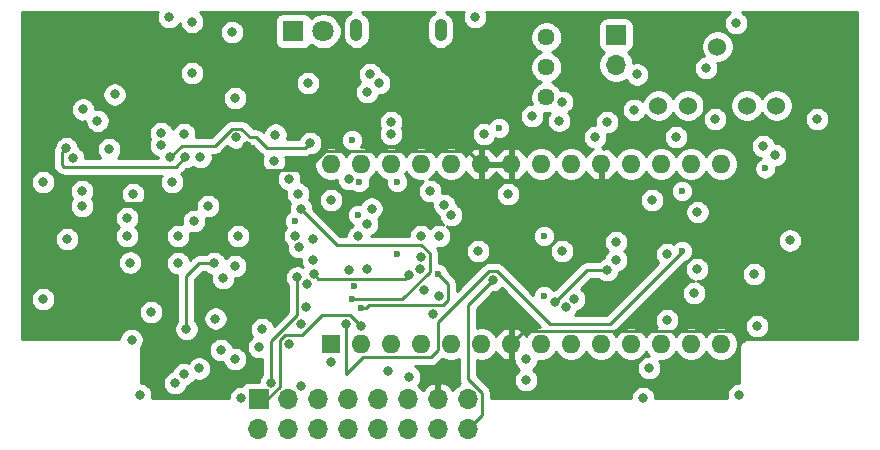
<source format=gbr>
G04 #@! TF.GenerationSoftware,KiCad,Pcbnew,5.1.5+dfsg1-2build2*
G04 #@! TF.CreationDate,2022-10-10T15:32:11+01:00*
G04 #@! TF.ProjectId,psion-speech-sp0256al2,7073696f-6e2d-4737-9065-6563682d7370,rev?*
G04 #@! TF.SameCoordinates,Original*
G04 #@! TF.FileFunction,Copper,L3,Inr*
G04 #@! TF.FilePolarity,Positive*
%FSLAX46Y46*%
G04 Gerber Fmt 4.6, Leading zero omitted, Abs format (unit mm)*
G04 Created by KiCad (PCBNEW 5.1.5+dfsg1-2build2) date 2022-10-10 15:32:11*
%MOMM*%
%LPD*%
G04 APERTURE LIST*
%ADD10O,1.700000X1.700000*%
%ADD11R,1.700000X1.700000*%
%ADD12C,1.524000*%
%ADD13C,1.440000*%
%ADD14O,1.600000X1.600000*%
%ADD15R,1.600000X1.600000*%
%ADD16O,1.050000X1.900000*%
%ADD17C,1.800000*%
%ADD18R,1.800000X1.800000*%
%ADD19C,0.800000*%
%ADD20C,0.600000*%
%ADD21C,0.250000*%
%ADD22C,0.254000*%
G04 APERTURE END LIST*
D10*
X77360000Y-133200000D03*
X77360000Y-130660000D03*
X74820000Y-133200000D03*
X74820000Y-130660000D03*
X72280000Y-133200000D03*
X72280000Y-130660000D03*
X69740000Y-133200000D03*
X69740000Y-130660000D03*
X67200000Y-133200000D03*
X67200000Y-130660000D03*
X64660000Y-133200000D03*
X64660000Y-130660000D03*
X62120000Y-133200000D03*
X62120000Y-130660000D03*
X59580000Y-133200000D03*
D11*
X59660000Y-130660000D03*
D12*
X103500000Y-105800000D03*
X101000000Y-105800000D03*
X93500000Y-105800000D03*
X96000000Y-105800000D03*
X98500000Y-100800000D03*
D13*
X84000000Y-105080000D03*
X84000000Y-102540000D03*
X84000000Y-100000000D03*
D10*
X89916000Y-102362000D03*
D11*
X89916000Y-99822000D03*
D14*
X65786000Y-110744000D03*
X98806000Y-125984000D03*
X68326000Y-110744000D03*
X96266000Y-125984000D03*
X70866000Y-110744000D03*
X93726000Y-125984000D03*
X73406000Y-110744000D03*
X91186000Y-125984000D03*
X75946000Y-110744000D03*
X88646000Y-125984000D03*
X78486000Y-110744000D03*
X86106000Y-125984000D03*
X81026000Y-110744000D03*
X83566000Y-125984000D03*
X83566000Y-110744000D03*
X81026000Y-125984000D03*
X86106000Y-110744000D03*
X78486000Y-125984000D03*
X88646000Y-110744000D03*
X75946000Y-125984000D03*
X91186000Y-110744000D03*
X73406000Y-125984000D03*
X93726000Y-110744000D03*
X70866000Y-125984000D03*
X96266000Y-110744000D03*
X68326000Y-125984000D03*
X98806000Y-110744000D03*
D15*
X65786000Y-125984000D03*
D16*
X67925000Y-99400000D03*
X75075000Y-99400000D03*
D17*
X65140000Y-99500000D03*
D18*
X62600000Y-99500000D03*
D19*
X92710000Y-128016000D03*
X48514000Y-116840000D03*
X48514000Y-115316000D03*
X54167000Y-115570000D03*
X44704000Y-114300000D03*
X62230000Y-125984000D03*
X59690000Y-126238000D03*
X56450000Y-126500000D03*
X53340000Y-108204000D03*
X57658000Y-105156000D03*
X44786652Y-106116174D03*
X51403659Y-108121223D03*
X69088000Y-103124000D03*
X77978000Y-98298000D03*
X98298000Y-106934000D03*
X89154000Y-107188000D03*
X102362000Y-109220000D03*
X96774000Y-119634000D03*
X101854000Y-124460000D03*
X86360000Y-122174000D03*
X75946000Y-115062000D03*
X80772000Y-113284000D03*
X92964000Y-113792000D03*
X65786000Y-113792000D03*
X70866000Y-108204000D03*
X78740000Y-108204000D03*
X96811000Y-114808000D03*
D20*
X67564000Y-108712000D03*
D19*
X103886000Y-120038500D03*
X47752000Y-122428000D03*
X58674000Y-109220000D03*
X78486000Y-113538000D03*
X80010000Y-123190000D03*
X89408000Y-115316000D03*
X53086000Y-113538000D03*
X45212000Y-115570000D03*
X46990000Y-109474000D03*
X57404000Y-99568000D03*
X54610000Y-128053000D03*
X82296000Y-127291000D03*
X82296000Y-129032000D03*
X43942000Y-110236000D03*
X48900000Y-125625000D03*
X51382105Y-109141587D03*
X47469998Y-104850000D03*
X72390000Y-128759999D03*
X63683770Y-122822460D03*
X63758653Y-120899347D03*
X79502000Y-120550010D03*
D20*
X68326000Y-122922461D03*
X74813000Y-120024990D03*
D19*
X63054228Y-117788685D03*
X78232000Y-118110000D03*
X53340000Y-128523024D03*
X70612000Y-128309989D03*
X50546000Y-123289990D03*
X69219046Y-114519795D03*
X67056000Y-124272461D03*
X56000000Y-123837500D03*
D20*
X95504000Y-118110000D03*
X95504000Y-113030000D03*
D19*
X65786000Y-127508000D03*
X57658000Y-127254000D03*
X100330000Y-130302000D03*
X64312173Y-120066509D03*
X55880000Y-119126000D03*
X53540010Y-124714000D03*
X72390000Y-120142000D03*
X70866000Y-107188000D03*
X88138000Y-108458000D03*
X94996000Y-108458000D03*
X63246000Y-129540000D03*
X60720204Y-129248024D03*
X52578000Y-129286000D03*
X60960000Y-110490000D03*
X62922719Y-120350514D03*
X63246000Y-124272461D03*
X59944000Y-124714000D03*
X58166000Y-130556000D03*
X49625000Y-130302000D03*
X92202000Y-130556000D03*
X94234000Y-118364000D03*
X94234000Y-123952000D03*
X68326000Y-124460000D03*
X43387299Y-109403949D03*
X43434000Y-117094000D03*
X57745321Y-108492203D03*
X53460000Y-110162500D03*
X54730000Y-110162500D03*
X44704000Y-113030000D03*
X41402000Y-122174000D03*
X41402000Y-112268000D03*
X46000000Y-107087500D03*
X56642000Y-120396000D03*
X57658000Y-119380000D03*
X57912000Y-116840000D03*
X52832000Y-116840000D03*
X55372000Y-114300000D03*
X52832000Y-119126000D03*
X48776146Y-119097323D03*
X49022000Y-113284000D03*
X52324000Y-112268000D03*
X63246000Y-114554000D03*
D20*
X67690985Y-121091508D03*
X67564000Y-122174000D03*
X71366001Y-118364000D03*
X71366001Y-112268000D03*
X62738000Y-115570000D03*
X68072000Y-115062000D03*
X68163817Y-112298605D03*
D19*
X64262000Y-118872000D03*
X68834000Y-115824000D03*
X68834000Y-119634000D03*
X62738000Y-116840000D03*
X64262000Y-117094000D03*
X64008000Y-108966000D03*
X52190000Y-110162500D03*
X73319491Y-119614253D03*
X74168000Y-113030000D03*
X62992000Y-113284000D03*
X62230000Y-112014000D03*
X67310000Y-112014000D03*
X67310000Y-119714010D03*
X63820000Y-103886000D03*
X68834000Y-104648000D03*
X61075000Y-108250000D03*
X91694000Y-103159999D03*
X91440000Y-106162001D03*
X85344000Y-105480001D03*
X85090000Y-107080001D03*
X82804000Y-106680000D03*
X106934000Y-106934000D03*
D20*
X102550608Y-111120192D03*
D19*
X103378000Y-109982000D03*
X96520000Y-121666000D03*
X97536000Y-102616000D03*
X100076000Y-98806000D03*
D20*
X80010000Y-107696000D03*
D19*
X73406000Y-118618000D03*
X68109000Y-116840000D03*
X73406000Y-116840000D03*
X69850000Y-103886000D03*
X54026347Y-103048347D03*
X54026347Y-98718000D03*
X52070000Y-98298000D03*
X101600000Y-120076000D03*
X73660000Y-121412000D03*
X104632177Y-117209145D03*
X85652892Y-122881108D03*
X85344000Y-118110000D03*
X89916000Y-118872000D03*
X89916000Y-117348000D03*
D20*
X83820000Y-121920000D03*
X83820000Y-116840000D03*
D19*
X74422000Y-123407000D03*
X75391299Y-114229949D03*
X74930000Y-121920000D03*
X74930000Y-116840000D03*
X84778405Y-122396054D03*
X89154000Y-119733990D03*
D21*
X46772999Y-114009001D02*
X45212000Y-115570000D01*
X52614999Y-114009001D02*
X46772999Y-114009001D01*
X53086000Y-113538000D02*
X52614999Y-114009001D01*
X77686001Y-109944001D02*
X78486000Y-110744000D01*
X77360999Y-109618999D02*
X77686001Y-109944001D01*
X65245999Y-109618999D02*
X77360999Y-109618999D01*
X63649997Y-111215001D02*
X65245999Y-109618999D01*
X60103316Y-111215001D02*
X63649997Y-111215001D01*
X58674000Y-109785685D02*
X60103316Y-111215001D01*
X58674000Y-109220000D02*
X58674000Y-109785685D01*
X103886000Y-120551000D02*
X103886000Y-120038500D01*
X99578001Y-124858999D02*
X103886000Y-120551000D01*
X82151001Y-124858999D02*
X99578001Y-124858999D01*
X81026000Y-125984000D02*
X82151001Y-124858999D01*
X77360000Y-122692010D02*
X79502000Y-120550010D01*
X77360000Y-128920998D02*
X77360000Y-122692010D01*
X78535001Y-130095999D02*
X77360000Y-128920998D01*
X78535001Y-132024999D02*
X78535001Y-130095999D01*
X77360000Y-133200000D02*
X78535001Y-132024999D01*
X75655001Y-122268001D02*
X75655001Y-120866991D01*
X69027724Y-122645001D02*
X75278001Y-122645001D01*
X75655001Y-120866991D02*
X74813000Y-120024990D01*
X68750264Y-122922461D02*
X69027724Y-122645001D01*
X75278001Y-122645001D02*
X75655001Y-122268001D01*
X68326000Y-122922461D02*
X68750264Y-122922461D01*
X79153999Y-119825009D02*
X79850001Y-119825009D01*
X74820999Y-124158009D02*
X79153999Y-119825009D01*
X74820999Y-126524001D02*
X74820999Y-124158009D01*
X89398541Y-124272461D02*
X95504000Y-118167002D01*
X84297453Y-124272461D02*
X89398541Y-124272461D01*
X74235999Y-127109001D02*
X74820999Y-126524001D01*
X68483997Y-127109001D02*
X74235999Y-127109001D01*
X79850001Y-119825009D02*
X84297453Y-124272461D01*
X67056000Y-128536998D02*
X68483997Y-127109001D01*
X67056000Y-124272461D02*
X67056000Y-128536998D01*
X95504000Y-118167002D02*
X95504000Y-118110000D01*
X54610000Y-119126000D02*
X55880000Y-119126000D01*
X53540010Y-120195990D02*
X54610000Y-119126000D01*
X53540010Y-123751990D02*
X53540010Y-124714000D01*
X53540010Y-123751990D02*
X53540010Y-120195990D01*
X72065492Y-120466508D02*
X72390000Y-120142000D01*
X64712172Y-120466508D02*
X72065492Y-120466508D01*
X64312173Y-120066509D02*
X64712172Y-120466508D01*
X60720204Y-128682339D02*
X60720204Y-129248024D01*
X60720204Y-125749975D02*
X60720204Y-128682339D01*
X62922719Y-123547460D02*
X60720204Y-125749975D01*
X62922719Y-120350514D02*
X62922719Y-123547460D01*
X60381230Y-130660000D02*
X59660000Y-130660000D01*
X61445205Y-129596025D02*
X60381230Y-130660000D01*
X61445205Y-125661384D02*
X61445205Y-129596025D01*
X61884589Y-125222000D02*
X61445205Y-125661384D01*
X63369463Y-125222000D02*
X61884589Y-125222000D01*
X65044003Y-123547460D02*
X63369463Y-125222000D01*
X67413460Y-123547460D02*
X65044003Y-123547460D01*
X68326000Y-124460000D02*
X67413460Y-123547460D01*
X52661499Y-110961001D02*
X43143001Y-110961001D01*
X53460000Y-110162500D02*
X52661499Y-110961001D01*
X42987300Y-109803948D02*
X43387299Y-109403949D01*
X42987300Y-110805300D02*
X42987300Y-109803948D01*
X43143001Y-110961001D02*
X42987300Y-110805300D01*
X63645999Y-114953999D02*
X63246000Y-114554000D01*
X66257001Y-117565001D02*
X63645999Y-114953999D01*
X73426003Y-117565001D02*
X66257001Y-117565001D01*
X74131001Y-118269999D02*
X73426003Y-117565001D01*
X74131001Y-119875745D02*
X74131001Y-118269999D01*
X71832746Y-122174000D02*
X74131001Y-119875745D01*
X67564000Y-122174000D02*
X71832746Y-122174000D01*
X52190000Y-110162500D02*
X53132500Y-109220000D01*
X57397320Y-107767202D02*
X58200203Y-107767202D01*
X55944522Y-109220000D02*
X57397320Y-107767202D01*
X53132500Y-109220000D02*
X55944522Y-109220000D01*
X58928000Y-108494999D02*
X59472999Y-108494999D01*
X58200203Y-107767202D02*
X58928000Y-108494999D01*
X63608001Y-109365999D02*
X64008000Y-108966000D01*
X60343999Y-109365999D02*
X63608001Y-109365999D01*
X59472999Y-108494999D02*
X60343999Y-109365999D01*
X87440469Y-119733990D02*
X89154000Y-119733990D01*
X84778405Y-122396054D02*
X87440469Y-119733990D01*
D22*
G36*
X75266273Y-127255680D02*
G01*
X75527426Y-127363853D01*
X75804665Y-127419000D01*
X76087335Y-127419000D01*
X76364574Y-127363853D01*
X76600000Y-127266336D01*
X76600000Y-128883675D01*
X76596324Y-128920998D01*
X76600000Y-128958320D01*
X76600000Y-128958330D01*
X76610997Y-129069983D01*
X76645602Y-129184061D01*
X76654454Y-129213244D01*
X76712067Y-129321030D01*
X76656589Y-129344010D01*
X76413368Y-129506525D01*
X76206525Y-129713368D01*
X76084805Y-129895534D01*
X76015178Y-129778645D01*
X75820269Y-129562412D01*
X75586920Y-129388359D01*
X75324099Y-129263175D01*
X75176890Y-129218524D01*
X74947000Y-129339845D01*
X74947000Y-130533000D01*
X74967000Y-130533000D01*
X74967000Y-130787000D01*
X74947000Y-130787000D01*
X74947000Y-130807000D01*
X74693000Y-130807000D01*
X74693000Y-130787000D01*
X74673000Y-130787000D01*
X74673000Y-130533000D01*
X74693000Y-130533000D01*
X74693000Y-129339845D01*
X74463110Y-129218524D01*
X74315901Y-129263175D01*
X74053080Y-129388359D01*
X73819731Y-129562412D01*
X73624822Y-129778645D01*
X73555195Y-129895534D01*
X73433475Y-129713368D01*
X73226632Y-129506525D01*
X73155029Y-129458681D01*
X73193937Y-129419773D01*
X73307205Y-129250255D01*
X73385226Y-129061897D01*
X73425000Y-128861938D01*
X73425000Y-128658060D01*
X73385226Y-128458101D01*
X73307205Y-128269743D01*
X73193937Y-128100225D01*
X73049774Y-127956062D01*
X72919478Y-127869001D01*
X74198677Y-127869001D01*
X74235999Y-127872677D01*
X74273321Y-127869001D01*
X74273332Y-127869001D01*
X74384985Y-127858004D01*
X74528246Y-127814547D01*
X74660275Y-127743975D01*
X74776000Y-127649002D01*
X74799802Y-127619999D01*
X75205038Y-127214764D01*
X75266273Y-127255680D01*
G37*
X75266273Y-127255680D02*
X75527426Y-127363853D01*
X75804665Y-127419000D01*
X76087335Y-127419000D01*
X76364574Y-127363853D01*
X76600000Y-127266336D01*
X76600000Y-128883675D01*
X76596324Y-128920998D01*
X76600000Y-128958320D01*
X76600000Y-128958330D01*
X76610997Y-129069983D01*
X76645602Y-129184061D01*
X76654454Y-129213244D01*
X76712067Y-129321030D01*
X76656589Y-129344010D01*
X76413368Y-129506525D01*
X76206525Y-129713368D01*
X76084805Y-129895534D01*
X76015178Y-129778645D01*
X75820269Y-129562412D01*
X75586920Y-129388359D01*
X75324099Y-129263175D01*
X75176890Y-129218524D01*
X74947000Y-129339845D01*
X74947000Y-130533000D01*
X74967000Y-130533000D01*
X74967000Y-130787000D01*
X74947000Y-130787000D01*
X74947000Y-130807000D01*
X74693000Y-130807000D01*
X74693000Y-130787000D01*
X74673000Y-130787000D01*
X74673000Y-130533000D01*
X74693000Y-130533000D01*
X74693000Y-129339845D01*
X74463110Y-129218524D01*
X74315901Y-129263175D01*
X74053080Y-129388359D01*
X73819731Y-129562412D01*
X73624822Y-129778645D01*
X73555195Y-129895534D01*
X73433475Y-129713368D01*
X73226632Y-129506525D01*
X73155029Y-129458681D01*
X73193937Y-129419773D01*
X73307205Y-129250255D01*
X73385226Y-129061897D01*
X73425000Y-128861938D01*
X73425000Y-128658060D01*
X73385226Y-128458101D01*
X73307205Y-128269743D01*
X73193937Y-128100225D01*
X73049774Y-127956062D01*
X72919478Y-127869001D01*
X74198677Y-127869001D01*
X74235999Y-127872677D01*
X74273321Y-127869001D01*
X74273332Y-127869001D01*
X74384985Y-127858004D01*
X74528246Y-127814547D01*
X74660275Y-127743975D01*
X74776000Y-127649002D01*
X74799802Y-127619999D01*
X75205038Y-127214764D01*
X75266273Y-127255680D01*
G36*
X51074774Y-97996102D02*
G01*
X51035000Y-98196061D01*
X51035000Y-98399939D01*
X51074774Y-98599898D01*
X51152795Y-98788256D01*
X51266063Y-98957774D01*
X51410226Y-99101937D01*
X51579744Y-99215205D01*
X51768102Y-99293226D01*
X51968061Y-99333000D01*
X52171939Y-99333000D01*
X52371898Y-99293226D01*
X52560256Y-99215205D01*
X52729774Y-99101937D01*
X52873937Y-98957774D01*
X52987205Y-98788256D01*
X52991347Y-98778256D01*
X52991347Y-98819939D01*
X53031121Y-99019898D01*
X53109142Y-99208256D01*
X53222410Y-99377774D01*
X53366573Y-99521937D01*
X53536091Y-99635205D01*
X53724449Y-99713226D01*
X53924408Y-99753000D01*
X54128286Y-99753000D01*
X54328245Y-99713226D01*
X54516603Y-99635205D01*
X54686121Y-99521937D01*
X54741997Y-99466061D01*
X56369000Y-99466061D01*
X56369000Y-99669939D01*
X56408774Y-99869898D01*
X56486795Y-100058256D01*
X56600063Y-100227774D01*
X56744226Y-100371937D01*
X56913744Y-100485205D01*
X57102102Y-100563226D01*
X57302061Y-100603000D01*
X57505939Y-100603000D01*
X57705898Y-100563226D01*
X57894256Y-100485205D01*
X58063774Y-100371937D01*
X58207937Y-100227774D01*
X58321205Y-100058256D01*
X58399226Y-99869898D01*
X58439000Y-99669939D01*
X58439000Y-99466061D01*
X58399226Y-99266102D01*
X58321205Y-99077744D01*
X58207937Y-98908226D01*
X58063774Y-98764063D01*
X57894256Y-98650795D01*
X57771627Y-98600000D01*
X61061928Y-98600000D01*
X61061928Y-100400000D01*
X61074188Y-100524482D01*
X61110498Y-100644180D01*
X61169463Y-100754494D01*
X61248815Y-100851185D01*
X61345506Y-100930537D01*
X61455820Y-100989502D01*
X61575518Y-101025812D01*
X61700000Y-101038072D01*
X63500000Y-101038072D01*
X63624482Y-101025812D01*
X63744180Y-100989502D01*
X63854494Y-100930537D01*
X63951185Y-100851185D01*
X64030537Y-100754494D01*
X64089502Y-100644180D01*
X64095056Y-100625873D01*
X64161495Y-100692312D01*
X64412905Y-100860299D01*
X64692257Y-100976011D01*
X64988816Y-101035000D01*
X65291184Y-101035000D01*
X65587743Y-100976011D01*
X65867095Y-100860299D01*
X66118505Y-100692312D01*
X66332312Y-100478505D01*
X66500299Y-100227095D01*
X66616011Y-99947743D01*
X66675000Y-99651184D01*
X66675000Y-99348816D01*
X66616011Y-99052257D01*
X66500299Y-98772905D01*
X66332312Y-98521495D01*
X66118505Y-98307688D01*
X65867095Y-98139701D01*
X65587743Y-98023989D01*
X65291184Y-97965000D01*
X64988816Y-97965000D01*
X64692257Y-98023989D01*
X64412905Y-98139701D01*
X64161495Y-98307688D01*
X64095056Y-98374127D01*
X64089502Y-98355820D01*
X64030537Y-98245506D01*
X63951185Y-98148815D01*
X63854494Y-98069463D01*
X63744180Y-98010498D01*
X63624482Y-97974188D01*
X63500000Y-97961928D01*
X61700000Y-97961928D01*
X61575518Y-97974188D01*
X61455820Y-98010498D01*
X61345506Y-98069463D01*
X61248815Y-98148815D01*
X61169463Y-98245506D01*
X61110498Y-98355820D01*
X61074188Y-98475518D01*
X61061928Y-98600000D01*
X57771627Y-98600000D01*
X57705898Y-98572774D01*
X57505939Y-98533000D01*
X57302061Y-98533000D01*
X57102102Y-98572774D01*
X56913744Y-98650795D01*
X56744226Y-98764063D01*
X56600063Y-98908226D01*
X56486795Y-99077744D01*
X56408774Y-99266102D01*
X56369000Y-99466061D01*
X54741997Y-99466061D01*
X54830284Y-99377774D01*
X54943552Y-99208256D01*
X55021573Y-99019898D01*
X55061347Y-98819939D01*
X55061347Y-98616061D01*
X55021573Y-98416102D01*
X54943552Y-98227744D01*
X54830284Y-98058226D01*
X54686121Y-97914063D01*
X54680040Y-97910000D01*
X67456706Y-97910000D01*
X67277422Y-98005829D01*
X67100789Y-98150788D01*
X66955830Y-98327421D01*
X66848115Y-98528940D01*
X66781785Y-98747600D01*
X66765000Y-98918021D01*
X66765000Y-99881978D01*
X66781785Y-100052399D01*
X66848115Y-100271059D01*
X66955829Y-100472578D01*
X67100788Y-100649212D01*
X67277421Y-100794171D01*
X67478940Y-100901885D01*
X67697600Y-100968215D01*
X67925000Y-100990612D01*
X68152399Y-100968215D01*
X68371059Y-100901885D01*
X68572578Y-100794171D01*
X68749212Y-100649212D01*
X68894171Y-100472579D01*
X69001885Y-100271060D01*
X69068215Y-100052400D01*
X69085000Y-99881979D01*
X69085000Y-98918022D01*
X69068215Y-98747600D01*
X69001885Y-98528940D01*
X68894171Y-98327421D01*
X68749212Y-98150788D01*
X68572579Y-98005829D01*
X68393295Y-97910000D01*
X74606705Y-97910000D01*
X74427421Y-98005829D01*
X74250788Y-98150788D01*
X74105829Y-98327422D01*
X73998115Y-98528941D01*
X73931785Y-98747601D01*
X73915000Y-98918022D01*
X73915000Y-99881979D01*
X73931785Y-100052400D01*
X73998115Y-100271060D01*
X74105830Y-100472579D01*
X74250789Y-100649212D01*
X74427422Y-100794171D01*
X74628941Y-100901885D01*
X74847601Y-100968215D01*
X75075000Y-100990612D01*
X75302400Y-100968215D01*
X75521060Y-100901885D01*
X75722579Y-100794171D01*
X75899212Y-100649212D01*
X76044171Y-100472579D01*
X76151885Y-100271060D01*
X76218215Y-100052400D01*
X76235000Y-99881978D01*
X76235000Y-98918021D01*
X76218215Y-98747600D01*
X76151885Y-98528940D01*
X76044171Y-98327421D01*
X75899212Y-98150788D01*
X75722578Y-98005829D01*
X75543294Y-97910000D01*
X77018439Y-97910000D01*
X76982774Y-97996102D01*
X76943000Y-98196061D01*
X76943000Y-98399939D01*
X76982774Y-98599898D01*
X77060795Y-98788256D01*
X77174063Y-98957774D01*
X77318226Y-99101937D01*
X77487744Y-99215205D01*
X77676102Y-99293226D01*
X77876061Y-99333000D01*
X78079939Y-99333000D01*
X78279898Y-99293226D01*
X78468256Y-99215205D01*
X78637774Y-99101937D01*
X78781937Y-98957774D01*
X78895205Y-98788256D01*
X78973226Y-98599898D01*
X79013000Y-98399939D01*
X79013000Y-98196061D01*
X78973226Y-97996102D01*
X78937561Y-97910000D01*
X99554008Y-97910000D01*
X99416226Y-98002063D01*
X99272063Y-98146226D01*
X99158795Y-98315744D01*
X99080774Y-98504102D01*
X99041000Y-98704061D01*
X99041000Y-98907939D01*
X99080774Y-99107898D01*
X99158795Y-99296256D01*
X99272063Y-99465774D01*
X99416226Y-99609937D01*
X99585744Y-99723205D01*
X99774102Y-99801226D01*
X99974061Y-99841000D01*
X100177939Y-99841000D01*
X100377898Y-99801226D01*
X100566256Y-99723205D01*
X100735774Y-99609937D01*
X100879937Y-99465774D01*
X100993205Y-99296256D01*
X101071226Y-99107898D01*
X101111000Y-98907939D01*
X101111000Y-98704061D01*
X101071226Y-98504102D01*
X100993205Y-98315744D01*
X100879937Y-98146226D01*
X100735774Y-98002063D01*
X100597992Y-97910000D01*
X110340000Y-97910000D01*
X110340001Y-125590000D01*
X101032419Y-125590000D01*
X101000000Y-125586807D01*
X100967581Y-125590000D01*
X100870617Y-125599550D01*
X100746207Y-125637290D01*
X100631550Y-125698575D01*
X100531052Y-125781052D01*
X100448575Y-125881550D01*
X100387290Y-125996207D01*
X100349550Y-126120617D01*
X100336807Y-126250000D01*
X100340000Y-126282418D01*
X100340001Y-129267000D01*
X100228061Y-129267000D01*
X100028102Y-129306774D01*
X99839744Y-129384795D01*
X99670226Y-129498063D01*
X99526063Y-129642226D01*
X99412795Y-129811744D01*
X99334774Y-130000102D01*
X99295000Y-130200061D01*
X99295000Y-130403939D01*
X99332010Y-130590000D01*
X93237000Y-130590000D01*
X93237000Y-130454061D01*
X93197226Y-130254102D01*
X93119205Y-130065744D01*
X93005937Y-129896226D01*
X92861774Y-129752063D01*
X92692256Y-129638795D01*
X92503898Y-129560774D01*
X92303939Y-129521000D01*
X92100061Y-129521000D01*
X91900102Y-129560774D01*
X91711744Y-129638795D01*
X91542226Y-129752063D01*
X91398063Y-129896226D01*
X91284795Y-130065744D01*
X91206774Y-130254102D01*
X91167000Y-130454061D01*
X91167000Y-130590000D01*
X79295001Y-130590000D01*
X79295001Y-130133321D01*
X79298677Y-130095998D01*
X79295001Y-130058675D01*
X79295001Y-130058666D01*
X79284004Y-129947013D01*
X79240547Y-129803752D01*
X79169975Y-129671723D01*
X79075002Y-129555998D01*
X79046004Y-129532200D01*
X78120000Y-128606197D01*
X78120000Y-127374311D01*
X78344665Y-127419000D01*
X78627335Y-127419000D01*
X78904574Y-127363853D01*
X79165727Y-127255680D01*
X79400759Y-127098637D01*
X79600637Y-126898759D01*
X79757680Y-126663727D01*
X79762067Y-126653135D01*
X79873615Y-126839131D01*
X80062586Y-127047519D01*
X80288580Y-127215037D01*
X80542913Y-127335246D01*
X80676961Y-127375904D01*
X80899000Y-127253915D01*
X80899000Y-126111000D01*
X80879000Y-126111000D01*
X80879000Y-125857000D01*
X80899000Y-125857000D01*
X80899000Y-124714085D01*
X80676961Y-124592096D01*
X80542913Y-124632754D01*
X80288580Y-124752963D01*
X80062586Y-124920481D01*
X79873615Y-125128869D01*
X79762067Y-125314865D01*
X79757680Y-125304273D01*
X79600637Y-125069241D01*
X79400759Y-124869363D01*
X79165727Y-124712320D01*
X78904574Y-124604147D01*
X78627335Y-124549000D01*
X78344665Y-124549000D01*
X78120000Y-124593689D01*
X78120000Y-123006811D01*
X79541803Y-121585010D01*
X79603939Y-121585010D01*
X79803898Y-121545236D01*
X79992256Y-121467215D01*
X80161774Y-121353947D01*
X80232956Y-121282765D01*
X83499190Y-124549000D01*
X83424665Y-124549000D01*
X83147426Y-124604147D01*
X82886273Y-124712320D01*
X82651241Y-124869363D01*
X82451363Y-125069241D01*
X82294320Y-125304273D01*
X82289933Y-125314865D01*
X82178385Y-125128869D01*
X81989414Y-124920481D01*
X81763420Y-124752963D01*
X81509087Y-124632754D01*
X81375039Y-124592096D01*
X81153000Y-124714085D01*
X81153000Y-125857000D01*
X81173000Y-125857000D01*
X81173000Y-126111000D01*
X81153000Y-126111000D01*
X81153000Y-127253915D01*
X81261000Y-127313251D01*
X81261000Y-127392939D01*
X81300774Y-127592898D01*
X81378795Y-127781256D01*
X81492063Y-127950774D01*
X81636226Y-128094937D01*
X81735845Y-128161500D01*
X81636226Y-128228063D01*
X81492063Y-128372226D01*
X81378795Y-128541744D01*
X81300774Y-128730102D01*
X81261000Y-128930061D01*
X81261000Y-129133939D01*
X81300774Y-129333898D01*
X81378795Y-129522256D01*
X81492063Y-129691774D01*
X81636226Y-129835937D01*
X81805744Y-129949205D01*
X81994102Y-130027226D01*
X82194061Y-130067000D01*
X82397939Y-130067000D01*
X82597898Y-130027226D01*
X82786256Y-129949205D01*
X82955774Y-129835937D01*
X83099937Y-129691774D01*
X83213205Y-129522256D01*
X83291226Y-129333898D01*
X83331000Y-129133939D01*
X83331000Y-128930061D01*
X83291226Y-128730102D01*
X83213205Y-128541744D01*
X83099937Y-128372226D01*
X82955774Y-128228063D01*
X82856155Y-128161500D01*
X82955774Y-128094937D01*
X83099937Y-127950774D01*
X83213205Y-127781256D01*
X83291226Y-127592898D01*
X83329578Y-127400086D01*
X83424665Y-127419000D01*
X83707335Y-127419000D01*
X83984574Y-127363853D01*
X84245727Y-127255680D01*
X84480759Y-127098637D01*
X84680637Y-126898759D01*
X84836000Y-126666241D01*
X84991363Y-126898759D01*
X85191241Y-127098637D01*
X85426273Y-127255680D01*
X85687426Y-127363853D01*
X85964665Y-127419000D01*
X86247335Y-127419000D01*
X86524574Y-127363853D01*
X86785727Y-127255680D01*
X87020759Y-127098637D01*
X87220637Y-126898759D01*
X87376000Y-126666241D01*
X87531363Y-126898759D01*
X87731241Y-127098637D01*
X87966273Y-127255680D01*
X88227426Y-127363853D01*
X88504665Y-127419000D01*
X88787335Y-127419000D01*
X89064574Y-127363853D01*
X89325727Y-127255680D01*
X89560759Y-127098637D01*
X89760637Y-126898759D01*
X89916000Y-126666241D01*
X90071363Y-126898759D01*
X90271241Y-127098637D01*
X90506273Y-127255680D01*
X90767426Y-127363853D01*
X91044665Y-127419000D01*
X91327335Y-127419000D01*
X91604574Y-127363853D01*
X91865727Y-127255680D01*
X92100759Y-127098637D01*
X92300637Y-126898759D01*
X92456000Y-126666241D01*
X92611363Y-126898759D01*
X92693604Y-126981000D01*
X92608061Y-126981000D01*
X92408102Y-127020774D01*
X92219744Y-127098795D01*
X92050226Y-127212063D01*
X91906063Y-127356226D01*
X91792795Y-127525744D01*
X91714774Y-127714102D01*
X91675000Y-127914061D01*
X91675000Y-128117939D01*
X91714774Y-128317898D01*
X91792795Y-128506256D01*
X91906063Y-128675774D01*
X92050226Y-128819937D01*
X92219744Y-128933205D01*
X92408102Y-129011226D01*
X92608061Y-129051000D01*
X92811939Y-129051000D01*
X93011898Y-129011226D01*
X93200256Y-128933205D01*
X93369774Y-128819937D01*
X93513937Y-128675774D01*
X93627205Y-128506256D01*
X93705226Y-128317898D01*
X93745000Y-128117939D01*
X93745000Y-127914061D01*
X93705226Y-127714102D01*
X93627205Y-127525744D01*
X93551469Y-127412397D01*
X93584665Y-127419000D01*
X93867335Y-127419000D01*
X94144574Y-127363853D01*
X94405727Y-127255680D01*
X94640759Y-127098637D01*
X94840637Y-126898759D01*
X94996000Y-126666241D01*
X95151363Y-126898759D01*
X95351241Y-127098637D01*
X95586273Y-127255680D01*
X95847426Y-127363853D01*
X96124665Y-127419000D01*
X96407335Y-127419000D01*
X96684574Y-127363853D01*
X96945727Y-127255680D01*
X97180759Y-127098637D01*
X97380637Y-126898759D01*
X97536000Y-126666241D01*
X97691363Y-126898759D01*
X97891241Y-127098637D01*
X98126273Y-127255680D01*
X98387426Y-127363853D01*
X98664665Y-127419000D01*
X98947335Y-127419000D01*
X99224574Y-127363853D01*
X99485727Y-127255680D01*
X99720759Y-127098637D01*
X99920637Y-126898759D01*
X100077680Y-126663727D01*
X100185853Y-126402574D01*
X100241000Y-126125335D01*
X100241000Y-125842665D01*
X100185853Y-125565426D01*
X100077680Y-125304273D01*
X99920637Y-125069241D01*
X99720759Y-124869363D01*
X99485727Y-124712320D01*
X99224574Y-124604147D01*
X98947335Y-124549000D01*
X98664665Y-124549000D01*
X98387426Y-124604147D01*
X98126273Y-124712320D01*
X97891241Y-124869363D01*
X97691363Y-125069241D01*
X97536000Y-125301759D01*
X97380637Y-125069241D01*
X97180759Y-124869363D01*
X96945727Y-124712320D01*
X96684574Y-124604147D01*
X96407335Y-124549000D01*
X96124665Y-124549000D01*
X95847426Y-124604147D01*
X95586273Y-124712320D01*
X95351241Y-124869363D01*
X95151363Y-125069241D01*
X94996000Y-125301759D01*
X94840637Y-125069241D01*
X94665103Y-124893707D01*
X94724256Y-124869205D01*
X94893774Y-124755937D01*
X95037937Y-124611774D01*
X95151205Y-124442256D01*
X95186079Y-124358061D01*
X100819000Y-124358061D01*
X100819000Y-124561939D01*
X100858774Y-124761898D01*
X100936795Y-124950256D01*
X101050063Y-125119774D01*
X101194226Y-125263937D01*
X101363744Y-125377205D01*
X101552102Y-125455226D01*
X101752061Y-125495000D01*
X101955939Y-125495000D01*
X102155898Y-125455226D01*
X102344256Y-125377205D01*
X102513774Y-125263937D01*
X102657937Y-125119774D01*
X102771205Y-124950256D01*
X102849226Y-124761898D01*
X102889000Y-124561939D01*
X102889000Y-124358061D01*
X102849226Y-124158102D01*
X102771205Y-123969744D01*
X102657937Y-123800226D01*
X102513774Y-123656063D01*
X102344256Y-123542795D01*
X102155898Y-123464774D01*
X101955939Y-123425000D01*
X101752061Y-123425000D01*
X101552102Y-123464774D01*
X101363744Y-123542795D01*
X101194226Y-123656063D01*
X101050063Y-123800226D01*
X100936795Y-123969744D01*
X100858774Y-124158102D01*
X100819000Y-124358061D01*
X95186079Y-124358061D01*
X95229226Y-124253898D01*
X95269000Y-124053939D01*
X95269000Y-123850061D01*
X95229226Y-123650102D01*
X95151205Y-123461744D01*
X95037937Y-123292226D01*
X94893774Y-123148063D01*
X94724256Y-123034795D01*
X94535898Y-122956774D01*
X94335939Y-122917000D01*
X94132061Y-122917000D01*
X93932102Y-122956774D01*
X93743744Y-123034795D01*
X93574226Y-123148063D01*
X93430063Y-123292226D01*
X93316795Y-123461744D01*
X93238774Y-123650102D01*
X93199000Y-123850061D01*
X93199000Y-124053939D01*
X93238774Y-124253898D01*
X93316795Y-124442256D01*
X93411177Y-124583509D01*
X93307426Y-124604147D01*
X93046273Y-124712320D01*
X92811241Y-124869363D01*
X92611363Y-125069241D01*
X92456000Y-125301759D01*
X92300637Y-125069241D01*
X92100759Y-124869363D01*
X91865727Y-124712320D01*
X91604574Y-124604147D01*
X91327335Y-124549000D01*
X91044665Y-124549000D01*
X90767426Y-124604147D01*
X90506273Y-124712320D01*
X90271241Y-124869363D01*
X90071363Y-125069241D01*
X89916000Y-125301759D01*
X89760637Y-125069241D01*
X89674380Y-124982984D01*
X89690788Y-124978007D01*
X89822817Y-124907435D01*
X89938542Y-124812462D01*
X89962345Y-124783458D01*
X93181742Y-121564061D01*
X95485000Y-121564061D01*
X95485000Y-121767939D01*
X95524774Y-121967898D01*
X95602795Y-122156256D01*
X95716063Y-122325774D01*
X95860226Y-122469937D01*
X96029744Y-122583205D01*
X96218102Y-122661226D01*
X96418061Y-122701000D01*
X96621939Y-122701000D01*
X96821898Y-122661226D01*
X97010256Y-122583205D01*
X97179774Y-122469937D01*
X97323937Y-122325774D01*
X97437205Y-122156256D01*
X97515226Y-121967898D01*
X97555000Y-121767939D01*
X97555000Y-121564061D01*
X97515226Y-121364102D01*
X97437205Y-121175744D01*
X97323937Y-121006226D01*
X97179774Y-120862063D01*
X97010256Y-120748795D01*
X96821898Y-120670774D01*
X96812979Y-120669000D01*
X96875939Y-120669000D01*
X97075898Y-120629226D01*
X97264256Y-120551205D01*
X97433774Y-120437937D01*
X97577937Y-120293774D01*
X97691205Y-120124256D01*
X97753418Y-119974061D01*
X100565000Y-119974061D01*
X100565000Y-120177939D01*
X100604774Y-120377898D01*
X100682795Y-120566256D01*
X100796063Y-120735774D01*
X100940226Y-120879937D01*
X101109744Y-120993205D01*
X101298102Y-121071226D01*
X101498061Y-121111000D01*
X101701939Y-121111000D01*
X101901898Y-121071226D01*
X102090256Y-120993205D01*
X102259774Y-120879937D01*
X102403937Y-120735774D01*
X102517205Y-120566256D01*
X102595226Y-120377898D01*
X102635000Y-120177939D01*
X102635000Y-119974061D01*
X102595226Y-119774102D01*
X102517205Y-119585744D01*
X102403937Y-119416226D01*
X102259774Y-119272063D01*
X102090256Y-119158795D01*
X101901898Y-119080774D01*
X101701939Y-119041000D01*
X101498061Y-119041000D01*
X101298102Y-119080774D01*
X101109744Y-119158795D01*
X100940226Y-119272063D01*
X100796063Y-119416226D01*
X100682795Y-119585744D01*
X100604774Y-119774102D01*
X100565000Y-119974061D01*
X97753418Y-119974061D01*
X97769226Y-119935898D01*
X97809000Y-119735939D01*
X97809000Y-119532061D01*
X97769226Y-119332102D01*
X97691205Y-119143744D01*
X97577937Y-118974226D01*
X97433774Y-118830063D01*
X97264256Y-118716795D01*
X97075898Y-118638774D01*
X96875939Y-118599000D01*
X96672061Y-118599000D01*
X96472102Y-118638774D01*
X96283744Y-118716795D01*
X96114226Y-118830063D01*
X95970063Y-118974226D01*
X95856795Y-119143744D01*
X95778774Y-119332102D01*
X95739000Y-119532061D01*
X95739000Y-119735939D01*
X95778774Y-119935898D01*
X95856795Y-120124256D01*
X95970063Y-120293774D01*
X96114226Y-120437937D01*
X96283744Y-120551205D01*
X96472102Y-120629226D01*
X96481021Y-120631000D01*
X96418061Y-120631000D01*
X96218102Y-120670774D01*
X96029744Y-120748795D01*
X95860226Y-120862063D01*
X95716063Y-121006226D01*
X95602795Y-121175744D01*
X95524774Y-121364102D01*
X95485000Y-121564061D01*
X93181742Y-121564061D01*
X95726805Y-119018999D01*
X95776729Y-119009068D01*
X95946889Y-118938586D01*
X96100028Y-118836262D01*
X96230262Y-118706028D01*
X96332586Y-118552889D01*
X96403068Y-118382729D01*
X96439000Y-118202089D01*
X96439000Y-118017911D01*
X96403068Y-117837271D01*
X96332586Y-117667111D01*
X96230262Y-117513972D01*
X96100028Y-117383738D01*
X95946889Y-117281414D01*
X95776729Y-117210932D01*
X95596089Y-117175000D01*
X95411911Y-117175000D01*
X95231271Y-117210932D01*
X95061111Y-117281414D01*
X94907972Y-117383738D01*
X94796586Y-117495124D01*
X94724256Y-117446795D01*
X94535898Y-117368774D01*
X94335939Y-117329000D01*
X94132061Y-117329000D01*
X93932102Y-117368774D01*
X93743744Y-117446795D01*
X93574226Y-117560063D01*
X93430063Y-117704226D01*
X93316795Y-117873744D01*
X93238774Y-118062102D01*
X93199000Y-118262061D01*
X93199000Y-118465939D01*
X93238774Y-118665898D01*
X93316795Y-118854256D01*
X93430063Y-119023774D01*
X93501245Y-119094956D01*
X89083740Y-123512461D01*
X86475819Y-123512461D01*
X86570097Y-123371364D01*
X86648118Y-123183006D01*
X86650404Y-123171512D01*
X86661898Y-123169226D01*
X86850256Y-123091205D01*
X87019774Y-122977937D01*
X87163937Y-122833774D01*
X87277205Y-122664256D01*
X87355226Y-122475898D01*
X87395000Y-122275939D01*
X87395000Y-122072061D01*
X87355226Y-121872102D01*
X87277205Y-121683744D01*
X87163937Y-121514226D01*
X87019774Y-121370063D01*
X86935505Y-121313756D01*
X87755271Y-120493990D01*
X88450289Y-120493990D01*
X88494226Y-120537927D01*
X88663744Y-120651195D01*
X88852102Y-120729216D01*
X89052061Y-120768990D01*
X89255939Y-120768990D01*
X89455898Y-120729216D01*
X89644256Y-120651195D01*
X89813774Y-120537927D01*
X89957937Y-120393764D01*
X90071205Y-120224246D01*
X90149226Y-120035888D01*
X90181328Y-119874500D01*
X90217898Y-119867226D01*
X90406256Y-119789205D01*
X90575774Y-119675937D01*
X90719937Y-119531774D01*
X90833205Y-119362256D01*
X90911226Y-119173898D01*
X90951000Y-118973939D01*
X90951000Y-118770061D01*
X90911226Y-118570102D01*
X90833205Y-118381744D01*
X90719937Y-118212226D01*
X90617711Y-118110000D01*
X90719937Y-118007774D01*
X90833205Y-117838256D01*
X90911226Y-117649898D01*
X90951000Y-117449939D01*
X90951000Y-117246061D01*
X90923381Y-117107206D01*
X103597177Y-117107206D01*
X103597177Y-117311084D01*
X103636951Y-117511043D01*
X103714972Y-117699401D01*
X103828240Y-117868919D01*
X103972403Y-118013082D01*
X104141921Y-118126350D01*
X104330279Y-118204371D01*
X104530238Y-118244145D01*
X104734116Y-118244145D01*
X104934075Y-118204371D01*
X105122433Y-118126350D01*
X105291951Y-118013082D01*
X105436114Y-117868919D01*
X105549382Y-117699401D01*
X105627403Y-117511043D01*
X105667177Y-117311084D01*
X105667177Y-117107206D01*
X105627403Y-116907247D01*
X105549382Y-116718889D01*
X105436114Y-116549371D01*
X105291951Y-116405208D01*
X105122433Y-116291940D01*
X104934075Y-116213919D01*
X104734116Y-116174145D01*
X104530238Y-116174145D01*
X104330279Y-116213919D01*
X104141921Y-116291940D01*
X103972403Y-116405208D01*
X103828240Y-116549371D01*
X103714972Y-116718889D01*
X103636951Y-116907247D01*
X103597177Y-117107206D01*
X90923381Y-117107206D01*
X90911226Y-117046102D01*
X90833205Y-116857744D01*
X90719937Y-116688226D01*
X90575774Y-116544063D01*
X90406256Y-116430795D01*
X90217898Y-116352774D01*
X90017939Y-116313000D01*
X89814061Y-116313000D01*
X89614102Y-116352774D01*
X89425744Y-116430795D01*
X89256226Y-116544063D01*
X89112063Y-116688226D01*
X88998795Y-116857744D01*
X88920774Y-117046102D01*
X88881000Y-117246061D01*
X88881000Y-117449939D01*
X88920774Y-117649898D01*
X88998795Y-117838256D01*
X89112063Y-118007774D01*
X89214289Y-118110000D01*
X89112063Y-118212226D01*
X88998795Y-118381744D01*
X88920774Y-118570102D01*
X88888672Y-118731490D01*
X88852102Y-118738764D01*
X88663744Y-118816785D01*
X88494226Y-118930053D01*
X88450289Y-118973990D01*
X87477791Y-118973990D01*
X87440468Y-118970314D01*
X87403146Y-118973990D01*
X87403136Y-118973990D01*
X87291483Y-118984987D01*
X87162671Y-119024061D01*
X87148222Y-119028444D01*
X87016192Y-119099016D01*
X86954917Y-119149304D01*
X86900468Y-119193989D01*
X86876670Y-119222987D01*
X84738604Y-121361054D01*
X84676466Y-121361054D01*
X84583408Y-121379564D01*
X84546262Y-121323972D01*
X84416028Y-121193738D01*
X84262889Y-121091414D01*
X84092729Y-121020932D01*
X83912089Y-120985000D01*
X83727911Y-120985000D01*
X83547271Y-121020932D01*
X83377111Y-121091414D01*
X83223972Y-121193738D01*
X83093738Y-121323972D01*
X82991414Y-121477111D01*
X82920932Y-121647271D01*
X82892085Y-121792292D01*
X80413805Y-119314012D01*
X80390002Y-119285008D01*
X80274277Y-119190035D01*
X80142248Y-119119463D01*
X79998987Y-119076006D01*
X79887334Y-119065009D01*
X79887323Y-119065009D01*
X79850001Y-119061333D01*
X79812679Y-119065009D01*
X79191321Y-119065009D01*
X79153998Y-119061333D01*
X79116675Y-119065009D01*
X79116666Y-119065009D01*
X79005013Y-119076006D01*
X78861752Y-119119463D01*
X78729723Y-119190035D01*
X78613998Y-119285008D01*
X78590200Y-119314006D01*
X76415001Y-121489206D01*
X76415001Y-120904313D01*
X76418677Y-120866990D01*
X76415001Y-120829667D01*
X76415001Y-120829658D01*
X76404004Y-120718005D01*
X76360547Y-120574744D01*
X76289975Y-120442715D01*
X76195002Y-120326990D01*
X76166004Y-120303192D01*
X75736153Y-119873341D01*
X75712068Y-119752261D01*
X75641586Y-119582101D01*
X75539262Y-119428962D01*
X75409028Y-119298728D01*
X75255889Y-119196404D01*
X75085729Y-119125922D01*
X74905089Y-119089990D01*
X74891001Y-119089990D01*
X74891001Y-118307324D01*
X74894677Y-118269999D01*
X74891001Y-118232674D01*
X74891001Y-118232666D01*
X74880004Y-118121013D01*
X74845741Y-118008061D01*
X77197000Y-118008061D01*
X77197000Y-118211939D01*
X77236774Y-118411898D01*
X77314795Y-118600256D01*
X77428063Y-118769774D01*
X77572226Y-118913937D01*
X77741744Y-119027205D01*
X77930102Y-119105226D01*
X78130061Y-119145000D01*
X78333939Y-119145000D01*
X78533898Y-119105226D01*
X78722256Y-119027205D01*
X78891774Y-118913937D01*
X79035937Y-118769774D01*
X79149205Y-118600256D01*
X79227226Y-118411898D01*
X79267000Y-118211939D01*
X79267000Y-118008061D01*
X84309000Y-118008061D01*
X84309000Y-118211939D01*
X84348774Y-118411898D01*
X84426795Y-118600256D01*
X84540063Y-118769774D01*
X84684226Y-118913937D01*
X84853744Y-119027205D01*
X85042102Y-119105226D01*
X85242061Y-119145000D01*
X85445939Y-119145000D01*
X85645898Y-119105226D01*
X85834256Y-119027205D01*
X86003774Y-118913937D01*
X86147937Y-118769774D01*
X86261205Y-118600256D01*
X86339226Y-118411898D01*
X86379000Y-118211939D01*
X86379000Y-118008061D01*
X86339226Y-117808102D01*
X86261205Y-117619744D01*
X86147937Y-117450226D01*
X86003774Y-117306063D01*
X85834256Y-117192795D01*
X85645898Y-117114774D01*
X85445939Y-117075000D01*
X85242061Y-117075000D01*
X85042102Y-117114774D01*
X84853744Y-117192795D01*
X84684226Y-117306063D01*
X84540063Y-117450226D01*
X84426795Y-117619744D01*
X84348774Y-117808102D01*
X84309000Y-118008061D01*
X79267000Y-118008061D01*
X79227226Y-117808102D01*
X79149205Y-117619744D01*
X79035937Y-117450226D01*
X78891774Y-117306063D01*
X78722256Y-117192795D01*
X78533898Y-117114774D01*
X78333939Y-117075000D01*
X78130061Y-117075000D01*
X77930102Y-117114774D01*
X77741744Y-117192795D01*
X77572226Y-117306063D01*
X77428063Y-117450226D01*
X77314795Y-117619744D01*
X77236774Y-117808102D01*
X77197000Y-118008061D01*
X74845741Y-118008061D01*
X74836547Y-117977752D01*
X74776099Y-117864664D01*
X74828061Y-117875000D01*
X75031939Y-117875000D01*
X75231898Y-117835226D01*
X75420256Y-117757205D01*
X75589774Y-117643937D01*
X75733937Y-117499774D01*
X75847205Y-117330256D01*
X75925226Y-117141898D01*
X75965000Y-116941939D01*
X75965000Y-116747911D01*
X82885000Y-116747911D01*
X82885000Y-116932089D01*
X82920932Y-117112729D01*
X82991414Y-117282889D01*
X83093738Y-117436028D01*
X83223972Y-117566262D01*
X83377111Y-117668586D01*
X83547271Y-117739068D01*
X83727911Y-117775000D01*
X83912089Y-117775000D01*
X84092729Y-117739068D01*
X84262889Y-117668586D01*
X84416028Y-117566262D01*
X84546262Y-117436028D01*
X84648586Y-117282889D01*
X84719068Y-117112729D01*
X84755000Y-116932089D01*
X84755000Y-116747911D01*
X84719068Y-116567271D01*
X84648586Y-116397111D01*
X84546262Y-116243972D01*
X84416028Y-116113738D01*
X84262889Y-116011414D01*
X84092729Y-115940932D01*
X83912089Y-115905000D01*
X83727911Y-115905000D01*
X83547271Y-115940932D01*
X83377111Y-116011414D01*
X83223972Y-116113738D01*
X83093738Y-116243972D01*
X82991414Y-116397111D01*
X82920932Y-116567271D01*
X82885000Y-116747911D01*
X75965000Y-116747911D01*
X75965000Y-116738061D01*
X75925226Y-116538102D01*
X75847205Y-116349744D01*
X75733937Y-116180226D01*
X75589774Y-116036063D01*
X75584495Y-116032536D01*
X75644102Y-116057226D01*
X75844061Y-116097000D01*
X76047939Y-116097000D01*
X76247898Y-116057226D01*
X76436256Y-115979205D01*
X76605774Y-115865937D01*
X76749937Y-115721774D01*
X76863205Y-115552256D01*
X76941226Y-115363898D01*
X76981000Y-115163939D01*
X76981000Y-114960061D01*
X76941226Y-114760102D01*
X76863205Y-114571744D01*
X76749937Y-114402226D01*
X76605774Y-114258063D01*
X76436256Y-114144795D01*
X76426299Y-114140671D01*
X76426299Y-114128010D01*
X76386525Y-113928051D01*
X76308504Y-113739693D01*
X76195236Y-113570175D01*
X76051073Y-113426012D01*
X75881555Y-113312744D01*
X75693197Y-113234723D01*
X75493238Y-113194949D01*
X75289360Y-113194949D01*
X75186393Y-113215430D01*
X75193030Y-113182061D01*
X79737000Y-113182061D01*
X79737000Y-113385939D01*
X79776774Y-113585898D01*
X79854795Y-113774256D01*
X79968063Y-113943774D01*
X80112226Y-114087937D01*
X80281744Y-114201205D01*
X80470102Y-114279226D01*
X80670061Y-114319000D01*
X80873939Y-114319000D01*
X81073898Y-114279226D01*
X81262256Y-114201205D01*
X81431774Y-114087937D01*
X81575937Y-113943774D01*
X81689205Y-113774256D01*
X81724079Y-113690061D01*
X91929000Y-113690061D01*
X91929000Y-113893939D01*
X91968774Y-114093898D01*
X92046795Y-114282256D01*
X92160063Y-114451774D01*
X92304226Y-114595937D01*
X92473744Y-114709205D01*
X92662102Y-114787226D01*
X92862061Y-114827000D01*
X93065939Y-114827000D01*
X93265898Y-114787226D01*
X93454256Y-114709205D01*
X93458961Y-114706061D01*
X95776000Y-114706061D01*
X95776000Y-114909939D01*
X95815774Y-115109898D01*
X95893795Y-115298256D01*
X96007063Y-115467774D01*
X96151226Y-115611937D01*
X96320744Y-115725205D01*
X96509102Y-115803226D01*
X96709061Y-115843000D01*
X96912939Y-115843000D01*
X97112898Y-115803226D01*
X97301256Y-115725205D01*
X97470774Y-115611937D01*
X97614937Y-115467774D01*
X97728205Y-115298256D01*
X97806226Y-115109898D01*
X97846000Y-114909939D01*
X97846000Y-114706061D01*
X97806226Y-114506102D01*
X97728205Y-114317744D01*
X97614937Y-114148226D01*
X97470774Y-114004063D01*
X97301256Y-113890795D01*
X97112898Y-113812774D01*
X96912939Y-113773000D01*
X96709061Y-113773000D01*
X96509102Y-113812774D01*
X96320744Y-113890795D01*
X96151226Y-114004063D01*
X96007063Y-114148226D01*
X95893795Y-114317744D01*
X95815774Y-114506102D01*
X95776000Y-114706061D01*
X93458961Y-114706061D01*
X93623774Y-114595937D01*
X93767937Y-114451774D01*
X93881205Y-114282256D01*
X93959226Y-114093898D01*
X93999000Y-113893939D01*
X93999000Y-113690061D01*
X93959226Y-113490102D01*
X93881205Y-113301744D01*
X93767937Y-113132226D01*
X93623774Y-112988063D01*
X93548717Y-112937911D01*
X94569000Y-112937911D01*
X94569000Y-113122089D01*
X94604932Y-113302729D01*
X94675414Y-113472889D01*
X94777738Y-113626028D01*
X94907972Y-113756262D01*
X95061111Y-113858586D01*
X95231271Y-113929068D01*
X95411911Y-113965000D01*
X95596089Y-113965000D01*
X95776729Y-113929068D01*
X95946889Y-113858586D01*
X96100028Y-113756262D01*
X96230262Y-113626028D01*
X96332586Y-113472889D01*
X96403068Y-113302729D01*
X96439000Y-113122089D01*
X96439000Y-112937911D01*
X96403068Y-112757271D01*
X96332586Y-112587111D01*
X96230262Y-112433972D01*
X96100028Y-112303738D01*
X95946889Y-112201414D01*
X95776729Y-112130932D01*
X95596089Y-112095000D01*
X95411911Y-112095000D01*
X95231271Y-112130932D01*
X95061111Y-112201414D01*
X94907972Y-112303738D01*
X94777738Y-112433972D01*
X94675414Y-112587111D01*
X94604932Y-112757271D01*
X94569000Y-112937911D01*
X93548717Y-112937911D01*
X93454256Y-112874795D01*
X93265898Y-112796774D01*
X93065939Y-112757000D01*
X92862061Y-112757000D01*
X92662102Y-112796774D01*
X92473744Y-112874795D01*
X92304226Y-112988063D01*
X92160063Y-113132226D01*
X92046795Y-113301744D01*
X91968774Y-113490102D01*
X91929000Y-113690061D01*
X81724079Y-113690061D01*
X81767226Y-113585898D01*
X81807000Y-113385939D01*
X81807000Y-113182061D01*
X81767226Y-112982102D01*
X81689205Y-112793744D01*
X81575937Y-112624226D01*
X81431774Y-112480063D01*
X81262256Y-112366795D01*
X81073898Y-112288774D01*
X80873939Y-112249000D01*
X80670061Y-112249000D01*
X80470102Y-112288774D01*
X80281744Y-112366795D01*
X80112226Y-112480063D01*
X79968063Y-112624226D01*
X79854795Y-112793744D01*
X79776774Y-112982102D01*
X79737000Y-113182061D01*
X75193030Y-113182061D01*
X75203000Y-113131939D01*
X75203000Y-112928061D01*
X75163226Y-112728102D01*
X75085205Y-112539744D01*
X74971937Y-112370226D01*
X74827774Y-112226063D01*
X74658256Y-112112795D01*
X74469898Y-112034774D01*
X74269939Y-111995000D01*
X74116677Y-111995000D01*
X74320759Y-111858637D01*
X74520637Y-111658759D01*
X74676000Y-111426241D01*
X74831363Y-111658759D01*
X75031241Y-111858637D01*
X75266273Y-112015680D01*
X75527426Y-112123853D01*
X75804665Y-112179000D01*
X76087335Y-112179000D01*
X76364574Y-112123853D01*
X76625727Y-112015680D01*
X76860759Y-111858637D01*
X77060637Y-111658759D01*
X77217680Y-111423727D01*
X77222067Y-111413135D01*
X77333615Y-111599131D01*
X77522586Y-111807519D01*
X77748580Y-111975037D01*
X78002913Y-112095246D01*
X78136961Y-112135904D01*
X78359000Y-112013915D01*
X78359000Y-110871000D01*
X78613000Y-110871000D01*
X78613000Y-112013915D01*
X78835039Y-112135904D01*
X78969087Y-112095246D01*
X79223420Y-111975037D01*
X79449414Y-111807519D01*
X79638385Y-111599131D01*
X79756000Y-111403018D01*
X79873615Y-111599131D01*
X80062586Y-111807519D01*
X80288580Y-111975037D01*
X80542913Y-112095246D01*
X80676961Y-112135904D01*
X80899000Y-112013915D01*
X80899000Y-110871000D01*
X78613000Y-110871000D01*
X78359000Y-110871000D01*
X78339000Y-110871000D01*
X78339000Y-110617000D01*
X78359000Y-110617000D01*
X78359000Y-109474085D01*
X78613000Y-109474085D01*
X78613000Y-110617000D01*
X80899000Y-110617000D01*
X80899000Y-109474085D01*
X81153000Y-109474085D01*
X81153000Y-110617000D01*
X81173000Y-110617000D01*
X81173000Y-110871000D01*
X81153000Y-110871000D01*
X81153000Y-112013915D01*
X81375039Y-112135904D01*
X81509087Y-112095246D01*
X81763420Y-111975037D01*
X81989414Y-111807519D01*
X82178385Y-111599131D01*
X82289933Y-111413135D01*
X82294320Y-111423727D01*
X82451363Y-111658759D01*
X82651241Y-111858637D01*
X82886273Y-112015680D01*
X83147426Y-112123853D01*
X83424665Y-112179000D01*
X83707335Y-112179000D01*
X83984574Y-112123853D01*
X84245727Y-112015680D01*
X84480759Y-111858637D01*
X84680637Y-111658759D01*
X84836000Y-111426241D01*
X84991363Y-111658759D01*
X85191241Y-111858637D01*
X85426273Y-112015680D01*
X85687426Y-112123853D01*
X85964665Y-112179000D01*
X86247335Y-112179000D01*
X86524574Y-112123853D01*
X86785727Y-112015680D01*
X87020759Y-111858637D01*
X87220637Y-111658759D01*
X87377680Y-111423727D01*
X87382067Y-111413135D01*
X87493615Y-111599131D01*
X87682586Y-111807519D01*
X87908580Y-111975037D01*
X88162913Y-112095246D01*
X88296961Y-112135904D01*
X88519000Y-112013915D01*
X88519000Y-110871000D01*
X88499000Y-110871000D01*
X88499000Y-110617000D01*
X88519000Y-110617000D01*
X88519000Y-110597000D01*
X88773000Y-110597000D01*
X88773000Y-110617000D01*
X88793000Y-110617000D01*
X88793000Y-110871000D01*
X88773000Y-110871000D01*
X88773000Y-112013915D01*
X88995039Y-112135904D01*
X89129087Y-112095246D01*
X89383420Y-111975037D01*
X89609414Y-111807519D01*
X89798385Y-111599131D01*
X89909933Y-111413135D01*
X89914320Y-111423727D01*
X90071363Y-111658759D01*
X90271241Y-111858637D01*
X90506273Y-112015680D01*
X90767426Y-112123853D01*
X91044665Y-112179000D01*
X91327335Y-112179000D01*
X91604574Y-112123853D01*
X91865727Y-112015680D01*
X92100759Y-111858637D01*
X92300637Y-111658759D01*
X92456000Y-111426241D01*
X92611363Y-111658759D01*
X92811241Y-111858637D01*
X93046273Y-112015680D01*
X93307426Y-112123853D01*
X93584665Y-112179000D01*
X93867335Y-112179000D01*
X94144574Y-112123853D01*
X94405727Y-112015680D01*
X94640759Y-111858637D01*
X94840637Y-111658759D01*
X94996000Y-111426241D01*
X95151363Y-111658759D01*
X95351241Y-111858637D01*
X95586273Y-112015680D01*
X95847426Y-112123853D01*
X96124665Y-112179000D01*
X96407335Y-112179000D01*
X96684574Y-112123853D01*
X96945727Y-112015680D01*
X97180759Y-111858637D01*
X97380637Y-111658759D01*
X97536000Y-111426241D01*
X97691363Y-111658759D01*
X97891241Y-111858637D01*
X98126273Y-112015680D01*
X98387426Y-112123853D01*
X98664665Y-112179000D01*
X98947335Y-112179000D01*
X99224574Y-112123853D01*
X99485727Y-112015680D01*
X99720759Y-111858637D01*
X99920637Y-111658759D01*
X100077680Y-111423727D01*
X100185853Y-111162574D01*
X100241000Y-110885335D01*
X100241000Y-110602665D01*
X100185853Y-110325426D01*
X100077680Y-110064273D01*
X99920637Y-109829241D01*
X99720759Y-109629363D01*
X99485727Y-109472320D01*
X99224574Y-109364147D01*
X98947335Y-109309000D01*
X98664665Y-109309000D01*
X98387426Y-109364147D01*
X98126273Y-109472320D01*
X97891241Y-109629363D01*
X97691363Y-109829241D01*
X97536000Y-110061759D01*
X97380637Y-109829241D01*
X97180759Y-109629363D01*
X96945727Y-109472320D01*
X96684574Y-109364147D01*
X96407335Y-109309000D01*
X96124665Y-109309000D01*
X95847426Y-109364147D01*
X95586273Y-109472320D01*
X95351241Y-109629363D01*
X95151363Y-109829241D01*
X94996000Y-110061759D01*
X94840637Y-109829241D01*
X94640759Y-109629363D01*
X94405727Y-109472320D01*
X94144574Y-109364147D01*
X93867335Y-109309000D01*
X93584665Y-109309000D01*
X93307426Y-109364147D01*
X93046273Y-109472320D01*
X92811241Y-109629363D01*
X92611363Y-109829241D01*
X92456000Y-110061759D01*
X92300637Y-109829241D01*
X92100759Y-109629363D01*
X91865727Y-109472320D01*
X91604574Y-109364147D01*
X91327335Y-109309000D01*
X91044665Y-109309000D01*
X90767426Y-109364147D01*
X90506273Y-109472320D01*
X90271241Y-109629363D01*
X90071363Y-109829241D01*
X89914320Y-110064273D01*
X89909933Y-110074865D01*
X89798385Y-109888869D01*
X89609414Y-109680481D01*
X89383420Y-109512963D01*
X89129087Y-109392754D01*
X88995039Y-109352096D01*
X88773002Y-109474084D01*
X88773002Y-109309000D01*
X88727339Y-109309000D01*
X88797774Y-109261937D01*
X88941937Y-109117774D01*
X89055205Y-108948256D01*
X89133226Y-108759898D01*
X89173000Y-108559939D01*
X89173000Y-108356061D01*
X93961000Y-108356061D01*
X93961000Y-108559939D01*
X94000774Y-108759898D01*
X94078795Y-108948256D01*
X94192063Y-109117774D01*
X94336226Y-109261937D01*
X94505744Y-109375205D01*
X94694102Y-109453226D01*
X94894061Y-109493000D01*
X95097939Y-109493000D01*
X95297898Y-109453226D01*
X95486256Y-109375205D01*
X95655774Y-109261937D01*
X95799650Y-109118061D01*
X101327000Y-109118061D01*
X101327000Y-109321939D01*
X101366774Y-109521898D01*
X101444795Y-109710256D01*
X101558063Y-109879774D01*
X101702226Y-110023937D01*
X101871744Y-110137205D01*
X102060102Y-110215226D01*
X102216847Y-110246404D01*
X102107719Y-110291606D01*
X101954580Y-110393930D01*
X101824346Y-110524164D01*
X101722022Y-110677303D01*
X101651540Y-110847463D01*
X101615608Y-111028103D01*
X101615608Y-111212281D01*
X101651540Y-111392921D01*
X101722022Y-111563081D01*
X101824346Y-111716220D01*
X101954580Y-111846454D01*
X102107719Y-111948778D01*
X102277879Y-112019260D01*
X102458519Y-112055192D01*
X102642697Y-112055192D01*
X102823337Y-112019260D01*
X102993497Y-111948778D01*
X103146636Y-111846454D01*
X103276870Y-111716220D01*
X103379194Y-111563081D01*
X103449676Y-111392921D01*
X103485608Y-111212281D01*
X103485608Y-111028103D01*
X103483268Y-111016338D01*
X103679898Y-110977226D01*
X103868256Y-110899205D01*
X104037774Y-110785937D01*
X104181937Y-110641774D01*
X104295205Y-110472256D01*
X104373226Y-110283898D01*
X104413000Y-110083939D01*
X104413000Y-109880061D01*
X104373226Y-109680102D01*
X104295205Y-109491744D01*
X104181937Y-109322226D01*
X104037774Y-109178063D01*
X103868256Y-109064795D01*
X103679898Y-108986774D01*
X103479939Y-108947000D01*
X103362974Y-108947000D01*
X103357226Y-108918102D01*
X103279205Y-108729744D01*
X103165937Y-108560226D01*
X103021774Y-108416063D01*
X102852256Y-108302795D01*
X102663898Y-108224774D01*
X102463939Y-108185000D01*
X102260061Y-108185000D01*
X102060102Y-108224774D01*
X101871744Y-108302795D01*
X101702226Y-108416063D01*
X101558063Y-108560226D01*
X101444795Y-108729744D01*
X101366774Y-108918102D01*
X101327000Y-109118061D01*
X95799650Y-109118061D01*
X95799937Y-109117774D01*
X95913205Y-108948256D01*
X95991226Y-108759898D01*
X96031000Y-108559939D01*
X96031000Y-108356061D01*
X95991226Y-108156102D01*
X95913205Y-107967744D01*
X95799937Y-107798226D01*
X95655774Y-107654063D01*
X95486256Y-107540795D01*
X95297898Y-107462774D01*
X95097939Y-107423000D01*
X94894061Y-107423000D01*
X94694102Y-107462774D01*
X94505744Y-107540795D01*
X94336226Y-107654063D01*
X94192063Y-107798226D01*
X94078795Y-107967744D01*
X94000774Y-108156102D01*
X93961000Y-108356061D01*
X89173000Y-108356061D01*
X89146533Y-108223000D01*
X89255939Y-108223000D01*
X89455898Y-108183226D01*
X89644256Y-108105205D01*
X89813774Y-107991937D01*
X89957937Y-107847774D01*
X90071205Y-107678256D01*
X90149226Y-107489898D01*
X90189000Y-107289939D01*
X90189000Y-107086061D01*
X90149226Y-106886102D01*
X90071205Y-106697744D01*
X89957937Y-106528226D01*
X89813774Y-106384063D01*
X89644256Y-106270795D01*
X89455898Y-106192774D01*
X89255939Y-106153000D01*
X89052061Y-106153000D01*
X88852102Y-106192774D01*
X88663744Y-106270795D01*
X88494226Y-106384063D01*
X88350063Y-106528226D01*
X88236795Y-106697744D01*
X88158774Y-106886102D01*
X88119000Y-107086061D01*
X88119000Y-107289939D01*
X88145467Y-107423000D01*
X88036061Y-107423000D01*
X87836102Y-107462774D01*
X87647744Y-107540795D01*
X87478226Y-107654063D01*
X87334063Y-107798226D01*
X87220795Y-107967744D01*
X87142774Y-108156102D01*
X87103000Y-108356061D01*
X87103000Y-108559939D01*
X87142774Y-108759898D01*
X87220795Y-108948256D01*
X87334063Y-109117774D01*
X87478226Y-109261937D01*
X87647744Y-109375205D01*
X87836102Y-109453226D01*
X87976066Y-109481066D01*
X87908580Y-109512963D01*
X87682586Y-109680481D01*
X87493615Y-109888869D01*
X87382067Y-110074865D01*
X87377680Y-110064273D01*
X87220637Y-109829241D01*
X87020759Y-109629363D01*
X86785727Y-109472320D01*
X86524574Y-109364147D01*
X86247335Y-109309000D01*
X85964665Y-109309000D01*
X85687426Y-109364147D01*
X85426273Y-109472320D01*
X85191241Y-109629363D01*
X84991363Y-109829241D01*
X84836000Y-110061759D01*
X84680637Y-109829241D01*
X84480759Y-109629363D01*
X84245727Y-109472320D01*
X83984574Y-109364147D01*
X83707335Y-109309000D01*
X83424665Y-109309000D01*
X83147426Y-109364147D01*
X82886273Y-109472320D01*
X82651241Y-109629363D01*
X82451363Y-109829241D01*
X82294320Y-110064273D01*
X82289933Y-110074865D01*
X82178385Y-109888869D01*
X81989414Y-109680481D01*
X81763420Y-109512963D01*
X81509087Y-109392754D01*
X81375039Y-109352096D01*
X81153000Y-109474085D01*
X80899000Y-109474085D01*
X80676961Y-109352096D01*
X80542913Y-109392754D01*
X80288580Y-109512963D01*
X80062586Y-109680481D01*
X79873615Y-109888869D01*
X79756000Y-110084982D01*
X79638385Y-109888869D01*
X79449414Y-109680481D01*
X79223420Y-109512963D01*
X78969087Y-109392754D01*
X78835039Y-109352096D01*
X78613000Y-109474085D01*
X78359000Y-109474085D01*
X78136961Y-109352096D01*
X78002913Y-109392754D01*
X77748580Y-109512963D01*
X77522586Y-109680481D01*
X77333615Y-109888869D01*
X77222067Y-110074865D01*
X77217680Y-110064273D01*
X77060637Y-109829241D01*
X76860759Y-109629363D01*
X76625727Y-109472320D01*
X76364574Y-109364147D01*
X76087335Y-109309000D01*
X75804665Y-109309000D01*
X75527426Y-109364147D01*
X75266273Y-109472320D01*
X75031241Y-109629363D01*
X74831363Y-109829241D01*
X74676000Y-110061759D01*
X74520637Y-109829241D01*
X74320759Y-109629363D01*
X74085727Y-109472320D01*
X73824574Y-109364147D01*
X73547335Y-109309000D01*
X73264665Y-109309000D01*
X72987426Y-109364147D01*
X72726273Y-109472320D01*
X72491241Y-109629363D01*
X72291363Y-109829241D01*
X72136000Y-110061759D01*
X71980637Y-109829241D01*
X71780759Y-109629363D01*
X71545727Y-109472320D01*
X71284574Y-109364147D01*
X71007335Y-109309000D01*
X70724665Y-109309000D01*
X70447426Y-109364147D01*
X70186273Y-109472320D01*
X69951241Y-109629363D01*
X69751363Y-109829241D01*
X69596000Y-110061759D01*
X69440637Y-109829241D01*
X69240759Y-109629363D01*
X69005727Y-109472320D01*
X68744574Y-109364147D01*
X68467335Y-109309000D01*
X68289290Y-109309000D01*
X68290262Y-109308028D01*
X68392586Y-109154889D01*
X68463068Y-108984729D01*
X68499000Y-108804089D01*
X68499000Y-108619911D01*
X68463068Y-108439271D01*
X68392586Y-108269111D01*
X68290262Y-108115972D01*
X68160028Y-107985738D01*
X68006889Y-107883414D01*
X67836729Y-107812932D01*
X67656089Y-107777000D01*
X67471911Y-107777000D01*
X67291271Y-107812932D01*
X67121111Y-107883414D01*
X66967972Y-107985738D01*
X66837738Y-108115972D01*
X66735414Y-108269111D01*
X66664932Y-108439271D01*
X66629000Y-108619911D01*
X66629000Y-108804089D01*
X66664932Y-108984729D01*
X66735414Y-109154889D01*
X66837738Y-109308028D01*
X66967972Y-109438262D01*
X67121111Y-109540586D01*
X67291271Y-109611068D01*
X67406596Y-109634008D01*
X67211363Y-109829241D01*
X67056000Y-110061759D01*
X66900637Y-109829241D01*
X66700759Y-109629363D01*
X66465727Y-109472320D01*
X66204574Y-109364147D01*
X65927335Y-109309000D01*
X65644665Y-109309000D01*
X65367426Y-109364147D01*
X65106273Y-109472320D01*
X64871241Y-109629363D01*
X64671363Y-109829241D01*
X64514320Y-110064273D01*
X64406147Y-110325426D01*
X64351000Y-110602665D01*
X64351000Y-110885335D01*
X64406147Y-111162574D01*
X64514320Y-111423727D01*
X64671363Y-111658759D01*
X64871241Y-111858637D01*
X65106273Y-112015680D01*
X65367426Y-112123853D01*
X65644665Y-112179000D01*
X65927335Y-112179000D01*
X66204574Y-112123853D01*
X66275000Y-112094682D01*
X66275000Y-112115939D01*
X66314774Y-112315898D01*
X66392795Y-112504256D01*
X66506063Y-112673774D01*
X66650226Y-112817937D01*
X66819744Y-112931205D01*
X67008102Y-113009226D01*
X67208061Y-113049000D01*
X67411939Y-113049000D01*
X67562061Y-113019139D01*
X67567789Y-113024867D01*
X67720928Y-113127191D01*
X67891088Y-113197673D01*
X68071728Y-113233605D01*
X68255906Y-113233605D01*
X68436546Y-113197673D01*
X68606706Y-113127191D01*
X68759845Y-113024867D01*
X68890079Y-112894633D01*
X68992403Y-112741494D01*
X69062885Y-112571334D01*
X69098817Y-112390694D01*
X69098817Y-112206516D01*
X69062885Y-112025876D01*
X69047187Y-111987977D01*
X69240759Y-111858637D01*
X69440637Y-111658759D01*
X69596000Y-111426241D01*
X69751363Y-111658759D01*
X69951241Y-111858637D01*
X70186273Y-112015680D01*
X70441818Y-112121530D01*
X70431001Y-112175911D01*
X70431001Y-112360089D01*
X70466933Y-112540729D01*
X70537415Y-112710889D01*
X70639739Y-112864028D01*
X70769973Y-112994262D01*
X70923112Y-113096586D01*
X71093272Y-113167068D01*
X71273912Y-113203000D01*
X71458090Y-113203000D01*
X71638730Y-113167068D01*
X71808890Y-113096586D01*
X71962029Y-112994262D01*
X72092263Y-112864028D01*
X72194587Y-112710889D01*
X72265069Y-112540729D01*
X72301001Y-112360089D01*
X72301001Y-112175911D01*
X72265069Y-111995271D01*
X72194587Y-111825111D01*
X72092263Y-111671972D01*
X72020056Y-111599765D01*
X72136000Y-111426241D01*
X72291363Y-111658759D01*
X72491241Y-111858637D01*
X72726273Y-112015680D01*
X72987426Y-112123853D01*
X73264665Y-112179000D01*
X73547335Y-112179000D01*
X73591940Y-112170127D01*
X73508226Y-112226063D01*
X73364063Y-112370226D01*
X73250795Y-112539744D01*
X73172774Y-112728102D01*
X73133000Y-112928061D01*
X73133000Y-113131939D01*
X73172774Y-113331898D01*
X73250795Y-113520256D01*
X73364063Y-113689774D01*
X73508226Y-113833937D01*
X73677744Y-113947205D01*
X73866102Y-114025226D01*
X74066061Y-114065000D01*
X74269939Y-114065000D01*
X74372906Y-114044519D01*
X74356299Y-114128010D01*
X74356299Y-114331888D01*
X74396073Y-114531847D01*
X74474094Y-114720205D01*
X74587362Y-114889723D01*
X74731525Y-115033886D01*
X74901043Y-115147154D01*
X74911000Y-115151278D01*
X74911000Y-115163939D01*
X74950774Y-115363898D01*
X75028795Y-115552256D01*
X75142063Y-115721774D01*
X75286226Y-115865937D01*
X75291505Y-115869464D01*
X75231898Y-115844774D01*
X75031939Y-115805000D01*
X74828061Y-115805000D01*
X74628102Y-115844774D01*
X74439744Y-115922795D01*
X74270226Y-116036063D01*
X74168000Y-116138289D01*
X74065774Y-116036063D01*
X73896256Y-115922795D01*
X73707898Y-115844774D01*
X73507939Y-115805000D01*
X73304061Y-115805000D01*
X73104102Y-115844774D01*
X72915744Y-115922795D01*
X72746226Y-116036063D01*
X72602063Y-116180226D01*
X72488795Y-116349744D01*
X72410774Y-116538102D01*
X72371000Y-116738061D01*
X72371000Y-116805001D01*
X69170240Y-116805001D01*
X69324256Y-116741205D01*
X69493774Y-116627937D01*
X69637937Y-116483774D01*
X69751205Y-116314256D01*
X69829226Y-116125898D01*
X69869000Y-115925939D01*
X69869000Y-115722061D01*
X69829226Y-115522102D01*
X69775620Y-115392688D01*
X69878820Y-115323732D01*
X70022983Y-115179569D01*
X70136251Y-115010051D01*
X70214272Y-114821693D01*
X70254046Y-114621734D01*
X70254046Y-114417856D01*
X70214272Y-114217897D01*
X70136251Y-114029539D01*
X70022983Y-113860021D01*
X69878820Y-113715858D01*
X69709302Y-113602590D01*
X69520944Y-113524569D01*
X69320985Y-113484795D01*
X69117107Y-113484795D01*
X68917148Y-113524569D01*
X68728790Y-113602590D01*
X68559272Y-113715858D01*
X68415109Y-113860021D01*
X68301841Y-114029539D01*
X68254058Y-114144896D01*
X68164089Y-114127000D01*
X67979911Y-114127000D01*
X67799271Y-114162932D01*
X67629111Y-114233414D01*
X67475972Y-114335738D01*
X67345738Y-114465972D01*
X67243414Y-114619111D01*
X67172932Y-114789271D01*
X67137000Y-114969911D01*
X67137000Y-115154089D01*
X67172932Y-115334729D01*
X67243414Y-115504889D01*
X67345738Y-115658028D01*
X67475972Y-115788262D01*
X67629111Y-115890586D01*
X67662807Y-115904543D01*
X67618744Y-115922795D01*
X67449226Y-116036063D01*
X67305063Y-116180226D01*
X67191795Y-116349744D01*
X67113774Y-116538102D01*
X67074000Y-116738061D01*
X67074000Y-116805001D01*
X66571804Y-116805001D01*
X64281000Y-114514199D01*
X64281000Y-114452061D01*
X64241226Y-114252102D01*
X64163205Y-114063744D01*
X64049937Y-113894226D01*
X63915286Y-113759575D01*
X63944079Y-113690061D01*
X64751000Y-113690061D01*
X64751000Y-113893939D01*
X64790774Y-114093898D01*
X64868795Y-114282256D01*
X64982063Y-114451774D01*
X65126226Y-114595937D01*
X65295744Y-114709205D01*
X65484102Y-114787226D01*
X65684061Y-114827000D01*
X65887939Y-114827000D01*
X66087898Y-114787226D01*
X66276256Y-114709205D01*
X66445774Y-114595937D01*
X66589937Y-114451774D01*
X66703205Y-114282256D01*
X66781226Y-114093898D01*
X66821000Y-113893939D01*
X66821000Y-113690061D01*
X66781226Y-113490102D01*
X66703205Y-113301744D01*
X66589937Y-113132226D01*
X66445774Y-112988063D01*
X66276256Y-112874795D01*
X66087898Y-112796774D01*
X65887939Y-112757000D01*
X65684061Y-112757000D01*
X65484102Y-112796774D01*
X65295744Y-112874795D01*
X65126226Y-112988063D01*
X64982063Y-113132226D01*
X64868795Y-113301744D01*
X64790774Y-113490102D01*
X64751000Y-113690061D01*
X63944079Y-113690061D01*
X63987226Y-113585898D01*
X64027000Y-113385939D01*
X64027000Y-113182061D01*
X63987226Y-112982102D01*
X63909205Y-112793744D01*
X63795937Y-112624226D01*
X63651774Y-112480063D01*
X63482256Y-112366795D01*
X63293898Y-112288774D01*
X63233030Y-112276667D01*
X63265000Y-112115939D01*
X63265000Y-111912061D01*
X63225226Y-111712102D01*
X63147205Y-111523744D01*
X63033937Y-111354226D01*
X62889774Y-111210063D01*
X62720256Y-111096795D01*
X62531898Y-111018774D01*
X62331939Y-110979000D01*
X62128061Y-110979000D01*
X61928102Y-111018774D01*
X61822141Y-111062665D01*
X61877205Y-110980256D01*
X61955226Y-110791898D01*
X61995000Y-110591939D01*
X61995000Y-110388061D01*
X61955226Y-110188102D01*
X61929502Y-110125999D01*
X63570679Y-110125999D01*
X63608001Y-110129675D01*
X63645323Y-110125999D01*
X63645334Y-110125999D01*
X63756987Y-110115002D01*
X63900248Y-110071545D01*
X64032226Y-110001000D01*
X64109939Y-110001000D01*
X64309898Y-109961226D01*
X64498256Y-109883205D01*
X64667774Y-109769937D01*
X64811937Y-109625774D01*
X64925205Y-109456256D01*
X65003226Y-109267898D01*
X65043000Y-109067939D01*
X65043000Y-108864061D01*
X65003226Y-108664102D01*
X64925205Y-108475744D01*
X64811937Y-108306226D01*
X64667774Y-108162063D01*
X64498256Y-108048795D01*
X64309898Y-107970774D01*
X64109939Y-107931000D01*
X63906061Y-107931000D01*
X63706102Y-107970774D01*
X63517744Y-108048795D01*
X63348226Y-108162063D01*
X63204063Y-108306226D01*
X63090795Y-108475744D01*
X63036841Y-108605999D01*
X62047816Y-108605999D01*
X62070226Y-108551898D01*
X62110000Y-108351939D01*
X62110000Y-108148061D01*
X62070226Y-107948102D01*
X61992205Y-107759744D01*
X61878937Y-107590226D01*
X61734774Y-107446063D01*
X61565256Y-107332795D01*
X61376898Y-107254774D01*
X61176939Y-107215000D01*
X60973061Y-107215000D01*
X60773102Y-107254774D01*
X60584744Y-107332795D01*
X60415226Y-107446063D01*
X60271063Y-107590226D01*
X60157795Y-107759744D01*
X60079774Y-107948102D01*
X60066689Y-108013887D01*
X60036802Y-107984001D01*
X60013000Y-107954998D01*
X59897275Y-107860025D01*
X59765246Y-107789453D01*
X59621985Y-107745996D01*
X59510332Y-107734999D01*
X59510321Y-107734999D01*
X59472999Y-107731323D01*
X59435677Y-107734999D01*
X59242802Y-107734999D01*
X58764006Y-107256204D01*
X58740204Y-107227201D01*
X58624479Y-107132228D01*
X58538108Y-107086061D01*
X69831000Y-107086061D01*
X69831000Y-107289939D01*
X69870774Y-107489898D01*
X69948795Y-107678256D01*
X69960651Y-107696000D01*
X69948795Y-107713744D01*
X69870774Y-107902102D01*
X69831000Y-108102061D01*
X69831000Y-108305939D01*
X69870774Y-108505898D01*
X69948795Y-108694256D01*
X70062063Y-108863774D01*
X70206226Y-109007937D01*
X70375744Y-109121205D01*
X70564102Y-109199226D01*
X70764061Y-109239000D01*
X70967939Y-109239000D01*
X71167898Y-109199226D01*
X71356256Y-109121205D01*
X71525774Y-109007937D01*
X71669937Y-108863774D01*
X71783205Y-108694256D01*
X71861226Y-108505898D01*
X71901000Y-108305939D01*
X71901000Y-108102061D01*
X77705000Y-108102061D01*
X77705000Y-108305939D01*
X77744774Y-108505898D01*
X77822795Y-108694256D01*
X77936063Y-108863774D01*
X78080226Y-109007937D01*
X78249744Y-109121205D01*
X78438102Y-109199226D01*
X78638061Y-109239000D01*
X78841939Y-109239000D01*
X79041898Y-109199226D01*
X79230256Y-109121205D01*
X79399774Y-109007937D01*
X79543937Y-108863774D01*
X79657205Y-108694256D01*
X79703999Y-108581286D01*
X79737271Y-108595068D01*
X79917911Y-108631000D01*
X80102089Y-108631000D01*
X80282729Y-108595068D01*
X80452889Y-108524586D01*
X80606028Y-108422262D01*
X80736262Y-108292028D01*
X80838586Y-108138889D01*
X80909068Y-107968729D01*
X80945000Y-107788089D01*
X80945000Y-107603911D01*
X80909068Y-107423271D01*
X80838586Y-107253111D01*
X80736262Y-107099972D01*
X80606028Y-106969738D01*
X80452889Y-106867414D01*
X80282729Y-106796932D01*
X80102089Y-106761000D01*
X79917911Y-106761000D01*
X79737271Y-106796932D01*
X79567111Y-106867414D01*
X79413972Y-106969738D01*
X79283738Y-107099972D01*
X79181414Y-107253111D01*
X79176658Y-107264594D01*
X79041898Y-107208774D01*
X78841939Y-107169000D01*
X78638061Y-107169000D01*
X78438102Y-107208774D01*
X78249744Y-107286795D01*
X78080226Y-107400063D01*
X77936063Y-107544226D01*
X77822795Y-107713744D01*
X77744774Y-107902102D01*
X77705000Y-108102061D01*
X71901000Y-108102061D01*
X71861226Y-107902102D01*
X71783205Y-107713744D01*
X71771349Y-107696000D01*
X71783205Y-107678256D01*
X71861226Y-107489898D01*
X71901000Y-107289939D01*
X71901000Y-107086061D01*
X71861226Y-106886102D01*
X71783205Y-106697744D01*
X71703236Y-106578061D01*
X81769000Y-106578061D01*
X81769000Y-106781939D01*
X81808774Y-106981898D01*
X81886795Y-107170256D01*
X82000063Y-107339774D01*
X82144226Y-107483937D01*
X82313744Y-107597205D01*
X82502102Y-107675226D01*
X82702061Y-107715000D01*
X82905939Y-107715000D01*
X83105898Y-107675226D01*
X83294256Y-107597205D01*
X83463774Y-107483937D01*
X83607937Y-107339774D01*
X83721205Y-107170256D01*
X83799226Y-106981898D01*
X83839000Y-106781939D01*
X83839000Y-106578061D01*
X83808237Y-106423402D01*
X83866544Y-106435000D01*
X84133456Y-106435000D01*
X84305515Y-106400775D01*
X84286063Y-106420227D01*
X84172795Y-106589745D01*
X84094774Y-106778103D01*
X84055000Y-106978062D01*
X84055000Y-107181940D01*
X84094774Y-107381899D01*
X84172795Y-107570257D01*
X84286063Y-107739775D01*
X84430226Y-107883938D01*
X84599744Y-107997206D01*
X84788102Y-108075227D01*
X84988061Y-108115001D01*
X85191939Y-108115001D01*
X85391898Y-108075227D01*
X85580256Y-107997206D01*
X85749774Y-107883938D01*
X85893937Y-107739775D01*
X86007205Y-107570257D01*
X86085226Y-107381899D01*
X86125000Y-107181940D01*
X86125000Y-106978062D01*
X86085226Y-106778103D01*
X86007205Y-106589745D01*
X85893937Y-106420227D01*
X85856232Y-106382522D01*
X86003774Y-106283938D01*
X86147937Y-106139775D01*
X86201199Y-106060062D01*
X90405000Y-106060062D01*
X90405000Y-106263940D01*
X90444774Y-106463899D01*
X90522795Y-106652257D01*
X90636063Y-106821775D01*
X90780226Y-106965938D01*
X90949744Y-107079206D01*
X91138102Y-107157227D01*
X91338061Y-107197001D01*
X91541939Y-107197001D01*
X91741898Y-107157227D01*
X91930256Y-107079206D01*
X92099774Y-106965938D01*
X92243937Y-106821775D01*
X92357205Y-106652257D01*
X92369489Y-106622602D01*
X92414880Y-106690535D01*
X92609465Y-106885120D01*
X92838273Y-107038005D01*
X93092510Y-107143314D01*
X93362408Y-107197000D01*
X93637592Y-107197000D01*
X93907490Y-107143314D01*
X94161727Y-107038005D01*
X94390535Y-106885120D01*
X94585120Y-106690535D01*
X94738005Y-106461727D01*
X94750000Y-106432769D01*
X94761995Y-106461727D01*
X94914880Y-106690535D01*
X95109465Y-106885120D01*
X95338273Y-107038005D01*
X95592510Y-107143314D01*
X95862408Y-107197000D01*
X96137592Y-107197000D01*
X96407490Y-107143314D01*
X96661727Y-107038005D01*
X96890535Y-106885120D01*
X96943594Y-106832061D01*
X97263000Y-106832061D01*
X97263000Y-107035939D01*
X97302774Y-107235898D01*
X97380795Y-107424256D01*
X97494063Y-107593774D01*
X97638226Y-107737937D01*
X97807744Y-107851205D01*
X97996102Y-107929226D01*
X98196061Y-107969000D01*
X98399939Y-107969000D01*
X98599898Y-107929226D01*
X98788256Y-107851205D01*
X98957774Y-107737937D01*
X99101937Y-107593774D01*
X99215205Y-107424256D01*
X99293226Y-107235898D01*
X99333000Y-107035939D01*
X99333000Y-106832061D01*
X99293226Y-106632102D01*
X99215205Y-106443744D01*
X99101937Y-106274226D01*
X98957774Y-106130063D01*
X98788256Y-106016795D01*
X98599898Y-105938774D01*
X98399939Y-105899000D01*
X98196061Y-105899000D01*
X97996102Y-105938774D01*
X97807744Y-106016795D01*
X97638226Y-106130063D01*
X97494063Y-106274226D01*
X97380795Y-106443744D01*
X97302774Y-106632102D01*
X97263000Y-106832061D01*
X96943594Y-106832061D01*
X97085120Y-106690535D01*
X97238005Y-106461727D01*
X97343314Y-106207490D01*
X97397000Y-105937592D01*
X97397000Y-105662408D01*
X99603000Y-105662408D01*
X99603000Y-105937592D01*
X99656686Y-106207490D01*
X99761995Y-106461727D01*
X99914880Y-106690535D01*
X100109465Y-106885120D01*
X100338273Y-107038005D01*
X100592510Y-107143314D01*
X100862408Y-107197000D01*
X101137592Y-107197000D01*
X101407490Y-107143314D01*
X101661727Y-107038005D01*
X101890535Y-106885120D01*
X102085120Y-106690535D01*
X102238005Y-106461727D01*
X102250000Y-106432769D01*
X102261995Y-106461727D01*
X102414880Y-106690535D01*
X102609465Y-106885120D01*
X102838273Y-107038005D01*
X103092510Y-107143314D01*
X103362408Y-107197000D01*
X103637592Y-107197000D01*
X103907490Y-107143314D01*
X104161727Y-107038005D01*
X104390535Y-106885120D01*
X104443594Y-106832061D01*
X105899000Y-106832061D01*
X105899000Y-107035939D01*
X105938774Y-107235898D01*
X106016795Y-107424256D01*
X106130063Y-107593774D01*
X106274226Y-107737937D01*
X106443744Y-107851205D01*
X106632102Y-107929226D01*
X106832061Y-107969000D01*
X107035939Y-107969000D01*
X107235898Y-107929226D01*
X107424256Y-107851205D01*
X107593774Y-107737937D01*
X107737937Y-107593774D01*
X107851205Y-107424256D01*
X107929226Y-107235898D01*
X107969000Y-107035939D01*
X107969000Y-106832061D01*
X107929226Y-106632102D01*
X107851205Y-106443744D01*
X107737937Y-106274226D01*
X107593774Y-106130063D01*
X107424256Y-106016795D01*
X107235898Y-105938774D01*
X107035939Y-105899000D01*
X106832061Y-105899000D01*
X106632102Y-105938774D01*
X106443744Y-106016795D01*
X106274226Y-106130063D01*
X106130063Y-106274226D01*
X106016795Y-106443744D01*
X105938774Y-106632102D01*
X105899000Y-106832061D01*
X104443594Y-106832061D01*
X104585120Y-106690535D01*
X104738005Y-106461727D01*
X104843314Y-106207490D01*
X104897000Y-105937592D01*
X104897000Y-105662408D01*
X104843314Y-105392510D01*
X104738005Y-105138273D01*
X104585120Y-104909465D01*
X104390535Y-104714880D01*
X104161727Y-104561995D01*
X103907490Y-104456686D01*
X103637592Y-104403000D01*
X103362408Y-104403000D01*
X103092510Y-104456686D01*
X102838273Y-104561995D01*
X102609465Y-104714880D01*
X102414880Y-104909465D01*
X102261995Y-105138273D01*
X102250000Y-105167231D01*
X102238005Y-105138273D01*
X102085120Y-104909465D01*
X101890535Y-104714880D01*
X101661727Y-104561995D01*
X101407490Y-104456686D01*
X101137592Y-104403000D01*
X100862408Y-104403000D01*
X100592510Y-104456686D01*
X100338273Y-104561995D01*
X100109465Y-104714880D01*
X99914880Y-104909465D01*
X99761995Y-105138273D01*
X99656686Y-105392510D01*
X99603000Y-105662408D01*
X97397000Y-105662408D01*
X97343314Y-105392510D01*
X97238005Y-105138273D01*
X97085120Y-104909465D01*
X96890535Y-104714880D01*
X96661727Y-104561995D01*
X96407490Y-104456686D01*
X96137592Y-104403000D01*
X95862408Y-104403000D01*
X95592510Y-104456686D01*
X95338273Y-104561995D01*
X95109465Y-104714880D01*
X94914880Y-104909465D01*
X94761995Y-105138273D01*
X94750000Y-105167231D01*
X94738005Y-105138273D01*
X94585120Y-104909465D01*
X94390535Y-104714880D01*
X94161727Y-104561995D01*
X93907490Y-104456686D01*
X93637592Y-104403000D01*
X93362408Y-104403000D01*
X93092510Y-104456686D01*
X92838273Y-104561995D01*
X92609465Y-104714880D01*
X92414880Y-104909465D01*
X92261995Y-105138273D01*
X92156686Y-105392510D01*
X92152959Y-105411249D01*
X92099774Y-105358064D01*
X91930256Y-105244796D01*
X91741898Y-105166775D01*
X91541939Y-105127001D01*
X91338061Y-105127001D01*
X91138102Y-105166775D01*
X90949744Y-105244796D01*
X90780226Y-105358064D01*
X90636063Y-105502227D01*
X90522795Y-105671745D01*
X90444774Y-105860103D01*
X90405000Y-106060062D01*
X86201199Y-106060062D01*
X86261205Y-105970257D01*
X86339226Y-105781899D01*
X86379000Y-105581940D01*
X86379000Y-105378062D01*
X86339226Y-105178103D01*
X86261205Y-104989745D01*
X86147937Y-104820227D01*
X86003774Y-104676064D01*
X85834256Y-104562796D01*
X85645898Y-104484775D01*
X85445939Y-104445001D01*
X85242061Y-104445001D01*
X85206542Y-104452066D01*
X85200785Y-104438167D01*
X85052497Y-104216238D01*
X84863762Y-104027503D01*
X84641833Y-103879215D01*
X84474734Y-103810000D01*
X84641833Y-103740785D01*
X84863762Y-103592497D01*
X85052497Y-103403762D01*
X85200785Y-103181833D01*
X85302928Y-102935239D01*
X85355000Y-102673456D01*
X85355000Y-102406544D01*
X85302928Y-102144761D01*
X85200785Y-101898167D01*
X85052497Y-101676238D01*
X84863762Y-101487503D01*
X84641833Y-101339215D01*
X84474734Y-101270000D01*
X84641833Y-101200785D01*
X84863762Y-101052497D01*
X85052497Y-100863762D01*
X85200785Y-100641833D01*
X85302928Y-100395239D01*
X85355000Y-100133456D01*
X85355000Y-99866544D01*
X85302928Y-99604761D01*
X85200785Y-99358167D01*
X85052497Y-99136238D01*
X84888259Y-98972000D01*
X88427928Y-98972000D01*
X88427928Y-100672000D01*
X88440188Y-100796482D01*
X88476498Y-100916180D01*
X88535463Y-101026494D01*
X88614815Y-101123185D01*
X88711506Y-101202537D01*
X88821820Y-101261502D01*
X88894380Y-101283513D01*
X88762525Y-101415368D01*
X88600010Y-101658589D01*
X88488068Y-101928842D01*
X88431000Y-102215740D01*
X88431000Y-102508260D01*
X88488068Y-102795158D01*
X88600010Y-103065411D01*
X88762525Y-103308632D01*
X88969368Y-103515475D01*
X89212589Y-103677990D01*
X89482842Y-103789932D01*
X89769740Y-103847000D01*
X90062260Y-103847000D01*
X90349158Y-103789932D01*
X90619411Y-103677990D01*
X90751676Y-103589613D01*
X90776795Y-103650255D01*
X90890063Y-103819773D01*
X91034226Y-103963936D01*
X91203744Y-104077204D01*
X91392102Y-104155225D01*
X91592061Y-104194999D01*
X91795939Y-104194999D01*
X91995898Y-104155225D01*
X92184256Y-104077204D01*
X92353774Y-103963936D01*
X92497937Y-103819773D01*
X92611205Y-103650255D01*
X92689226Y-103461897D01*
X92729000Y-103261938D01*
X92729000Y-103058060D01*
X92689226Y-102858101D01*
X92611205Y-102669743D01*
X92507182Y-102514061D01*
X96501000Y-102514061D01*
X96501000Y-102717939D01*
X96540774Y-102917898D01*
X96618795Y-103106256D01*
X96732063Y-103275774D01*
X96876226Y-103419937D01*
X97045744Y-103533205D01*
X97234102Y-103611226D01*
X97434061Y-103651000D01*
X97637939Y-103651000D01*
X97837898Y-103611226D01*
X98026256Y-103533205D01*
X98195774Y-103419937D01*
X98339937Y-103275774D01*
X98453205Y-103106256D01*
X98531226Y-102917898D01*
X98571000Y-102717939D01*
X98571000Y-102514061D01*
X98531226Y-102314102D01*
X98482720Y-102197000D01*
X98637592Y-102197000D01*
X98907490Y-102143314D01*
X99161727Y-102038005D01*
X99390535Y-101885120D01*
X99585120Y-101690535D01*
X99738005Y-101461727D01*
X99843314Y-101207490D01*
X99897000Y-100937592D01*
X99897000Y-100662408D01*
X99843314Y-100392510D01*
X99738005Y-100138273D01*
X99585120Y-99909465D01*
X99390535Y-99714880D01*
X99161727Y-99561995D01*
X98907490Y-99456686D01*
X98637592Y-99403000D01*
X98362408Y-99403000D01*
X98092510Y-99456686D01*
X97838273Y-99561995D01*
X97609465Y-99714880D01*
X97414880Y-99909465D01*
X97261995Y-100138273D01*
X97156686Y-100392510D01*
X97103000Y-100662408D01*
X97103000Y-100937592D01*
X97156686Y-101207490D01*
X97261995Y-101461727D01*
X97352527Y-101597218D01*
X97234102Y-101620774D01*
X97045744Y-101698795D01*
X96876226Y-101812063D01*
X96732063Y-101956226D01*
X96618795Y-102125744D01*
X96540774Y-102314102D01*
X96501000Y-102514061D01*
X92507182Y-102514061D01*
X92497937Y-102500225D01*
X92353774Y-102356062D01*
X92184256Y-102242794D01*
X91995898Y-102164773D01*
X91795939Y-102124999D01*
X91592061Y-102124999D01*
X91392102Y-102164773D01*
X91390956Y-102165248D01*
X91343932Y-101928842D01*
X91231990Y-101658589D01*
X91069475Y-101415368D01*
X90937620Y-101283513D01*
X91010180Y-101261502D01*
X91120494Y-101202537D01*
X91217185Y-101123185D01*
X91296537Y-101026494D01*
X91355502Y-100916180D01*
X91391812Y-100796482D01*
X91404072Y-100672000D01*
X91404072Y-98972000D01*
X91391812Y-98847518D01*
X91355502Y-98727820D01*
X91296537Y-98617506D01*
X91217185Y-98520815D01*
X91120494Y-98441463D01*
X91010180Y-98382498D01*
X90890482Y-98346188D01*
X90766000Y-98333928D01*
X89066000Y-98333928D01*
X88941518Y-98346188D01*
X88821820Y-98382498D01*
X88711506Y-98441463D01*
X88614815Y-98520815D01*
X88535463Y-98617506D01*
X88476498Y-98727820D01*
X88440188Y-98847518D01*
X88427928Y-98972000D01*
X84888259Y-98972000D01*
X84863762Y-98947503D01*
X84641833Y-98799215D01*
X84395239Y-98697072D01*
X84133456Y-98645000D01*
X83866544Y-98645000D01*
X83604761Y-98697072D01*
X83358167Y-98799215D01*
X83136238Y-98947503D01*
X82947503Y-99136238D01*
X82799215Y-99358167D01*
X82697072Y-99604761D01*
X82645000Y-99866544D01*
X82645000Y-100133456D01*
X82697072Y-100395239D01*
X82799215Y-100641833D01*
X82947503Y-100863762D01*
X83136238Y-101052497D01*
X83358167Y-101200785D01*
X83525266Y-101270000D01*
X83358167Y-101339215D01*
X83136238Y-101487503D01*
X82947503Y-101676238D01*
X82799215Y-101898167D01*
X82697072Y-102144761D01*
X82645000Y-102406544D01*
X82645000Y-102673456D01*
X82697072Y-102935239D01*
X82799215Y-103181833D01*
X82947503Y-103403762D01*
X83136238Y-103592497D01*
X83358167Y-103740785D01*
X83525266Y-103810000D01*
X83358167Y-103879215D01*
X83136238Y-104027503D01*
X82947503Y-104216238D01*
X82799215Y-104438167D01*
X82697072Y-104684761D01*
X82645000Y-104946544D01*
X82645000Y-105213456D01*
X82697072Y-105475239D01*
X82767390Y-105645000D01*
X82702061Y-105645000D01*
X82502102Y-105684774D01*
X82313744Y-105762795D01*
X82144226Y-105876063D01*
X82000063Y-106020226D01*
X81886795Y-106189744D01*
X81808774Y-106378102D01*
X81769000Y-106578061D01*
X71703236Y-106578061D01*
X71669937Y-106528226D01*
X71525774Y-106384063D01*
X71356256Y-106270795D01*
X71167898Y-106192774D01*
X70967939Y-106153000D01*
X70764061Y-106153000D01*
X70564102Y-106192774D01*
X70375744Y-106270795D01*
X70206226Y-106384063D01*
X70062063Y-106528226D01*
X69948795Y-106697744D01*
X69870774Y-106886102D01*
X69831000Y-107086061D01*
X58538108Y-107086061D01*
X58492450Y-107061656D01*
X58349189Y-107018199D01*
X58237536Y-107007202D01*
X58237525Y-107007202D01*
X58200203Y-107003526D01*
X58162881Y-107007202D01*
X57434645Y-107007202D01*
X57397320Y-107003526D01*
X57359995Y-107007202D01*
X57359987Y-107007202D01*
X57248334Y-107018199D01*
X57105073Y-107061656D01*
X56973044Y-107132228D01*
X56857319Y-107227201D01*
X56833521Y-107256199D01*
X55629721Y-108460000D01*
X54344356Y-108460000D01*
X54375000Y-108305939D01*
X54375000Y-108102061D01*
X54335226Y-107902102D01*
X54257205Y-107713744D01*
X54143937Y-107544226D01*
X53999774Y-107400063D01*
X53830256Y-107286795D01*
X53641898Y-107208774D01*
X53441939Y-107169000D01*
X53238061Y-107169000D01*
X53038102Y-107208774D01*
X52849744Y-107286795D01*
X52680226Y-107400063D01*
X52536063Y-107544226D01*
X52422795Y-107713744D01*
X52388973Y-107795396D01*
X52320864Y-107630967D01*
X52207596Y-107461449D01*
X52063433Y-107317286D01*
X51893915Y-107204018D01*
X51705557Y-107125997D01*
X51505598Y-107086223D01*
X51301720Y-107086223D01*
X51101761Y-107125997D01*
X50913403Y-107204018D01*
X50743885Y-107317286D01*
X50599722Y-107461449D01*
X50486454Y-107630967D01*
X50408433Y-107819325D01*
X50368659Y-108019284D01*
X50368659Y-108223162D01*
X50408433Y-108423121D01*
X50486454Y-108611479D01*
X50488991Y-108615276D01*
X50464900Y-108651331D01*
X50386879Y-108839689D01*
X50347105Y-109039648D01*
X50347105Y-109243526D01*
X50386879Y-109443485D01*
X50464900Y-109631843D01*
X50578168Y-109801361D01*
X50722331Y-109945524D01*
X50891849Y-110058792D01*
X51080207Y-110136813D01*
X51155000Y-110151690D01*
X51155000Y-110201001D01*
X47726710Y-110201001D01*
X47793937Y-110133774D01*
X47907205Y-109964256D01*
X47985226Y-109775898D01*
X48025000Y-109575939D01*
X48025000Y-109372061D01*
X47985226Y-109172102D01*
X47907205Y-108983744D01*
X47793937Y-108814226D01*
X47649774Y-108670063D01*
X47480256Y-108556795D01*
X47291898Y-108478774D01*
X47091939Y-108439000D01*
X46888061Y-108439000D01*
X46688102Y-108478774D01*
X46499744Y-108556795D01*
X46330226Y-108670063D01*
X46186063Y-108814226D01*
X46072795Y-108983744D01*
X45994774Y-109172102D01*
X45955000Y-109372061D01*
X45955000Y-109575939D01*
X45994774Y-109775898D01*
X46072795Y-109964256D01*
X46186063Y-110133774D01*
X46253290Y-110201001D01*
X44977000Y-110201001D01*
X44977000Y-110134061D01*
X44937226Y-109934102D01*
X44859205Y-109745744D01*
X44745937Y-109576226D01*
X44601774Y-109432063D01*
X44432256Y-109318795D01*
X44422299Y-109314671D01*
X44422299Y-109302010D01*
X44382525Y-109102051D01*
X44304504Y-108913693D01*
X44191236Y-108744175D01*
X44047073Y-108600012D01*
X43877555Y-108486744D01*
X43689197Y-108408723D01*
X43489238Y-108368949D01*
X43285360Y-108368949D01*
X43085401Y-108408723D01*
X42897043Y-108486744D01*
X42727525Y-108600012D01*
X42583362Y-108744175D01*
X42470094Y-108913693D01*
X42392073Y-109102051D01*
X42352299Y-109302010D01*
X42352299Y-109379723D01*
X42281754Y-109511702D01*
X42238298Y-109654963D01*
X42223624Y-109803948D01*
X42227301Y-109841280D01*
X42227300Y-110767977D01*
X42223624Y-110805300D01*
X42227300Y-110842622D01*
X42227300Y-110842632D01*
X42238297Y-110954285D01*
X42264279Y-111039937D01*
X42281754Y-111097546D01*
X42352326Y-111229576D01*
X42386322Y-111271000D01*
X42447299Y-111345301D01*
X42476301Y-111369103D01*
X42579201Y-111472002D01*
X42603000Y-111501002D01*
X42718725Y-111595975D01*
X42850754Y-111666547D01*
X42994015Y-111710004D01*
X43105668Y-111721001D01*
X43105677Y-111721001D01*
X43143000Y-111724677D01*
X43180323Y-111721001D01*
X51444709Y-111721001D01*
X51406795Y-111777744D01*
X51328774Y-111966102D01*
X51289000Y-112166061D01*
X51289000Y-112369939D01*
X51328774Y-112569898D01*
X51406795Y-112758256D01*
X51520063Y-112927774D01*
X51664226Y-113071937D01*
X51833744Y-113185205D01*
X52022102Y-113263226D01*
X52222061Y-113303000D01*
X52425939Y-113303000D01*
X52625898Y-113263226D01*
X52814256Y-113185205D01*
X52983774Y-113071937D01*
X53127937Y-112927774D01*
X53241205Y-112758256D01*
X53319226Y-112569898D01*
X53359000Y-112369939D01*
X53359000Y-112166061D01*
X53319226Y-111966102D01*
X53241205Y-111777744D01*
X53127937Y-111608226D01*
X53102203Y-111582492D01*
X53201500Y-111501002D01*
X53225302Y-111471999D01*
X53499801Y-111197500D01*
X53561939Y-111197500D01*
X53761898Y-111157726D01*
X53950256Y-111079705D01*
X54095000Y-110982990D01*
X54239744Y-111079705D01*
X54428102Y-111157726D01*
X54628061Y-111197500D01*
X54831939Y-111197500D01*
X55031898Y-111157726D01*
X55220256Y-111079705D01*
X55389774Y-110966437D01*
X55533937Y-110822274D01*
X55647205Y-110652756D01*
X55725226Y-110464398D01*
X55765000Y-110264439D01*
X55765000Y-110060561D01*
X55748976Y-109980000D01*
X55907200Y-109980000D01*
X55944522Y-109983676D01*
X55981844Y-109980000D01*
X55981855Y-109980000D01*
X56093508Y-109969003D01*
X56236769Y-109925546D01*
X56368798Y-109854974D01*
X56484523Y-109760001D01*
X56508326Y-109730997D01*
X57014365Y-109224958D01*
X57085547Y-109296140D01*
X57255065Y-109409408D01*
X57443423Y-109487429D01*
X57643382Y-109527203D01*
X57847260Y-109527203D01*
X58047219Y-109487429D01*
X58235577Y-109409408D01*
X58405095Y-109296140D01*
X58547736Y-109153499D01*
X58635753Y-109200545D01*
X58779014Y-109244002D01*
X58890667Y-109254999D01*
X58890676Y-109254999D01*
X58927999Y-109258675D01*
X58965322Y-109254999D01*
X59158198Y-109254999D01*
X59780200Y-109877002D01*
X59803998Y-109906000D01*
X59832996Y-109929798D01*
X59919722Y-110000973D01*
X60020069Y-110054610D01*
X59964774Y-110188102D01*
X59925000Y-110388061D01*
X59925000Y-110591939D01*
X59964774Y-110791898D01*
X60042795Y-110980256D01*
X60156063Y-111149774D01*
X60300226Y-111293937D01*
X60469744Y-111407205D01*
X60658102Y-111485226D01*
X60858061Y-111525000D01*
X61061939Y-111525000D01*
X61261898Y-111485226D01*
X61367859Y-111441335D01*
X61312795Y-111523744D01*
X61234774Y-111712102D01*
X61195000Y-111912061D01*
X61195000Y-112115939D01*
X61234774Y-112315898D01*
X61312795Y-112504256D01*
X61426063Y-112673774D01*
X61570226Y-112817937D01*
X61739744Y-112931205D01*
X61928102Y-113009226D01*
X61988970Y-113021333D01*
X61957000Y-113182061D01*
X61957000Y-113385939D01*
X61996774Y-113585898D01*
X62074795Y-113774256D01*
X62188063Y-113943774D01*
X62322714Y-114078425D01*
X62250774Y-114252102D01*
X62211000Y-114452061D01*
X62211000Y-114655939D01*
X62235875Y-114780994D01*
X62141972Y-114843738D01*
X62011738Y-114973972D01*
X61909414Y-115127111D01*
X61838932Y-115297271D01*
X61803000Y-115477911D01*
X61803000Y-115662089D01*
X61838932Y-115842729D01*
X61909414Y-116012889D01*
X61986313Y-116127976D01*
X61934063Y-116180226D01*
X61820795Y-116349744D01*
X61742774Y-116538102D01*
X61703000Y-116738061D01*
X61703000Y-116941939D01*
X61742774Y-117141898D01*
X61820795Y-117330256D01*
X61934063Y-117499774D01*
X62036119Y-117601830D01*
X62019228Y-117686746D01*
X62019228Y-117890624D01*
X62059002Y-118090583D01*
X62137023Y-118278941D01*
X62250291Y-118448459D01*
X62394454Y-118592622D01*
X62563972Y-118705890D01*
X62752330Y-118783911D01*
X62952289Y-118823685D01*
X63156167Y-118823685D01*
X63227000Y-118809596D01*
X63227000Y-118973939D01*
X63266774Y-119173898D01*
X63344795Y-119362256D01*
X63384348Y-119421451D01*
X63224617Y-119355288D01*
X63024658Y-119315514D01*
X62820780Y-119315514D01*
X62620821Y-119355288D01*
X62432463Y-119433309D01*
X62262945Y-119546577D01*
X62118782Y-119690740D01*
X62005514Y-119860258D01*
X61927493Y-120048616D01*
X61887719Y-120248575D01*
X61887719Y-120452453D01*
X61927493Y-120652412D01*
X62005514Y-120840770D01*
X62118782Y-121010288D01*
X62162719Y-121054225D01*
X62162720Y-123232657D01*
X60946534Y-124448843D01*
X60939226Y-124412102D01*
X60861205Y-124223744D01*
X60747937Y-124054226D01*
X60603774Y-123910063D01*
X60434256Y-123796795D01*
X60245898Y-123718774D01*
X60045939Y-123679000D01*
X59842061Y-123679000D01*
X59642102Y-123718774D01*
X59453744Y-123796795D01*
X59284226Y-123910063D01*
X59140063Y-124054226D01*
X59026795Y-124223744D01*
X58948774Y-124412102D01*
X58909000Y-124612061D01*
X58909000Y-124815939D01*
X58948774Y-125015898D01*
X59026795Y-125204256D01*
X59134011Y-125364716D01*
X59030226Y-125434063D01*
X58886063Y-125578226D01*
X58772795Y-125747744D01*
X58694774Y-125936102D01*
X58655000Y-126136061D01*
X58655000Y-126339939D01*
X58694774Y-126539898D01*
X58772795Y-126728256D01*
X58886063Y-126897774D01*
X59030226Y-127041937D01*
X59199744Y-127155205D01*
X59388102Y-127233226D01*
X59588061Y-127273000D01*
X59791939Y-127273000D01*
X59960205Y-127239530D01*
X59960205Y-128544312D01*
X59916267Y-128588250D01*
X59802999Y-128757768D01*
X59724978Y-128946126D01*
X59685204Y-129146085D01*
X59685204Y-129171928D01*
X58810000Y-129171928D01*
X58685518Y-129184188D01*
X58565820Y-129220498D01*
X58455506Y-129279463D01*
X58358815Y-129358815D01*
X58279463Y-129455506D01*
X58244455Y-129521000D01*
X58064061Y-129521000D01*
X57864102Y-129560774D01*
X57675744Y-129638795D01*
X57506226Y-129752063D01*
X57362063Y-129896226D01*
X57248795Y-130065744D01*
X57170774Y-130254102D01*
X57131000Y-130454061D01*
X57131000Y-130590000D01*
X50622990Y-130590000D01*
X50660000Y-130403939D01*
X50660000Y-130200061D01*
X50620226Y-130000102D01*
X50542205Y-129811744D01*
X50428937Y-129642226D01*
X50284774Y-129498063D01*
X50115256Y-129384795D01*
X49926898Y-129306774D01*
X49726939Y-129267000D01*
X49660000Y-129267000D01*
X49660000Y-129184061D01*
X51543000Y-129184061D01*
X51543000Y-129387939D01*
X51582774Y-129587898D01*
X51660795Y-129776256D01*
X51774063Y-129945774D01*
X51918226Y-130089937D01*
X52087744Y-130203205D01*
X52276102Y-130281226D01*
X52476061Y-130321000D01*
X52679939Y-130321000D01*
X52879898Y-130281226D01*
X53068256Y-130203205D01*
X53237774Y-130089937D01*
X53381937Y-129945774D01*
X53495205Y-129776256D01*
X53573226Y-129587898D01*
X53584821Y-129529603D01*
X53641898Y-129518250D01*
X53830256Y-129440229D01*
X53999774Y-129326961D01*
X54143937Y-129182798D01*
X54249950Y-129024138D01*
X54308102Y-129048226D01*
X54508061Y-129088000D01*
X54711939Y-129088000D01*
X54911898Y-129048226D01*
X55100256Y-128970205D01*
X55269774Y-128856937D01*
X55413937Y-128712774D01*
X55527205Y-128543256D01*
X55605226Y-128354898D01*
X55645000Y-128154939D01*
X55645000Y-127951061D01*
X55605226Y-127751102D01*
X55527205Y-127562744D01*
X55413937Y-127393226D01*
X55269774Y-127249063D01*
X55100256Y-127135795D01*
X54911898Y-127057774D01*
X54711939Y-127018000D01*
X54508061Y-127018000D01*
X54308102Y-127057774D01*
X54119744Y-127135795D01*
X53950226Y-127249063D01*
X53806063Y-127393226D01*
X53700050Y-127551886D01*
X53641898Y-127527798D01*
X53441939Y-127488024D01*
X53238061Y-127488024D01*
X53038102Y-127527798D01*
X52849744Y-127605819D01*
X52680226Y-127719087D01*
X52536063Y-127863250D01*
X52422795Y-128032768D01*
X52344774Y-128221126D01*
X52333179Y-128279421D01*
X52276102Y-128290774D01*
X52087744Y-128368795D01*
X51918226Y-128482063D01*
X51774063Y-128626226D01*
X51660795Y-128795744D01*
X51582774Y-128984102D01*
X51543000Y-129184061D01*
X49660000Y-129184061D01*
X49660000Y-126398061D01*
X55415000Y-126398061D01*
X55415000Y-126601939D01*
X55454774Y-126801898D01*
X55532795Y-126990256D01*
X55646063Y-127159774D01*
X55790226Y-127303937D01*
X55959744Y-127417205D01*
X56148102Y-127495226D01*
X56348061Y-127535000D01*
X56551939Y-127535000D01*
X56654557Y-127514588D01*
X56662774Y-127555898D01*
X56740795Y-127744256D01*
X56854063Y-127913774D01*
X56998226Y-128057937D01*
X57167744Y-128171205D01*
X57356102Y-128249226D01*
X57556061Y-128289000D01*
X57759939Y-128289000D01*
X57959898Y-128249226D01*
X58148256Y-128171205D01*
X58317774Y-128057937D01*
X58461937Y-127913774D01*
X58575205Y-127744256D01*
X58653226Y-127555898D01*
X58693000Y-127355939D01*
X58693000Y-127152061D01*
X58653226Y-126952102D01*
X58575205Y-126763744D01*
X58461937Y-126594226D01*
X58317774Y-126450063D01*
X58148256Y-126336795D01*
X57959898Y-126258774D01*
X57759939Y-126219000D01*
X57556061Y-126219000D01*
X57453443Y-126239412D01*
X57445226Y-126198102D01*
X57367205Y-126009744D01*
X57253937Y-125840226D01*
X57109774Y-125696063D01*
X56940256Y-125582795D01*
X56751898Y-125504774D01*
X56551939Y-125465000D01*
X56348061Y-125465000D01*
X56148102Y-125504774D01*
X55959744Y-125582795D01*
X55790226Y-125696063D01*
X55646063Y-125840226D01*
X55532795Y-126009744D01*
X55454774Y-126198102D01*
X55415000Y-126398061D01*
X49660000Y-126398061D01*
X49660000Y-126328711D01*
X49703937Y-126284774D01*
X49817205Y-126115256D01*
X49895226Y-125926898D01*
X49935000Y-125726939D01*
X49935000Y-125523061D01*
X49895226Y-125323102D01*
X49817205Y-125134744D01*
X49703937Y-124965226D01*
X49559774Y-124821063D01*
X49390256Y-124707795D01*
X49201898Y-124629774D01*
X49001939Y-124590000D01*
X48798061Y-124590000D01*
X48598102Y-124629774D01*
X48409744Y-124707795D01*
X48240226Y-124821063D01*
X48096063Y-124965226D01*
X47982795Y-125134744D01*
X47904774Y-125323102D01*
X47865000Y-125523061D01*
X47865000Y-125590000D01*
X39660000Y-125590000D01*
X39660000Y-122072061D01*
X40367000Y-122072061D01*
X40367000Y-122275939D01*
X40406774Y-122475898D01*
X40484795Y-122664256D01*
X40598063Y-122833774D01*
X40742226Y-122977937D01*
X40911744Y-123091205D01*
X41100102Y-123169226D01*
X41300061Y-123209000D01*
X41503939Y-123209000D01*
X41609257Y-123188051D01*
X49511000Y-123188051D01*
X49511000Y-123391929D01*
X49550774Y-123591888D01*
X49628795Y-123780246D01*
X49742063Y-123949764D01*
X49886226Y-124093927D01*
X50055744Y-124207195D01*
X50244102Y-124285216D01*
X50444061Y-124324990D01*
X50647939Y-124324990D01*
X50847898Y-124285216D01*
X51036256Y-124207195D01*
X51205774Y-124093927D01*
X51349937Y-123949764D01*
X51463205Y-123780246D01*
X51541226Y-123591888D01*
X51581000Y-123391929D01*
X51581000Y-123188051D01*
X51541226Y-122988092D01*
X51463205Y-122799734D01*
X51349937Y-122630216D01*
X51205774Y-122486053D01*
X51036256Y-122372785D01*
X50847898Y-122294764D01*
X50647939Y-122254990D01*
X50444061Y-122254990D01*
X50244102Y-122294764D01*
X50055744Y-122372785D01*
X49886226Y-122486053D01*
X49742063Y-122630216D01*
X49628795Y-122799734D01*
X49550774Y-122988092D01*
X49511000Y-123188051D01*
X41609257Y-123188051D01*
X41703898Y-123169226D01*
X41892256Y-123091205D01*
X42061774Y-122977937D01*
X42205937Y-122833774D01*
X42319205Y-122664256D01*
X42397226Y-122475898D01*
X42437000Y-122275939D01*
X42437000Y-122072061D01*
X42397226Y-121872102D01*
X42319205Y-121683744D01*
X42205937Y-121514226D01*
X42061774Y-121370063D01*
X41892256Y-121256795D01*
X41703898Y-121178774D01*
X41503939Y-121139000D01*
X41300061Y-121139000D01*
X41100102Y-121178774D01*
X40911744Y-121256795D01*
X40742226Y-121370063D01*
X40598063Y-121514226D01*
X40484795Y-121683744D01*
X40406774Y-121872102D01*
X40367000Y-122072061D01*
X39660000Y-122072061D01*
X39660000Y-118995384D01*
X47741146Y-118995384D01*
X47741146Y-119199262D01*
X47780920Y-119399221D01*
X47858941Y-119587579D01*
X47972209Y-119757097D01*
X48116372Y-119901260D01*
X48285890Y-120014528D01*
X48474248Y-120092549D01*
X48674207Y-120132323D01*
X48878085Y-120132323D01*
X49078044Y-120092549D01*
X49266402Y-120014528D01*
X49435920Y-119901260D01*
X49580083Y-119757097D01*
X49693351Y-119587579D01*
X49771372Y-119399221D01*
X49811146Y-119199262D01*
X49811146Y-119024061D01*
X51797000Y-119024061D01*
X51797000Y-119227939D01*
X51836774Y-119427898D01*
X51914795Y-119616256D01*
X52028063Y-119785774D01*
X52172226Y-119929937D01*
X52341744Y-120043205D01*
X52530102Y-120121226D01*
X52730061Y-120161000D01*
X52779780Y-120161000D01*
X52776334Y-120195990D01*
X52780011Y-120233322D01*
X52780010Y-123714657D01*
X52780010Y-124010289D01*
X52736073Y-124054226D01*
X52622805Y-124223744D01*
X52544784Y-124412102D01*
X52505010Y-124612061D01*
X52505010Y-124815939D01*
X52544784Y-125015898D01*
X52622805Y-125204256D01*
X52736073Y-125373774D01*
X52880236Y-125517937D01*
X53049754Y-125631205D01*
X53238112Y-125709226D01*
X53438071Y-125749000D01*
X53641949Y-125749000D01*
X53841908Y-125709226D01*
X54030266Y-125631205D01*
X54199784Y-125517937D01*
X54343947Y-125373774D01*
X54457215Y-125204256D01*
X54535236Y-125015898D01*
X54575010Y-124815939D01*
X54575010Y-124612061D01*
X54535236Y-124412102D01*
X54457215Y-124223744D01*
X54343947Y-124054226D01*
X54300010Y-124010289D01*
X54300010Y-123735561D01*
X54965000Y-123735561D01*
X54965000Y-123939439D01*
X55004774Y-124139398D01*
X55082795Y-124327756D01*
X55196063Y-124497274D01*
X55340226Y-124641437D01*
X55509744Y-124754705D01*
X55698102Y-124832726D01*
X55898061Y-124872500D01*
X56101939Y-124872500D01*
X56301898Y-124832726D01*
X56490256Y-124754705D01*
X56659774Y-124641437D01*
X56803937Y-124497274D01*
X56917205Y-124327756D01*
X56995226Y-124139398D01*
X57035000Y-123939439D01*
X57035000Y-123735561D01*
X56995226Y-123535602D01*
X56917205Y-123347244D01*
X56803937Y-123177726D01*
X56659774Y-123033563D01*
X56490256Y-122920295D01*
X56301898Y-122842274D01*
X56101939Y-122802500D01*
X55898061Y-122802500D01*
X55698102Y-122842274D01*
X55509744Y-122920295D01*
X55340226Y-123033563D01*
X55196063Y-123177726D01*
X55082795Y-123347244D01*
X55004774Y-123535602D01*
X54965000Y-123735561D01*
X54300010Y-123735561D01*
X54300010Y-120510791D01*
X54924802Y-119886000D01*
X55176289Y-119886000D01*
X55220226Y-119929937D01*
X55389744Y-120043205D01*
X55578102Y-120121226D01*
X55638970Y-120133333D01*
X55607000Y-120294061D01*
X55607000Y-120497939D01*
X55646774Y-120697898D01*
X55724795Y-120886256D01*
X55838063Y-121055774D01*
X55982226Y-121199937D01*
X56151744Y-121313205D01*
X56340102Y-121391226D01*
X56540061Y-121431000D01*
X56743939Y-121431000D01*
X56943898Y-121391226D01*
X57132256Y-121313205D01*
X57301774Y-121199937D01*
X57445937Y-121055774D01*
X57559205Y-120886256D01*
X57637226Y-120697898D01*
X57677000Y-120497939D01*
X57677000Y-120415000D01*
X57759939Y-120415000D01*
X57959898Y-120375226D01*
X58148256Y-120297205D01*
X58317774Y-120183937D01*
X58461937Y-120039774D01*
X58575205Y-119870256D01*
X58653226Y-119681898D01*
X58693000Y-119481939D01*
X58693000Y-119278061D01*
X58653226Y-119078102D01*
X58575205Y-118889744D01*
X58461937Y-118720226D01*
X58317774Y-118576063D01*
X58148256Y-118462795D01*
X57959898Y-118384774D01*
X57759939Y-118345000D01*
X57556061Y-118345000D01*
X57356102Y-118384774D01*
X57167744Y-118462795D01*
X56998226Y-118576063D01*
X56854063Y-118720226D01*
X56840566Y-118740426D01*
X56797205Y-118635744D01*
X56683937Y-118466226D01*
X56539774Y-118322063D01*
X56370256Y-118208795D01*
X56181898Y-118130774D01*
X55981939Y-118091000D01*
X55778061Y-118091000D01*
X55578102Y-118130774D01*
X55389744Y-118208795D01*
X55220226Y-118322063D01*
X55176289Y-118366000D01*
X54647322Y-118366000D01*
X54609999Y-118362324D01*
X54572676Y-118366000D01*
X54572667Y-118366000D01*
X54461014Y-118376997D01*
X54317753Y-118420454D01*
X54185724Y-118491026D01*
X54069999Y-118585999D01*
X54046201Y-118614997D01*
X53828864Y-118832335D01*
X53827226Y-118824102D01*
X53749205Y-118635744D01*
X53635937Y-118466226D01*
X53491774Y-118322063D01*
X53322256Y-118208795D01*
X53133898Y-118130774D01*
X52933939Y-118091000D01*
X52730061Y-118091000D01*
X52530102Y-118130774D01*
X52341744Y-118208795D01*
X52172226Y-118322063D01*
X52028063Y-118466226D01*
X51914795Y-118635744D01*
X51836774Y-118824102D01*
X51797000Y-119024061D01*
X49811146Y-119024061D01*
X49811146Y-118995384D01*
X49771372Y-118795425D01*
X49693351Y-118607067D01*
X49580083Y-118437549D01*
X49435920Y-118293386D01*
X49266402Y-118180118D01*
X49078044Y-118102097D01*
X48878085Y-118062323D01*
X48674207Y-118062323D01*
X48474248Y-118102097D01*
X48285890Y-118180118D01*
X48116372Y-118293386D01*
X47972209Y-118437549D01*
X47858941Y-118607067D01*
X47780920Y-118795425D01*
X47741146Y-118995384D01*
X39660000Y-118995384D01*
X39660000Y-116992061D01*
X42399000Y-116992061D01*
X42399000Y-117195939D01*
X42438774Y-117395898D01*
X42516795Y-117584256D01*
X42630063Y-117753774D01*
X42774226Y-117897937D01*
X42943744Y-118011205D01*
X43132102Y-118089226D01*
X43332061Y-118129000D01*
X43535939Y-118129000D01*
X43735898Y-118089226D01*
X43924256Y-118011205D01*
X44093774Y-117897937D01*
X44237937Y-117753774D01*
X44351205Y-117584256D01*
X44429226Y-117395898D01*
X44469000Y-117195939D01*
X44469000Y-116992061D01*
X44429226Y-116792102D01*
X44351205Y-116603744D01*
X44237937Y-116434226D01*
X44093774Y-116290063D01*
X43924256Y-116176795D01*
X43735898Y-116098774D01*
X43535939Y-116059000D01*
X43332061Y-116059000D01*
X43132102Y-116098774D01*
X42943744Y-116176795D01*
X42774226Y-116290063D01*
X42630063Y-116434226D01*
X42516795Y-116603744D01*
X42438774Y-116792102D01*
X42399000Y-116992061D01*
X39660000Y-116992061D01*
X39660000Y-112166061D01*
X40367000Y-112166061D01*
X40367000Y-112369939D01*
X40406774Y-112569898D01*
X40484795Y-112758256D01*
X40598063Y-112927774D01*
X40742226Y-113071937D01*
X40911744Y-113185205D01*
X41100102Y-113263226D01*
X41300061Y-113303000D01*
X41503939Y-113303000D01*
X41703898Y-113263226D01*
X41892256Y-113185205D01*
X42061774Y-113071937D01*
X42205650Y-112928061D01*
X43669000Y-112928061D01*
X43669000Y-113131939D01*
X43708774Y-113331898D01*
X43786795Y-113520256D01*
X43883510Y-113665000D01*
X43786795Y-113809744D01*
X43708774Y-113998102D01*
X43669000Y-114198061D01*
X43669000Y-114401939D01*
X43708774Y-114601898D01*
X43786795Y-114790256D01*
X43900063Y-114959774D01*
X44044226Y-115103937D01*
X44213744Y-115217205D01*
X44402102Y-115295226D01*
X44602061Y-115335000D01*
X44805939Y-115335000D01*
X45005898Y-115295226D01*
X45194256Y-115217205D01*
X45198961Y-115214061D01*
X47479000Y-115214061D01*
X47479000Y-115417939D01*
X47518774Y-115617898D01*
X47596795Y-115806256D01*
X47710063Y-115975774D01*
X47812289Y-116078000D01*
X47710063Y-116180226D01*
X47596795Y-116349744D01*
X47518774Y-116538102D01*
X47479000Y-116738061D01*
X47479000Y-116941939D01*
X47518774Y-117141898D01*
X47596795Y-117330256D01*
X47710063Y-117499774D01*
X47854226Y-117643937D01*
X48023744Y-117757205D01*
X48212102Y-117835226D01*
X48412061Y-117875000D01*
X48615939Y-117875000D01*
X48815898Y-117835226D01*
X49004256Y-117757205D01*
X49173774Y-117643937D01*
X49317937Y-117499774D01*
X49431205Y-117330256D01*
X49509226Y-117141898D01*
X49549000Y-116941939D01*
X49549000Y-116738061D01*
X51797000Y-116738061D01*
X51797000Y-116941939D01*
X51836774Y-117141898D01*
X51914795Y-117330256D01*
X52028063Y-117499774D01*
X52172226Y-117643937D01*
X52341744Y-117757205D01*
X52530102Y-117835226D01*
X52730061Y-117875000D01*
X52933939Y-117875000D01*
X53133898Y-117835226D01*
X53322256Y-117757205D01*
X53491774Y-117643937D01*
X53635937Y-117499774D01*
X53749205Y-117330256D01*
X53827226Y-117141898D01*
X53867000Y-116941939D01*
X53867000Y-116738061D01*
X56877000Y-116738061D01*
X56877000Y-116941939D01*
X56916774Y-117141898D01*
X56994795Y-117330256D01*
X57108063Y-117499774D01*
X57252226Y-117643937D01*
X57421744Y-117757205D01*
X57610102Y-117835226D01*
X57810061Y-117875000D01*
X58013939Y-117875000D01*
X58213898Y-117835226D01*
X58402256Y-117757205D01*
X58571774Y-117643937D01*
X58715937Y-117499774D01*
X58829205Y-117330256D01*
X58907226Y-117141898D01*
X58947000Y-116941939D01*
X58947000Y-116738061D01*
X58907226Y-116538102D01*
X58829205Y-116349744D01*
X58715937Y-116180226D01*
X58571774Y-116036063D01*
X58402256Y-115922795D01*
X58213898Y-115844774D01*
X58013939Y-115805000D01*
X57810061Y-115805000D01*
X57610102Y-115844774D01*
X57421744Y-115922795D01*
X57252226Y-116036063D01*
X57108063Y-116180226D01*
X56994795Y-116349744D01*
X56916774Y-116538102D01*
X56877000Y-116738061D01*
X53867000Y-116738061D01*
X53829705Y-116550564D01*
X53865102Y-116565226D01*
X54065061Y-116605000D01*
X54268939Y-116605000D01*
X54468898Y-116565226D01*
X54657256Y-116487205D01*
X54826774Y-116373937D01*
X54970937Y-116229774D01*
X55084205Y-116060256D01*
X55162226Y-115871898D01*
X55202000Y-115671939D01*
X55202000Y-115468061D01*
X55171639Y-115315423D01*
X55270061Y-115335000D01*
X55473939Y-115335000D01*
X55673898Y-115295226D01*
X55862256Y-115217205D01*
X56031774Y-115103937D01*
X56175937Y-114959774D01*
X56289205Y-114790256D01*
X56367226Y-114601898D01*
X56407000Y-114401939D01*
X56407000Y-114198061D01*
X56367226Y-113998102D01*
X56289205Y-113809744D01*
X56175937Y-113640226D01*
X56031774Y-113496063D01*
X55862256Y-113382795D01*
X55673898Y-113304774D01*
X55473939Y-113265000D01*
X55270061Y-113265000D01*
X55070102Y-113304774D01*
X54881744Y-113382795D01*
X54712226Y-113496063D01*
X54568063Y-113640226D01*
X54454795Y-113809744D01*
X54376774Y-113998102D01*
X54337000Y-114198061D01*
X54337000Y-114401939D01*
X54367361Y-114554577D01*
X54268939Y-114535000D01*
X54065061Y-114535000D01*
X53865102Y-114574774D01*
X53676744Y-114652795D01*
X53507226Y-114766063D01*
X53363063Y-114910226D01*
X53249795Y-115079744D01*
X53171774Y-115268102D01*
X53132000Y-115468061D01*
X53132000Y-115671939D01*
X53169295Y-115859436D01*
X53133898Y-115844774D01*
X52933939Y-115805000D01*
X52730061Y-115805000D01*
X52530102Y-115844774D01*
X52341744Y-115922795D01*
X52172226Y-116036063D01*
X52028063Y-116180226D01*
X51914795Y-116349744D01*
X51836774Y-116538102D01*
X51797000Y-116738061D01*
X49549000Y-116738061D01*
X49509226Y-116538102D01*
X49431205Y-116349744D01*
X49317937Y-116180226D01*
X49215711Y-116078000D01*
X49317937Y-115975774D01*
X49431205Y-115806256D01*
X49509226Y-115617898D01*
X49549000Y-115417939D01*
X49549000Y-115214061D01*
X49509226Y-115014102D01*
X49431205Y-114825744D01*
X49317937Y-114656226D01*
X49173774Y-114512063D01*
X49004256Y-114398795D01*
X48815898Y-114320774D01*
X48615939Y-114281000D01*
X48412061Y-114281000D01*
X48212102Y-114320774D01*
X48023744Y-114398795D01*
X47854226Y-114512063D01*
X47710063Y-114656226D01*
X47596795Y-114825744D01*
X47518774Y-115014102D01*
X47479000Y-115214061D01*
X45198961Y-115214061D01*
X45363774Y-115103937D01*
X45507937Y-114959774D01*
X45621205Y-114790256D01*
X45699226Y-114601898D01*
X45739000Y-114401939D01*
X45739000Y-114198061D01*
X45699226Y-113998102D01*
X45621205Y-113809744D01*
X45524490Y-113665000D01*
X45621205Y-113520256D01*
X45699226Y-113331898D01*
X45729030Y-113182061D01*
X47987000Y-113182061D01*
X47987000Y-113385939D01*
X48026774Y-113585898D01*
X48104795Y-113774256D01*
X48218063Y-113943774D01*
X48362226Y-114087937D01*
X48531744Y-114201205D01*
X48720102Y-114279226D01*
X48920061Y-114319000D01*
X49123939Y-114319000D01*
X49323898Y-114279226D01*
X49512256Y-114201205D01*
X49681774Y-114087937D01*
X49825937Y-113943774D01*
X49939205Y-113774256D01*
X50017226Y-113585898D01*
X50057000Y-113385939D01*
X50057000Y-113182061D01*
X50017226Y-112982102D01*
X49939205Y-112793744D01*
X49825937Y-112624226D01*
X49681774Y-112480063D01*
X49512256Y-112366795D01*
X49323898Y-112288774D01*
X49123939Y-112249000D01*
X48920061Y-112249000D01*
X48720102Y-112288774D01*
X48531744Y-112366795D01*
X48362226Y-112480063D01*
X48218063Y-112624226D01*
X48104795Y-112793744D01*
X48026774Y-112982102D01*
X47987000Y-113182061D01*
X45729030Y-113182061D01*
X45739000Y-113131939D01*
X45739000Y-112928061D01*
X45699226Y-112728102D01*
X45621205Y-112539744D01*
X45507937Y-112370226D01*
X45363774Y-112226063D01*
X45194256Y-112112795D01*
X45005898Y-112034774D01*
X44805939Y-111995000D01*
X44602061Y-111995000D01*
X44402102Y-112034774D01*
X44213744Y-112112795D01*
X44044226Y-112226063D01*
X43900063Y-112370226D01*
X43786795Y-112539744D01*
X43708774Y-112728102D01*
X43669000Y-112928061D01*
X42205650Y-112928061D01*
X42205937Y-112927774D01*
X42319205Y-112758256D01*
X42397226Y-112569898D01*
X42437000Y-112369939D01*
X42437000Y-112166061D01*
X42397226Y-111966102D01*
X42319205Y-111777744D01*
X42205937Y-111608226D01*
X42061774Y-111464063D01*
X41892256Y-111350795D01*
X41703898Y-111272774D01*
X41503939Y-111233000D01*
X41300061Y-111233000D01*
X41100102Y-111272774D01*
X40911744Y-111350795D01*
X40742226Y-111464063D01*
X40598063Y-111608226D01*
X40484795Y-111777744D01*
X40406774Y-111966102D01*
X40367000Y-112166061D01*
X39660000Y-112166061D01*
X39660000Y-106014235D01*
X43751652Y-106014235D01*
X43751652Y-106218113D01*
X43791426Y-106418072D01*
X43869447Y-106606430D01*
X43982715Y-106775948D01*
X44126878Y-106920111D01*
X44296396Y-107033379D01*
X44484754Y-107111400D01*
X44684713Y-107151174D01*
X44888591Y-107151174D01*
X44965000Y-107135975D01*
X44965000Y-107189439D01*
X45004774Y-107389398D01*
X45082795Y-107577756D01*
X45196063Y-107747274D01*
X45340226Y-107891437D01*
X45509744Y-108004705D01*
X45698102Y-108082726D01*
X45898061Y-108122500D01*
X46101939Y-108122500D01*
X46301898Y-108082726D01*
X46490256Y-108004705D01*
X46659774Y-107891437D01*
X46803937Y-107747274D01*
X46917205Y-107577756D01*
X46995226Y-107389398D01*
X47035000Y-107189439D01*
X47035000Y-106985561D01*
X46995226Y-106785602D01*
X46917205Y-106597244D01*
X46803937Y-106427726D01*
X46659774Y-106283563D01*
X46490256Y-106170295D01*
X46301898Y-106092274D01*
X46101939Y-106052500D01*
X45898061Y-106052500D01*
X45821652Y-106067699D01*
X45821652Y-106014235D01*
X45781878Y-105814276D01*
X45703857Y-105625918D01*
X45590589Y-105456400D01*
X45446426Y-105312237D01*
X45276908Y-105198969D01*
X45088550Y-105120948D01*
X44888591Y-105081174D01*
X44684713Y-105081174D01*
X44484754Y-105120948D01*
X44296396Y-105198969D01*
X44126878Y-105312237D01*
X43982715Y-105456400D01*
X43869447Y-105625918D01*
X43791426Y-105814276D01*
X43751652Y-106014235D01*
X39660000Y-106014235D01*
X39660000Y-104748061D01*
X46434998Y-104748061D01*
X46434998Y-104951939D01*
X46474772Y-105151898D01*
X46552793Y-105340256D01*
X46666061Y-105509774D01*
X46810224Y-105653937D01*
X46979742Y-105767205D01*
X47168100Y-105845226D01*
X47368059Y-105885000D01*
X47571937Y-105885000D01*
X47771896Y-105845226D01*
X47960254Y-105767205D01*
X48129772Y-105653937D01*
X48273935Y-105509774D01*
X48387203Y-105340256D01*
X48465224Y-105151898D01*
X48484684Y-105054061D01*
X56623000Y-105054061D01*
X56623000Y-105257939D01*
X56662774Y-105457898D01*
X56740795Y-105646256D01*
X56854063Y-105815774D01*
X56998226Y-105959937D01*
X57167744Y-106073205D01*
X57356102Y-106151226D01*
X57556061Y-106191000D01*
X57759939Y-106191000D01*
X57959898Y-106151226D01*
X58148256Y-106073205D01*
X58317774Y-105959937D01*
X58461937Y-105815774D01*
X58575205Y-105646256D01*
X58653226Y-105457898D01*
X58693000Y-105257939D01*
X58693000Y-105054061D01*
X58653226Y-104854102D01*
X58575205Y-104665744D01*
X58461937Y-104496226D01*
X58317774Y-104352063D01*
X58148256Y-104238795D01*
X57959898Y-104160774D01*
X57759939Y-104121000D01*
X57556061Y-104121000D01*
X57356102Y-104160774D01*
X57167744Y-104238795D01*
X56998226Y-104352063D01*
X56854063Y-104496226D01*
X56740795Y-104665744D01*
X56662774Y-104854102D01*
X56623000Y-105054061D01*
X48484684Y-105054061D01*
X48504998Y-104951939D01*
X48504998Y-104748061D01*
X48465224Y-104548102D01*
X48387203Y-104359744D01*
X48273935Y-104190226D01*
X48129772Y-104046063D01*
X47960254Y-103932795D01*
X47771896Y-103854774D01*
X47571937Y-103815000D01*
X47368059Y-103815000D01*
X47168100Y-103854774D01*
X46979742Y-103932795D01*
X46810224Y-104046063D01*
X46666061Y-104190226D01*
X46552793Y-104359744D01*
X46474772Y-104548102D01*
X46434998Y-104748061D01*
X39660000Y-104748061D01*
X39660000Y-102946408D01*
X52991347Y-102946408D01*
X52991347Y-103150286D01*
X53031121Y-103350245D01*
X53109142Y-103538603D01*
X53222410Y-103708121D01*
X53366573Y-103852284D01*
X53536091Y-103965552D01*
X53724449Y-104043573D01*
X53924408Y-104083347D01*
X54128286Y-104083347D01*
X54328245Y-104043573D01*
X54516603Y-103965552D01*
X54686121Y-103852284D01*
X54754344Y-103784061D01*
X62785000Y-103784061D01*
X62785000Y-103987939D01*
X62824774Y-104187898D01*
X62902795Y-104376256D01*
X63016063Y-104545774D01*
X63160226Y-104689937D01*
X63329744Y-104803205D01*
X63518102Y-104881226D01*
X63718061Y-104921000D01*
X63921939Y-104921000D01*
X64121898Y-104881226D01*
X64310256Y-104803205D01*
X64479774Y-104689937D01*
X64623650Y-104546061D01*
X67799000Y-104546061D01*
X67799000Y-104749939D01*
X67838774Y-104949898D01*
X67916795Y-105138256D01*
X68030063Y-105307774D01*
X68174226Y-105451937D01*
X68343744Y-105565205D01*
X68532102Y-105643226D01*
X68732061Y-105683000D01*
X68935939Y-105683000D01*
X69135898Y-105643226D01*
X69324256Y-105565205D01*
X69493774Y-105451937D01*
X69637937Y-105307774D01*
X69751205Y-105138256D01*
X69829226Y-104949898D01*
X69834974Y-104921000D01*
X69951939Y-104921000D01*
X70151898Y-104881226D01*
X70340256Y-104803205D01*
X70509774Y-104689937D01*
X70653937Y-104545774D01*
X70767205Y-104376256D01*
X70845226Y-104187898D01*
X70885000Y-103987939D01*
X70885000Y-103784061D01*
X70845226Y-103584102D01*
X70767205Y-103395744D01*
X70653937Y-103226226D01*
X70509774Y-103082063D01*
X70340256Y-102968795D01*
X70151898Y-102890774D01*
X70094619Y-102879381D01*
X70083226Y-102822102D01*
X70005205Y-102633744D01*
X69891937Y-102464226D01*
X69747774Y-102320063D01*
X69578256Y-102206795D01*
X69389898Y-102128774D01*
X69189939Y-102089000D01*
X68986061Y-102089000D01*
X68786102Y-102128774D01*
X68597744Y-102206795D01*
X68428226Y-102320063D01*
X68284063Y-102464226D01*
X68170795Y-102633744D01*
X68092774Y-102822102D01*
X68053000Y-103022061D01*
X68053000Y-103225939D01*
X68092774Y-103425898D01*
X68170795Y-103614256D01*
X68278011Y-103774716D01*
X68174226Y-103844063D01*
X68030063Y-103988226D01*
X67916795Y-104157744D01*
X67838774Y-104346102D01*
X67799000Y-104546061D01*
X64623650Y-104546061D01*
X64623937Y-104545774D01*
X64737205Y-104376256D01*
X64815226Y-104187898D01*
X64855000Y-103987939D01*
X64855000Y-103784061D01*
X64815226Y-103584102D01*
X64737205Y-103395744D01*
X64623937Y-103226226D01*
X64479774Y-103082063D01*
X64310256Y-102968795D01*
X64121898Y-102890774D01*
X63921939Y-102851000D01*
X63718061Y-102851000D01*
X63518102Y-102890774D01*
X63329744Y-102968795D01*
X63160226Y-103082063D01*
X63016063Y-103226226D01*
X62902795Y-103395744D01*
X62824774Y-103584102D01*
X62785000Y-103784061D01*
X54754344Y-103784061D01*
X54830284Y-103708121D01*
X54943552Y-103538603D01*
X55021573Y-103350245D01*
X55061347Y-103150286D01*
X55061347Y-102946408D01*
X55021573Y-102746449D01*
X54943552Y-102558091D01*
X54830284Y-102388573D01*
X54686121Y-102244410D01*
X54516603Y-102131142D01*
X54328245Y-102053121D01*
X54128286Y-102013347D01*
X53924408Y-102013347D01*
X53724449Y-102053121D01*
X53536091Y-102131142D01*
X53366573Y-102244410D01*
X53222410Y-102388573D01*
X53109142Y-102558091D01*
X53031121Y-102746449D01*
X52991347Y-102946408D01*
X39660000Y-102946408D01*
X39660000Y-97910000D01*
X51110439Y-97910000D01*
X51074774Y-97996102D01*
G37*
X51074774Y-97996102D02*
X51035000Y-98196061D01*
X51035000Y-98399939D01*
X51074774Y-98599898D01*
X51152795Y-98788256D01*
X51266063Y-98957774D01*
X51410226Y-99101937D01*
X51579744Y-99215205D01*
X51768102Y-99293226D01*
X51968061Y-99333000D01*
X52171939Y-99333000D01*
X52371898Y-99293226D01*
X52560256Y-99215205D01*
X52729774Y-99101937D01*
X52873937Y-98957774D01*
X52987205Y-98788256D01*
X52991347Y-98778256D01*
X52991347Y-98819939D01*
X53031121Y-99019898D01*
X53109142Y-99208256D01*
X53222410Y-99377774D01*
X53366573Y-99521937D01*
X53536091Y-99635205D01*
X53724449Y-99713226D01*
X53924408Y-99753000D01*
X54128286Y-99753000D01*
X54328245Y-99713226D01*
X54516603Y-99635205D01*
X54686121Y-99521937D01*
X54741997Y-99466061D01*
X56369000Y-99466061D01*
X56369000Y-99669939D01*
X56408774Y-99869898D01*
X56486795Y-100058256D01*
X56600063Y-100227774D01*
X56744226Y-100371937D01*
X56913744Y-100485205D01*
X57102102Y-100563226D01*
X57302061Y-100603000D01*
X57505939Y-100603000D01*
X57705898Y-100563226D01*
X57894256Y-100485205D01*
X58063774Y-100371937D01*
X58207937Y-100227774D01*
X58321205Y-100058256D01*
X58399226Y-99869898D01*
X58439000Y-99669939D01*
X58439000Y-99466061D01*
X58399226Y-99266102D01*
X58321205Y-99077744D01*
X58207937Y-98908226D01*
X58063774Y-98764063D01*
X57894256Y-98650795D01*
X57771627Y-98600000D01*
X61061928Y-98600000D01*
X61061928Y-100400000D01*
X61074188Y-100524482D01*
X61110498Y-100644180D01*
X61169463Y-100754494D01*
X61248815Y-100851185D01*
X61345506Y-100930537D01*
X61455820Y-100989502D01*
X61575518Y-101025812D01*
X61700000Y-101038072D01*
X63500000Y-101038072D01*
X63624482Y-101025812D01*
X63744180Y-100989502D01*
X63854494Y-100930537D01*
X63951185Y-100851185D01*
X64030537Y-100754494D01*
X64089502Y-100644180D01*
X64095056Y-100625873D01*
X64161495Y-100692312D01*
X64412905Y-100860299D01*
X64692257Y-100976011D01*
X64988816Y-101035000D01*
X65291184Y-101035000D01*
X65587743Y-100976011D01*
X65867095Y-100860299D01*
X66118505Y-100692312D01*
X66332312Y-100478505D01*
X66500299Y-100227095D01*
X66616011Y-99947743D01*
X66675000Y-99651184D01*
X66675000Y-99348816D01*
X66616011Y-99052257D01*
X66500299Y-98772905D01*
X66332312Y-98521495D01*
X66118505Y-98307688D01*
X65867095Y-98139701D01*
X65587743Y-98023989D01*
X65291184Y-97965000D01*
X64988816Y-97965000D01*
X64692257Y-98023989D01*
X64412905Y-98139701D01*
X64161495Y-98307688D01*
X64095056Y-98374127D01*
X64089502Y-98355820D01*
X64030537Y-98245506D01*
X63951185Y-98148815D01*
X63854494Y-98069463D01*
X63744180Y-98010498D01*
X63624482Y-97974188D01*
X63500000Y-97961928D01*
X61700000Y-97961928D01*
X61575518Y-97974188D01*
X61455820Y-98010498D01*
X61345506Y-98069463D01*
X61248815Y-98148815D01*
X61169463Y-98245506D01*
X61110498Y-98355820D01*
X61074188Y-98475518D01*
X61061928Y-98600000D01*
X57771627Y-98600000D01*
X57705898Y-98572774D01*
X57505939Y-98533000D01*
X57302061Y-98533000D01*
X57102102Y-98572774D01*
X56913744Y-98650795D01*
X56744226Y-98764063D01*
X56600063Y-98908226D01*
X56486795Y-99077744D01*
X56408774Y-99266102D01*
X56369000Y-99466061D01*
X54741997Y-99466061D01*
X54830284Y-99377774D01*
X54943552Y-99208256D01*
X55021573Y-99019898D01*
X55061347Y-98819939D01*
X55061347Y-98616061D01*
X55021573Y-98416102D01*
X54943552Y-98227744D01*
X54830284Y-98058226D01*
X54686121Y-97914063D01*
X54680040Y-97910000D01*
X67456706Y-97910000D01*
X67277422Y-98005829D01*
X67100789Y-98150788D01*
X66955830Y-98327421D01*
X66848115Y-98528940D01*
X66781785Y-98747600D01*
X66765000Y-98918021D01*
X66765000Y-99881978D01*
X66781785Y-100052399D01*
X66848115Y-100271059D01*
X66955829Y-100472578D01*
X67100788Y-100649212D01*
X67277421Y-100794171D01*
X67478940Y-100901885D01*
X67697600Y-100968215D01*
X67925000Y-100990612D01*
X68152399Y-100968215D01*
X68371059Y-100901885D01*
X68572578Y-100794171D01*
X68749212Y-100649212D01*
X68894171Y-100472579D01*
X69001885Y-100271060D01*
X69068215Y-100052400D01*
X69085000Y-99881979D01*
X69085000Y-98918022D01*
X69068215Y-98747600D01*
X69001885Y-98528940D01*
X68894171Y-98327421D01*
X68749212Y-98150788D01*
X68572579Y-98005829D01*
X68393295Y-97910000D01*
X74606705Y-97910000D01*
X74427421Y-98005829D01*
X74250788Y-98150788D01*
X74105829Y-98327422D01*
X73998115Y-98528941D01*
X73931785Y-98747601D01*
X73915000Y-98918022D01*
X73915000Y-99881979D01*
X73931785Y-100052400D01*
X73998115Y-100271060D01*
X74105830Y-100472579D01*
X74250789Y-100649212D01*
X74427422Y-100794171D01*
X74628941Y-100901885D01*
X74847601Y-100968215D01*
X75075000Y-100990612D01*
X75302400Y-100968215D01*
X75521060Y-100901885D01*
X75722579Y-100794171D01*
X75899212Y-100649212D01*
X76044171Y-100472579D01*
X76151885Y-100271060D01*
X76218215Y-100052400D01*
X76235000Y-99881978D01*
X76235000Y-98918021D01*
X76218215Y-98747600D01*
X76151885Y-98528940D01*
X76044171Y-98327421D01*
X75899212Y-98150788D01*
X75722578Y-98005829D01*
X75543294Y-97910000D01*
X77018439Y-97910000D01*
X76982774Y-97996102D01*
X76943000Y-98196061D01*
X76943000Y-98399939D01*
X76982774Y-98599898D01*
X77060795Y-98788256D01*
X77174063Y-98957774D01*
X77318226Y-99101937D01*
X77487744Y-99215205D01*
X77676102Y-99293226D01*
X77876061Y-99333000D01*
X78079939Y-99333000D01*
X78279898Y-99293226D01*
X78468256Y-99215205D01*
X78637774Y-99101937D01*
X78781937Y-98957774D01*
X78895205Y-98788256D01*
X78973226Y-98599898D01*
X79013000Y-98399939D01*
X79013000Y-98196061D01*
X78973226Y-97996102D01*
X78937561Y-97910000D01*
X99554008Y-97910000D01*
X99416226Y-98002063D01*
X99272063Y-98146226D01*
X99158795Y-98315744D01*
X99080774Y-98504102D01*
X99041000Y-98704061D01*
X99041000Y-98907939D01*
X99080774Y-99107898D01*
X99158795Y-99296256D01*
X99272063Y-99465774D01*
X99416226Y-99609937D01*
X99585744Y-99723205D01*
X99774102Y-99801226D01*
X99974061Y-99841000D01*
X100177939Y-99841000D01*
X100377898Y-99801226D01*
X100566256Y-99723205D01*
X100735774Y-99609937D01*
X100879937Y-99465774D01*
X100993205Y-99296256D01*
X101071226Y-99107898D01*
X101111000Y-98907939D01*
X101111000Y-98704061D01*
X101071226Y-98504102D01*
X100993205Y-98315744D01*
X100879937Y-98146226D01*
X100735774Y-98002063D01*
X100597992Y-97910000D01*
X110340000Y-97910000D01*
X110340001Y-125590000D01*
X101032419Y-125590000D01*
X101000000Y-125586807D01*
X100967581Y-125590000D01*
X100870617Y-125599550D01*
X100746207Y-125637290D01*
X100631550Y-125698575D01*
X100531052Y-125781052D01*
X100448575Y-125881550D01*
X100387290Y-125996207D01*
X100349550Y-126120617D01*
X100336807Y-126250000D01*
X100340000Y-126282418D01*
X100340001Y-129267000D01*
X100228061Y-129267000D01*
X100028102Y-129306774D01*
X99839744Y-129384795D01*
X99670226Y-129498063D01*
X99526063Y-129642226D01*
X99412795Y-129811744D01*
X99334774Y-130000102D01*
X99295000Y-130200061D01*
X99295000Y-130403939D01*
X99332010Y-130590000D01*
X93237000Y-130590000D01*
X93237000Y-130454061D01*
X93197226Y-130254102D01*
X93119205Y-130065744D01*
X93005937Y-129896226D01*
X92861774Y-129752063D01*
X92692256Y-129638795D01*
X92503898Y-129560774D01*
X92303939Y-129521000D01*
X92100061Y-129521000D01*
X91900102Y-129560774D01*
X91711744Y-129638795D01*
X91542226Y-129752063D01*
X91398063Y-129896226D01*
X91284795Y-130065744D01*
X91206774Y-130254102D01*
X91167000Y-130454061D01*
X91167000Y-130590000D01*
X79295001Y-130590000D01*
X79295001Y-130133321D01*
X79298677Y-130095998D01*
X79295001Y-130058675D01*
X79295001Y-130058666D01*
X79284004Y-129947013D01*
X79240547Y-129803752D01*
X79169975Y-129671723D01*
X79075002Y-129555998D01*
X79046004Y-129532200D01*
X78120000Y-128606197D01*
X78120000Y-127374311D01*
X78344665Y-127419000D01*
X78627335Y-127419000D01*
X78904574Y-127363853D01*
X79165727Y-127255680D01*
X79400759Y-127098637D01*
X79600637Y-126898759D01*
X79757680Y-126663727D01*
X79762067Y-126653135D01*
X79873615Y-126839131D01*
X80062586Y-127047519D01*
X80288580Y-127215037D01*
X80542913Y-127335246D01*
X80676961Y-127375904D01*
X80899000Y-127253915D01*
X80899000Y-126111000D01*
X80879000Y-126111000D01*
X80879000Y-125857000D01*
X80899000Y-125857000D01*
X80899000Y-124714085D01*
X80676961Y-124592096D01*
X80542913Y-124632754D01*
X80288580Y-124752963D01*
X80062586Y-124920481D01*
X79873615Y-125128869D01*
X79762067Y-125314865D01*
X79757680Y-125304273D01*
X79600637Y-125069241D01*
X79400759Y-124869363D01*
X79165727Y-124712320D01*
X78904574Y-124604147D01*
X78627335Y-124549000D01*
X78344665Y-124549000D01*
X78120000Y-124593689D01*
X78120000Y-123006811D01*
X79541803Y-121585010D01*
X79603939Y-121585010D01*
X79803898Y-121545236D01*
X79992256Y-121467215D01*
X80161774Y-121353947D01*
X80232956Y-121282765D01*
X83499190Y-124549000D01*
X83424665Y-124549000D01*
X83147426Y-124604147D01*
X82886273Y-124712320D01*
X82651241Y-124869363D01*
X82451363Y-125069241D01*
X82294320Y-125304273D01*
X82289933Y-125314865D01*
X82178385Y-125128869D01*
X81989414Y-124920481D01*
X81763420Y-124752963D01*
X81509087Y-124632754D01*
X81375039Y-124592096D01*
X81153000Y-124714085D01*
X81153000Y-125857000D01*
X81173000Y-125857000D01*
X81173000Y-126111000D01*
X81153000Y-126111000D01*
X81153000Y-127253915D01*
X81261000Y-127313251D01*
X81261000Y-127392939D01*
X81300774Y-127592898D01*
X81378795Y-127781256D01*
X81492063Y-127950774D01*
X81636226Y-128094937D01*
X81735845Y-128161500D01*
X81636226Y-128228063D01*
X81492063Y-128372226D01*
X81378795Y-128541744D01*
X81300774Y-128730102D01*
X81261000Y-128930061D01*
X81261000Y-129133939D01*
X81300774Y-129333898D01*
X81378795Y-129522256D01*
X81492063Y-129691774D01*
X81636226Y-129835937D01*
X81805744Y-129949205D01*
X81994102Y-130027226D01*
X82194061Y-130067000D01*
X82397939Y-130067000D01*
X82597898Y-130027226D01*
X82786256Y-129949205D01*
X82955774Y-129835937D01*
X83099937Y-129691774D01*
X83213205Y-129522256D01*
X83291226Y-129333898D01*
X83331000Y-129133939D01*
X83331000Y-128930061D01*
X83291226Y-128730102D01*
X83213205Y-128541744D01*
X83099937Y-128372226D01*
X82955774Y-128228063D01*
X82856155Y-128161500D01*
X82955774Y-128094937D01*
X83099937Y-127950774D01*
X83213205Y-127781256D01*
X83291226Y-127592898D01*
X83329578Y-127400086D01*
X83424665Y-127419000D01*
X83707335Y-127419000D01*
X83984574Y-127363853D01*
X84245727Y-127255680D01*
X84480759Y-127098637D01*
X84680637Y-126898759D01*
X84836000Y-126666241D01*
X84991363Y-126898759D01*
X85191241Y-127098637D01*
X85426273Y-127255680D01*
X85687426Y-127363853D01*
X85964665Y-127419000D01*
X86247335Y-127419000D01*
X86524574Y-127363853D01*
X86785727Y-127255680D01*
X87020759Y-127098637D01*
X87220637Y-126898759D01*
X87376000Y-126666241D01*
X87531363Y-126898759D01*
X87731241Y-127098637D01*
X87966273Y-127255680D01*
X88227426Y-127363853D01*
X88504665Y-127419000D01*
X88787335Y-127419000D01*
X89064574Y-127363853D01*
X89325727Y-127255680D01*
X89560759Y-127098637D01*
X89760637Y-126898759D01*
X89916000Y-126666241D01*
X90071363Y-126898759D01*
X90271241Y-127098637D01*
X90506273Y-127255680D01*
X90767426Y-127363853D01*
X91044665Y-127419000D01*
X91327335Y-127419000D01*
X91604574Y-127363853D01*
X91865727Y-127255680D01*
X92100759Y-127098637D01*
X92300637Y-126898759D01*
X92456000Y-126666241D01*
X92611363Y-126898759D01*
X92693604Y-126981000D01*
X92608061Y-126981000D01*
X92408102Y-127020774D01*
X92219744Y-127098795D01*
X92050226Y-127212063D01*
X91906063Y-127356226D01*
X91792795Y-127525744D01*
X91714774Y-127714102D01*
X91675000Y-127914061D01*
X91675000Y-128117939D01*
X91714774Y-128317898D01*
X91792795Y-128506256D01*
X91906063Y-128675774D01*
X92050226Y-128819937D01*
X92219744Y-128933205D01*
X92408102Y-129011226D01*
X92608061Y-129051000D01*
X92811939Y-129051000D01*
X93011898Y-129011226D01*
X93200256Y-128933205D01*
X93369774Y-128819937D01*
X93513937Y-128675774D01*
X93627205Y-128506256D01*
X93705226Y-128317898D01*
X93745000Y-128117939D01*
X93745000Y-127914061D01*
X93705226Y-127714102D01*
X93627205Y-127525744D01*
X93551469Y-127412397D01*
X93584665Y-127419000D01*
X93867335Y-127419000D01*
X94144574Y-127363853D01*
X94405727Y-127255680D01*
X94640759Y-127098637D01*
X94840637Y-126898759D01*
X94996000Y-126666241D01*
X95151363Y-126898759D01*
X95351241Y-127098637D01*
X95586273Y-127255680D01*
X95847426Y-127363853D01*
X96124665Y-127419000D01*
X96407335Y-127419000D01*
X96684574Y-127363853D01*
X96945727Y-127255680D01*
X97180759Y-127098637D01*
X97380637Y-126898759D01*
X97536000Y-126666241D01*
X97691363Y-126898759D01*
X97891241Y-127098637D01*
X98126273Y-127255680D01*
X98387426Y-127363853D01*
X98664665Y-127419000D01*
X98947335Y-127419000D01*
X99224574Y-127363853D01*
X99485727Y-127255680D01*
X99720759Y-127098637D01*
X99920637Y-126898759D01*
X100077680Y-126663727D01*
X100185853Y-126402574D01*
X100241000Y-126125335D01*
X100241000Y-125842665D01*
X100185853Y-125565426D01*
X100077680Y-125304273D01*
X99920637Y-125069241D01*
X99720759Y-124869363D01*
X99485727Y-124712320D01*
X99224574Y-124604147D01*
X98947335Y-124549000D01*
X98664665Y-124549000D01*
X98387426Y-124604147D01*
X98126273Y-124712320D01*
X97891241Y-124869363D01*
X97691363Y-125069241D01*
X97536000Y-125301759D01*
X97380637Y-125069241D01*
X97180759Y-124869363D01*
X96945727Y-124712320D01*
X96684574Y-124604147D01*
X96407335Y-124549000D01*
X96124665Y-124549000D01*
X95847426Y-124604147D01*
X95586273Y-124712320D01*
X95351241Y-124869363D01*
X95151363Y-125069241D01*
X94996000Y-125301759D01*
X94840637Y-125069241D01*
X94665103Y-124893707D01*
X94724256Y-124869205D01*
X94893774Y-124755937D01*
X95037937Y-124611774D01*
X95151205Y-124442256D01*
X95186079Y-124358061D01*
X100819000Y-124358061D01*
X100819000Y-124561939D01*
X100858774Y-124761898D01*
X100936795Y-124950256D01*
X101050063Y-125119774D01*
X101194226Y-125263937D01*
X101363744Y-125377205D01*
X101552102Y-125455226D01*
X101752061Y-125495000D01*
X101955939Y-125495000D01*
X102155898Y-125455226D01*
X102344256Y-125377205D01*
X102513774Y-125263937D01*
X102657937Y-125119774D01*
X102771205Y-124950256D01*
X102849226Y-124761898D01*
X102889000Y-124561939D01*
X102889000Y-124358061D01*
X102849226Y-124158102D01*
X102771205Y-123969744D01*
X102657937Y-123800226D01*
X102513774Y-123656063D01*
X102344256Y-123542795D01*
X102155898Y-123464774D01*
X101955939Y-123425000D01*
X101752061Y-123425000D01*
X101552102Y-123464774D01*
X101363744Y-123542795D01*
X101194226Y-123656063D01*
X101050063Y-123800226D01*
X100936795Y-123969744D01*
X100858774Y-124158102D01*
X100819000Y-124358061D01*
X95186079Y-124358061D01*
X95229226Y-124253898D01*
X95269000Y-124053939D01*
X95269000Y-123850061D01*
X95229226Y-123650102D01*
X95151205Y-123461744D01*
X95037937Y-123292226D01*
X94893774Y-123148063D01*
X94724256Y-123034795D01*
X94535898Y-122956774D01*
X94335939Y-122917000D01*
X94132061Y-122917000D01*
X93932102Y-122956774D01*
X93743744Y-123034795D01*
X93574226Y-123148063D01*
X93430063Y-123292226D01*
X93316795Y-123461744D01*
X93238774Y-123650102D01*
X93199000Y-123850061D01*
X93199000Y-124053939D01*
X93238774Y-124253898D01*
X93316795Y-124442256D01*
X93411177Y-124583509D01*
X93307426Y-124604147D01*
X93046273Y-124712320D01*
X92811241Y-124869363D01*
X92611363Y-125069241D01*
X92456000Y-125301759D01*
X92300637Y-125069241D01*
X92100759Y-124869363D01*
X91865727Y-124712320D01*
X91604574Y-124604147D01*
X91327335Y-124549000D01*
X91044665Y-124549000D01*
X90767426Y-124604147D01*
X90506273Y-124712320D01*
X90271241Y-124869363D01*
X90071363Y-125069241D01*
X89916000Y-125301759D01*
X89760637Y-125069241D01*
X89674380Y-124982984D01*
X89690788Y-124978007D01*
X89822817Y-124907435D01*
X89938542Y-124812462D01*
X89962345Y-124783458D01*
X93181742Y-121564061D01*
X95485000Y-121564061D01*
X95485000Y-121767939D01*
X95524774Y-121967898D01*
X95602795Y-122156256D01*
X95716063Y-122325774D01*
X95860226Y-122469937D01*
X96029744Y-122583205D01*
X96218102Y-122661226D01*
X96418061Y-122701000D01*
X96621939Y-122701000D01*
X96821898Y-122661226D01*
X97010256Y-122583205D01*
X97179774Y-122469937D01*
X97323937Y-122325774D01*
X97437205Y-122156256D01*
X97515226Y-121967898D01*
X97555000Y-121767939D01*
X97555000Y-121564061D01*
X97515226Y-121364102D01*
X97437205Y-121175744D01*
X97323937Y-121006226D01*
X97179774Y-120862063D01*
X97010256Y-120748795D01*
X96821898Y-120670774D01*
X96812979Y-120669000D01*
X96875939Y-120669000D01*
X97075898Y-120629226D01*
X97264256Y-120551205D01*
X97433774Y-120437937D01*
X97577937Y-120293774D01*
X97691205Y-120124256D01*
X97753418Y-119974061D01*
X100565000Y-119974061D01*
X100565000Y-120177939D01*
X100604774Y-120377898D01*
X100682795Y-120566256D01*
X100796063Y-120735774D01*
X100940226Y-120879937D01*
X101109744Y-120993205D01*
X101298102Y-121071226D01*
X101498061Y-121111000D01*
X101701939Y-121111000D01*
X101901898Y-121071226D01*
X102090256Y-120993205D01*
X102259774Y-120879937D01*
X102403937Y-120735774D01*
X102517205Y-120566256D01*
X102595226Y-120377898D01*
X102635000Y-120177939D01*
X102635000Y-119974061D01*
X102595226Y-119774102D01*
X102517205Y-119585744D01*
X102403937Y-119416226D01*
X102259774Y-119272063D01*
X102090256Y-119158795D01*
X101901898Y-119080774D01*
X101701939Y-119041000D01*
X101498061Y-119041000D01*
X101298102Y-119080774D01*
X101109744Y-119158795D01*
X100940226Y-119272063D01*
X100796063Y-119416226D01*
X100682795Y-119585744D01*
X100604774Y-119774102D01*
X100565000Y-119974061D01*
X97753418Y-119974061D01*
X97769226Y-119935898D01*
X97809000Y-119735939D01*
X97809000Y-119532061D01*
X97769226Y-119332102D01*
X97691205Y-119143744D01*
X97577937Y-118974226D01*
X97433774Y-118830063D01*
X97264256Y-118716795D01*
X97075898Y-118638774D01*
X96875939Y-118599000D01*
X96672061Y-118599000D01*
X96472102Y-118638774D01*
X96283744Y-118716795D01*
X96114226Y-118830063D01*
X95970063Y-118974226D01*
X95856795Y-119143744D01*
X95778774Y-119332102D01*
X95739000Y-119532061D01*
X95739000Y-119735939D01*
X95778774Y-119935898D01*
X95856795Y-120124256D01*
X95970063Y-120293774D01*
X96114226Y-120437937D01*
X96283744Y-120551205D01*
X96472102Y-120629226D01*
X96481021Y-120631000D01*
X96418061Y-120631000D01*
X96218102Y-120670774D01*
X96029744Y-120748795D01*
X95860226Y-120862063D01*
X95716063Y-121006226D01*
X95602795Y-121175744D01*
X95524774Y-121364102D01*
X95485000Y-121564061D01*
X93181742Y-121564061D01*
X95726805Y-119018999D01*
X95776729Y-119009068D01*
X95946889Y-118938586D01*
X96100028Y-118836262D01*
X96230262Y-118706028D01*
X96332586Y-118552889D01*
X96403068Y-118382729D01*
X96439000Y-118202089D01*
X96439000Y-118017911D01*
X96403068Y-117837271D01*
X96332586Y-117667111D01*
X96230262Y-117513972D01*
X96100028Y-117383738D01*
X95946889Y-117281414D01*
X95776729Y-117210932D01*
X95596089Y-117175000D01*
X95411911Y-117175000D01*
X95231271Y-117210932D01*
X95061111Y-117281414D01*
X94907972Y-117383738D01*
X94796586Y-117495124D01*
X94724256Y-117446795D01*
X94535898Y-117368774D01*
X94335939Y-117329000D01*
X94132061Y-117329000D01*
X93932102Y-117368774D01*
X93743744Y-117446795D01*
X93574226Y-117560063D01*
X93430063Y-117704226D01*
X93316795Y-117873744D01*
X93238774Y-118062102D01*
X93199000Y-118262061D01*
X93199000Y-118465939D01*
X93238774Y-118665898D01*
X93316795Y-118854256D01*
X93430063Y-119023774D01*
X93501245Y-119094956D01*
X89083740Y-123512461D01*
X86475819Y-123512461D01*
X86570097Y-123371364D01*
X86648118Y-123183006D01*
X86650404Y-123171512D01*
X86661898Y-123169226D01*
X86850256Y-123091205D01*
X87019774Y-122977937D01*
X87163937Y-122833774D01*
X87277205Y-122664256D01*
X87355226Y-122475898D01*
X87395000Y-122275939D01*
X87395000Y-122072061D01*
X87355226Y-121872102D01*
X87277205Y-121683744D01*
X87163937Y-121514226D01*
X87019774Y-121370063D01*
X86935505Y-121313756D01*
X87755271Y-120493990D01*
X88450289Y-120493990D01*
X88494226Y-120537927D01*
X88663744Y-120651195D01*
X88852102Y-120729216D01*
X89052061Y-120768990D01*
X89255939Y-120768990D01*
X89455898Y-120729216D01*
X89644256Y-120651195D01*
X89813774Y-120537927D01*
X89957937Y-120393764D01*
X90071205Y-120224246D01*
X90149226Y-120035888D01*
X90181328Y-119874500D01*
X90217898Y-119867226D01*
X90406256Y-119789205D01*
X90575774Y-119675937D01*
X90719937Y-119531774D01*
X90833205Y-119362256D01*
X90911226Y-119173898D01*
X90951000Y-118973939D01*
X90951000Y-118770061D01*
X90911226Y-118570102D01*
X90833205Y-118381744D01*
X90719937Y-118212226D01*
X90617711Y-118110000D01*
X90719937Y-118007774D01*
X90833205Y-117838256D01*
X90911226Y-117649898D01*
X90951000Y-117449939D01*
X90951000Y-117246061D01*
X90923381Y-117107206D01*
X103597177Y-117107206D01*
X103597177Y-117311084D01*
X103636951Y-117511043D01*
X103714972Y-117699401D01*
X103828240Y-117868919D01*
X103972403Y-118013082D01*
X104141921Y-118126350D01*
X104330279Y-118204371D01*
X104530238Y-118244145D01*
X104734116Y-118244145D01*
X104934075Y-118204371D01*
X105122433Y-118126350D01*
X105291951Y-118013082D01*
X105436114Y-117868919D01*
X105549382Y-117699401D01*
X105627403Y-117511043D01*
X105667177Y-117311084D01*
X105667177Y-117107206D01*
X105627403Y-116907247D01*
X105549382Y-116718889D01*
X105436114Y-116549371D01*
X105291951Y-116405208D01*
X105122433Y-116291940D01*
X104934075Y-116213919D01*
X104734116Y-116174145D01*
X104530238Y-116174145D01*
X104330279Y-116213919D01*
X104141921Y-116291940D01*
X103972403Y-116405208D01*
X103828240Y-116549371D01*
X103714972Y-116718889D01*
X103636951Y-116907247D01*
X103597177Y-117107206D01*
X90923381Y-117107206D01*
X90911226Y-117046102D01*
X90833205Y-116857744D01*
X90719937Y-116688226D01*
X90575774Y-116544063D01*
X90406256Y-116430795D01*
X90217898Y-116352774D01*
X90017939Y-116313000D01*
X89814061Y-116313000D01*
X89614102Y-116352774D01*
X89425744Y-116430795D01*
X89256226Y-116544063D01*
X89112063Y-116688226D01*
X88998795Y-116857744D01*
X88920774Y-117046102D01*
X88881000Y-117246061D01*
X88881000Y-117449939D01*
X88920774Y-117649898D01*
X88998795Y-117838256D01*
X89112063Y-118007774D01*
X89214289Y-118110000D01*
X89112063Y-118212226D01*
X88998795Y-118381744D01*
X88920774Y-118570102D01*
X88888672Y-118731490D01*
X88852102Y-118738764D01*
X88663744Y-118816785D01*
X88494226Y-118930053D01*
X88450289Y-118973990D01*
X87477791Y-118973990D01*
X87440468Y-118970314D01*
X87403146Y-118973990D01*
X87403136Y-118973990D01*
X87291483Y-118984987D01*
X87162671Y-119024061D01*
X87148222Y-119028444D01*
X87016192Y-119099016D01*
X86954917Y-119149304D01*
X86900468Y-119193989D01*
X86876670Y-119222987D01*
X84738604Y-121361054D01*
X84676466Y-121361054D01*
X84583408Y-121379564D01*
X84546262Y-121323972D01*
X84416028Y-121193738D01*
X84262889Y-121091414D01*
X84092729Y-121020932D01*
X83912089Y-120985000D01*
X83727911Y-120985000D01*
X83547271Y-121020932D01*
X83377111Y-121091414D01*
X83223972Y-121193738D01*
X83093738Y-121323972D01*
X82991414Y-121477111D01*
X82920932Y-121647271D01*
X82892085Y-121792292D01*
X80413805Y-119314012D01*
X80390002Y-119285008D01*
X80274277Y-119190035D01*
X80142248Y-119119463D01*
X79998987Y-119076006D01*
X79887334Y-119065009D01*
X79887323Y-119065009D01*
X79850001Y-119061333D01*
X79812679Y-119065009D01*
X79191321Y-119065009D01*
X79153998Y-119061333D01*
X79116675Y-119065009D01*
X79116666Y-119065009D01*
X79005013Y-119076006D01*
X78861752Y-119119463D01*
X78729723Y-119190035D01*
X78613998Y-119285008D01*
X78590200Y-119314006D01*
X76415001Y-121489206D01*
X76415001Y-120904313D01*
X76418677Y-120866990D01*
X76415001Y-120829667D01*
X76415001Y-120829658D01*
X76404004Y-120718005D01*
X76360547Y-120574744D01*
X76289975Y-120442715D01*
X76195002Y-120326990D01*
X76166004Y-120303192D01*
X75736153Y-119873341D01*
X75712068Y-119752261D01*
X75641586Y-119582101D01*
X75539262Y-119428962D01*
X75409028Y-119298728D01*
X75255889Y-119196404D01*
X75085729Y-119125922D01*
X74905089Y-119089990D01*
X74891001Y-119089990D01*
X74891001Y-118307324D01*
X74894677Y-118269999D01*
X74891001Y-118232674D01*
X74891001Y-118232666D01*
X74880004Y-118121013D01*
X74845741Y-118008061D01*
X77197000Y-118008061D01*
X77197000Y-118211939D01*
X77236774Y-118411898D01*
X77314795Y-118600256D01*
X77428063Y-118769774D01*
X77572226Y-118913937D01*
X77741744Y-119027205D01*
X77930102Y-119105226D01*
X78130061Y-119145000D01*
X78333939Y-119145000D01*
X78533898Y-119105226D01*
X78722256Y-119027205D01*
X78891774Y-118913937D01*
X79035937Y-118769774D01*
X79149205Y-118600256D01*
X79227226Y-118411898D01*
X79267000Y-118211939D01*
X79267000Y-118008061D01*
X84309000Y-118008061D01*
X84309000Y-118211939D01*
X84348774Y-118411898D01*
X84426795Y-118600256D01*
X84540063Y-118769774D01*
X84684226Y-118913937D01*
X84853744Y-119027205D01*
X85042102Y-119105226D01*
X85242061Y-119145000D01*
X85445939Y-119145000D01*
X85645898Y-119105226D01*
X85834256Y-119027205D01*
X86003774Y-118913937D01*
X86147937Y-118769774D01*
X86261205Y-118600256D01*
X86339226Y-118411898D01*
X86379000Y-118211939D01*
X86379000Y-118008061D01*
X86339226Y-117808102D01*
X86261205Y-117619744D01*
X86147937Y-117450226D01*
X86003774Y-117306063D01*
X85834256Y-117192795D01*
X85645898Y-117114774D01*
X85445939Y-117075000D01*
X85242061Y-117075000D01*
X85042102Y-117114774D01*
X84853744Y-117192795D01*
X84684226Y-117306063D01*
X84540063Y-117450226D01*
X84426795Y-117619744D01*
X84348774Y-117808102D01*
X84309000Y-118008061D01*
X79267000Y-118008061D01*
X79227226Y-117808102D01*
X79149205Y-117619744D01*
X79035937Y-117450226D01*
X78891774Y-117306063D01*
X78722256Y-117192795D01*
X78533898Y-117114774D01*
X78333939Y-117075000D01*
X78130061Y-117075000D01*
X77930102Y-117114774D01*
X77741744Y-117192795D01*
X77572226Y-117306063D01*
X77428063Y-117450226D01*
X77314795Y-117619744D01*
X77236774Y-117808102D01*
X77197000Y-118008061D01*
X74845741Y-118008061D01*
X74836547Y-117977752D01*
X74776099Y-117864664D01*
X74828061Y-117875000D01*
X75031939Y-117875000D01*
X75231898Y-117835226D01*
X75420256Y-117757205D01*
X75589774Y-117643937D01*
X75733937Y-117499774D01*
X75847205Y-117330256D01*
X75925226Y-117141898D01*
X75965000Y-116941939D01*
X75965000Y-116747911D01*
X82885000Y-116747911D01*
X82885000Y-116932089D01*
X82920932Y-117112729D01*
X82991414Y-117282889D01*
X83093738Y-117436028D01*
X83223972Y-117566262D01*
X83377111Y-117668586D01*
X83547271Y-117739068D01*
X83727911Y-117775000D01*
X83912089Y-117775000D01*
X84092729Y-117739068D01*
X84262889Y-117668586D01*
X84416028Y-117566262D01*
X84546262Y-117436028D01*
X84648586Y-117282889D01*
X84719068Y-117112729D01*
X84755000Y-116932089D01*
X84755000Y-116747911D01*
X84719068Y-116567271D01*
X84648586Y-116397111D01*
X84546262Y-116243972D01*
X84416028Y-116113738D01*
X84262889Y-116011414D01*
X84092729Y-115940932D01*
X83912089Y-115905000D01*
X83727911Y-115905000D01*
X83547271Y-115940932D01*
X83377111Y-116011414D01*
X83223972Y-116113738D01*
X83093738Y-116243972D01*
X82991414Y-116397111D01*
X82920932Y-116567271D01*
X82885000Y-116747911D01*
X75965000Y-116747911D01*
X75965000Y-116738061D01*
X75925226Y-116538102D01*
X75847205Y-116349744D01*
X75733937Y-116180226D01*
X75589774Y-116036063D01*
X75584495Y-116032536D01*
X75644102Y-116057226D01*
X75844061Y-116097000D01*
X76047939Y-116097000D01*
X76247898Y-116057226D01*
X76436256Y-115979205D01*
X76605774Y-115865937D01*
X76749937Y-115721774D01*
X76863205Y-115552256D01*
X76941226Y-115363898D01*
X76981000Y-115163939D01*
X76981000Y-114960061D01*
X76941226Y-114760102D01*
X76863205Y-114571744D01*
X76749937Y-114402226D01*
X76605774Y-114258063D01*
X76436256Y-114144795D01*
X76426299Y-114140671D01*
X76426299Y-114128010D01*
X76386525Y-113928051D01*
X76308504Y-113739693D01*
X76195236Y-113570175D01*
X76051073Y-113426012D01*
X75881555Y-113312744D01*
X75693197Y-113234723D01*
X75493238Y-113194949D01*
X75289360Y-113194949D01*
X75186393Y-113215430D01*
X75193030Y-113182061D01*
X79737000Y-113182061D01*
X79737000Y-113385939D01*
X79776774Y-113585898D01*
X79854795Y-113774256D01*
X79968063Y-113943774D01*
X80112226Y-114087937D01*
X80281744Y-114201205D01*
X80470102Y-114279226D01*
X80670061Y-114319000D01*
X80873939Y-114319000D01*
X81073898Y-114279226D01*
X81262256Y-114201205D01*
X81431774Y-114087937D01*
X81575937Y-113943774D01*
X81689205Y-113774256D01*
X81724079Y-113690061D01*
X91929000Y-113690061D01*
X91929000Y-113893939D01*
X91968774Y-114093898D01*
X92046795Y-114282256D01*
X92160063Y-114451774D01*
X92304226Y-114595937D01*
X92473744Y-114709205D01*
X92662102Y-114787226D01*
X92862061Y-114827000D01*
X93065939Y-114827000D01*
X93265898Y-114787226D01*
X93454256Y-114709205D01*
X93458961Y-114706061D01*
X95776000Y-114706061D01*
X95776000Y-114909939D01*
X95815774Y-115109898D01*
X95893795Y-115298256D01*
X96007063Y-115467774D01*
X96151226Y-115611937D01*
X96320744Y-115725205D01*
X96509102Y-115803226D01*
X96709061Y-115843000D01*
X96912939Y-115843000D01*
X97112898Y-115803226D01*
X97301256Y-115725205D01*
X97470774Y-115611937D01*
X97614937Y-115467774D01*
X97728205Y-115298256D01*
X97806226Y-115109898D01*
X97846000Y-114909939D01*
X97846000Y-114706061D01*
X97806226Y-114506102D01*
X97728205Y-114317744D01*
X97614937Y-114148226D01*
X97470774Y-114004063D01*
X97301256Y-113890795D01*
X97112898Y-113812774D01*
X96912939Y-113773000D01*
X96709061Y-113773000D01*
X96509102Y-113812774D01*
X96320744Y-113890795D01*
X96151226Y-114004063D01*
X96007063Y-114148226D01*
X95893795Y-114317744D01*
X95815774Y-114506102D01*
X95776000Y-114706061D01*
X93458961Y-114706061D01*
X93623774Y-114595937D01*
X93767937Y-114451774D01*
X93881205Y-114282256D01*
X93959226Y-114093898D01*
X93999000Y-113893939D01*
X93999000Y-113690061D01*
X93959226Y-113490102D01*
X93881205Y-113301744D01*
X93767937Y-113132226D01*
X93623774Y-112988063D01*
X93548717Y-112937911D01*
X94569000Y-112937911D01*
X94569000Y-113122089D01*
X94604932Y-113302729D01*
X94675414Y-113472889D01*
X94777738Y-113626028D01*
X94907972Y-113756262D01*
X95061111Y-113858586D01*
X95231271Y-113929068D01*
X95411911Y-113965000D01*
X95596089Y-113965000D01*
X95776729Y-113929068D01*
X95946889Y-113858586D01*
X96100028Y-113756262D01*
X96230262Y-113626028D01*
X96332586Y-113472889D01*
X96403068Y-113302729D01*
X96439000Y-113122089D01*
X96439000Y-112937911D01*
X96403068Y-112757271D01*
X96332586Y-112587111D01*
X96230262Y-112433972D01*
X96100028Y-112303738D01*
X95946889Y-112201414D01*
X95776729Y-112130932D01*
X95596089Y-112095000D01*
X95411911Y-112095000D01*
X95231271Y-112130932D01*
X95061111Y-112201414D01*
X94907972Y-112303738D01*
X94777738Y-112433972D01*
X94675414Y-112587111D01*
X94604932Y-112757271D01*
X94569000Y-112937911D01*
X93548717Y-112937911D01*
X93454256Y-112874795D01*
X93265898Y-112796774D01*
X93065939Y-112757000D01*
X92862061Y-112757000D01*
X92662102Y-112796774D01*
X92473744Y-112874795D01*
X92304226Y-112988063D01*
X92160063Y-113132226D01*
X92046795Y-113301744D01*
X91968774Y-113490102D01*
X91929000Y-113690061D01*
X81724079Y-113690061D01*
X81767226Y-113585898D01*
X81807000Y-113385939D01*
X81807000Y-113182061D01*
X81767226Y-112982102D01*
X81689205Y-112793744D01*
X81575937Y-112624226D01*
X81431774Y-112480063D01*
X81262256Y-112366795D01*
X81073898Y-112288774D01*
X80873939Y-112249000D01*
X80670061Y-112249000D01*
X80470102Y-112288774D01*
X80281744Y-112366795D01*
X80112226Y-112480063D01*
X79968063Y-112624226D01*
X79854795Y-112793744D01*
X79776774Y-112982102D01*
X79737000Y-113182061D01*
X75193030Y-113182061D01*
X75203000Y-113131939D01*
X75203000Y-112928061D01*
X75163226Y-112728102D01*
X75085205Y-112539744D01*
X74971937Y-112370226D01*
X74827774Y-112226063D01*
X74658256Y-112112795D01*
X74469898Y-112034774D01*
X74269939Y-111995000D01*
X74116677Y-111995000D01*
X74320759Y-111858637D01*
X74520637Y-111658759D01*
X74676000Y-111426241D01*
X74831363Y-111658759D01*
X75031241Y-111858637D01*
X75266273Y-112015680D01*
X75527426Y-112123853D01*
X75804665Y-112179000D01*
X76087335Y-112179000D01*
X76364574Y-112123853D01*
X76625727Y-112015680D01*
X76860759Y-111858637D01*
X77060637Y-111658759D01*
X77217680Y-111423727D01*
X77222067Y-111413135D01*
X77333615Y-111599131D01*
X77522586Y-111807519D01*
X77748580Y-111975037D01*
X78002913Y-112095246D01*
X78136961Y-112135904D01*
X78359000Y-112013915D01*
X78359000Y-110871000D01*
X78613000Y-110871000D01*
X78613000Y-112013915D01*
X78835039Y-112135904D01*
X78969087Y-112095246D01*
X79223420Y-111975037D01*
X79449414Y-111807519D01*
X79638385Y-111599131D01*
X79756000Y-111403018D01*
X79873615Y-111599131D01*
X80062586Y-111807519D01*
X80288580Y-111975037D01*
X80542913Y-112095246D01*
X80676961Y-112135904D01*
X80899000Y-112013915D01*
X80899000Y-110871000D01*
X78613000Y-110871000D01*
X78359000Y-110871000D01*
X78339000Y-110871000D01*
X78339000Y-110617000D01*
X78359000Y-110617000D01*
X78359000Y-109474085D01*
X78613000Y-109474085D01*
X78613000Y-110617000D01*
X80899000Y-110617000D01*
X80899000Y-109474085D01*
X81153000Y-109474085D01*
X81153000Y-110617000D01*
X81173000Y-110617000D01*
X81173000Y-110871000D01*
X81153000Y-110871000D01*
X81153000Y-112013915D01*
X81375039Y-112135904D01*
X81509087Y-112095246D01*
X81763420Y-111975037D01*
X81989414Y-111807519D01*
X82178385Y-111599131D01*
X82289933Y-111413135D01*
X82294320Y-111423727D01*
X82451363Y-111658759D01*
X82651241Y-111858637D01*
X82886273Y-112015680D01*
X83147426Y-112123853D01*
X83424665Y-112179000D01*
X83707335Y-112179000D01*
X83984574Y-112123853D01*
X84245727Y-112015680D01*
X84480759Y-111858637D01*
X84680637Y-111658759D01*
X84836000Y-111426241D01*
X84991363Y-111658759D01*
X85191241Y-111858637D01*
X85426273Y-112015680D01*
X85687426Y-112123853D01*
X85964665Y-112179000D01*
X86247335Y-112179000D01*
X86524574Y-112123853D01*
X86785727Y-112015680D01*
X87020759Y-111858637D01*
X87220637Y-111658759D01*
X87377680Y-111423727D01*
X87382067Y-111413135D01*
X87493615Y-111599131D01*
X87682586Y-111807519D01*
X87908580Y-111975037D01*
X88162913Y-112095246D01*
X88296961Y-112135904D01*
X88519000Y-112013915D01*
X88519000Y-110871000D01*
X88499000Y-110871000D01*
X88499000Y-110617000D01*
X88519000Y-110617000D01*
X88519000Y-110597000D01*
X88773000Y-110597000D01*
X88773000Y-110617000D01*
X88793000Y-110617000D01*
X88793000Y-110871000D01*
X88773000Y-110871000D01*
X88773000Y-112013915D01*
X88995039Y-112135904D01*
X89129087Y-112095246D01*
X89383420Y-111975037D01*
X89609414Y-111807519D01*
X89798385Y-111599131D01*
X89909933Y-111413135D01*
X89914320Y-111423727D01*
X90071363Y-111658759D01*
X90271241Y-111858637D01*
X90506273Y-112015680D01*
X90767426Y-112123853D01*
X91044665Y-112179000D01*
X91327335Y-112179000D01*
X91604574Y-112123853D01*
X91865727Y-112015680D01*
X92100759Y-111858637D01*
X92300637Y-111658759D01*
X92456000Y-111426241D01*
X92611363Y-111658759D01*
X92811241Y-111858637D01*
X93046273Y-112015680D01*
X93307426Y-112123853D01*
X93584665Y-112179000D01*
X93867335Y-112179000D01*
X94144574Y-112123853D01*
X94405727Y-112015680D01*
X94640759Y-111858637D01*
X94840637Y-111658759D01*
X94996000Y-111426241D01*
X95151363Y-111658759D01*
X95351241Y-111858637D01*
X95586273Y-112015680D01*
X95847426Y-112123853D01*
X96124665Y-112179000D01*
X96407335Y-112179000D01*
X96684574Y-112123853D01*
X96945727Y-112015680D01*
X97180759Y-111858637D01*
X97380637Y-111658759D01*
X97536000Y-111426241D01*
X97691363Y-111658759D01*
X97891241Y-111858637D01*
X98126273Y-112015680D01*
X98387426Y-112123853D01*
X98664665Y-112179000D01*
X98947335Y-112179000D01*
X99224574Y-112123853D01*
X99485727Y-112015680D01*
X99720759Y-111858637D01*
X99920637Y-111658759D01*
X100077680Y-111423727D01*
X100185853Y-111162574D01*
X100241000Y-110885335D01*
X100241000Y-110602665D01*
X100185853Y-110325426D01*
X100077680Y-110064273D01*
X99920637Y-109829241D01*
X99720759Y-109629363D01*
X99485727Y-109472320D01*
X99224574Y-109364147D01*
X98947335Y-109309000D01*
X98664665Y-109309000D01*
X98387426Y-109364147D01*
X98126273Y-109472320D01*
X97891241Y-109629363D01*
X97691363Y-109829241D01*
X97536000Y-110061759D01*
X97380637Y-109829241D01*
X97180759Y-109629363D01*
X96945727Y-109472320D01*
X96684574Y-109364147D01*
X96407335Y-109309000D01*
X96124665Y-109309000D01*
X95847426Y-109364147D01*
X95586273Y-109472320D01*
X95351241Y-109629363D01*
X95151363Y-109829241D01*
X94996000Y-110061759D01*
X94840637Y-109829241D01*
X94640759Y-109629363D01*
X94405727Y-109472320D01*
X94144574Y-109364147D01*
X93867335Y-109309000D01*
X93584665Y-109309000D01*
X93307426Y-109364147D01*
X93046273Y-109472320D01*
X92811241Y-109629363D01*
X92611363Y-109829241D01*
X92456000Y-110061759D01*
X92300637Y-109829241D01*
X92100759Y-109629363D01*
X91865727Y-109472320D01*
X91604574Y-109364147D01*
X91327335Y-109309000D01*
X91044665Y-109309000D01*
X90767426Y-109364147D01*
X90506273Y-109472320D01*
X90271241Y-109629363D01*
X90071363Y-109829241D01*
X89914320Y-110064273D01*
X89909933Y-110074865D01*
X89798385Y-109888869D01*
X89609414Y-109680481D01*
X89383420Y-109512963D01*
X89129087Y-109392754D01*
X88995039Y-109352096D01*
X88773002Y-109474084D01*
X88773002Y-109309000D01*
X88727339Y-109309000D01*
X88797774Y-109261937D01*
X88941937Y-109117774D01*
X89055205Y-108948256D01*
X89133226Y-108759898D01*
X89173000Y-108559939D01*
X89173000Y-108356061D01*
X93961000Y-108356061D01*
X93961000Y-108559939D01*
X94000774Y-108759898D01*
X94078795Y-108948256D01*
X94192063Y-109117774D01*
X94336226Y-109261937D01*
X94505744Y-109375205D01*
X94694102Y-109453226D01*
X94894061Y-109493000D01*
X95097939Y-109493000D01*
X95297898Y-109453226D01*
X95486256Y-109375205D01*
X95655774Y-109261937D01*
X95799650Y-109118061D01*
X101327000Y-109118061D01*
X101327000Y-109321939D01*
X101366774Y-109521898D01*
X101444795Y-109710256D01*
X101558063Y-109879774D01*
X101702226Y-110023937D01*
X101871744Y-110137205D01*
X102060102Y-110215226D01*
X102216847Y-110246404D01*
X102107719Y-110291606D01*
X101954580Y-110393930D01*
X101824346Y-110524164D01*
X101722022Y-110677303D01*
X101651540Y-110847463D01*
X101615608Y-111028103D01*
X101615608Y-111212281D01*
X101651540Y-111392921D01*
X101722022Y-111563081D01*
X101824346Y-111716220D01*
X101954580Y-111846454D01*
X102107719Y-111948778D01*
X102277879Y-112019260D01*
X102458519Y-112055192D01*
X102642697Y-112055192D01*
X102823337Y-112019260D01*
X102993497Y-111948778D01*
X103146636Y-111846454D01*
X103276870Y-111716220D01*
X103379194Y-111563081D01*
X103449676Y-111392921D01*
X103485608Y-111212281D01*
X103485608Y-111028103D01*
X103483268Y-111016338D01*
X103679898Y-110977226D01*
X103868256Y-110899205D01*
X104037774Y-110785937D01*
X104181937Y-110641774D01*
X104295205Y-110472256D01*
X104373226Y-110283898D01*
X104413000Y-110083939D01*
X104413000Y-109880061D01*
X104373226Y-109680102D01*
X104295205Y-109491744D01*
X104181937Y-109322226D01*
X104037774Y-109178063D01*
X103868256Y-109064795D01*
X103679898Y-108986774D01*
X103479939Y-108947000D01*
X103362974Y-108947000D01*
X103357226Y-108918102D01*
X103279205Y-108729744D01*
X103165937Y-108560226D01*
X103021774Y-108416063D01*
X102852256Y-108302795D01*
X102663898Y-108224774D01*
X102463939Y-108185000D01*
X102260061Y-108185000D01*
X102060102Y-108224774D01*
X101871744Y-108302795D01*
X101702226Y-108416063D01*
X101558063Y-108560226D01*
X101444795Y-108729744D01*
X101366774Y-108918102D01*
X101327000Y-109118061D01*
X95799650Y-109118061D01*
X95799937Y-109117774D01*
X95913205Y-108948256D01*
X95991226Y-108759898D01*
X96031000Y-108559939D01*
X96031000Y-108356061D01*
X95991226Y-108156102D01*
X95913205Y-107967744D01*
X95799937Y-107798226D01*
X95655774Y-107654063D01*
X95486256Y-107540795D01*
X95297898Y-107462774D01*
X95097939Y-107423000D01*
X94894061Y-107423000D01*
X94694102Y-107462774D01*
X94505744Y-107540795D01*
X94336226Y-107654063D01*
X94192063Y-107798226D01*
X94078795Y-107967744D01*
X94000774Y-108156102D01*
X93961000Y-108356061D01*
X89173000Y-108356061D01*
X89146533Y-108223000D01*
X89255939Y-108223000D01*
X89455898Y-108183226D01*
X89644256Y-108105205D01*
X89813774Y-107991937D01*
X89957937Y-107847774D01*
X90071205Y-107678256D01*
X90149226Y-107489898D01*
X90189000Y-107289939D01*
X90189000Y-107086061D01*
X90149226Y-106886102D01*
X90071205Y-106697744D01*
X89957937Y-106528226D01*
X89813774Y-106384063D01*
X89644256Y-106270795D01*
X89455898Y-106192774D01*
X89255939Y-106153000D01*
X89052061Y-106153000D01*
X88852102Y-106192774D01*
X88663744Y-106270795D01*
X88494226Y-106384063D01*
X88350063Y-106528226D01*
X88236795Y-106697744D01*
X88158774Y-106886102D01*
X88119000Y-107086061D01*
X88119000Y-107289939D01*
X88145467Y-107423000D01*
X88036061Y-107423000D01*
X87836102Y-107462774D01*
X87647744Y-107540795D01*
X87478226Y-107654063D01*
X87334063Y-107798226D01*
X87220795Y-107967744D01*
X87142774Y-108156102D01*
X87103000Y-108356061D01*
X87103000Y-108559939D01*
X87142774Y-108759898D01*
X87220795Y-108948256D01*
X87334063Y-109117774D01*
X87478226Y-109261937D01*
X87647744Y-109375205D01*
X87836102Y-109453226D01*
X87976066Y-109481066D01*
X87908580Y-109512963D01*
X87682586Y-109680481D01*
X87493615Y-109888869D01*
X87382067Y-110074865D01*
X87377680Y-110064273D01*
X87220637Y-109829241D01*
X87020759Y-109629363D01*
X86785727Y-109472320D01*
X86524574Y-109364147D01*
X86247335Y-109309000D01*
X85964665Y-109309000D01*
X85687426Y-109364147D01*
X85426273Y-109472320D01*
X85191241Y-109629363D01*
X84991363Y-109829241D01*
X84836000Y-110061759D01*
X84680637Y-109829241D01*
X84480759Y-109629363D01*
X84245727Y-109472320D01*
X83984574Y-109364147D01*
X83707335Y-109309000D01*
X83424665Y-109309000D01*
X83147426Y-109364147D01*
X82886273Y-109472320D01*
X82651241Y-109629363D01*
X82451363Y-109829241D01*
X82294320Y-110064273D01*
X82289933Y-110074865D01*
X82178385Y-109888869D01*
X81989414Y-109680481D01*
X81763420Y-109512963D01*
X81509087Y-109392754D01*
X81375039Y-109352096D01*
X81153000Y-109474085D01*
X80899000Y-109474085D01*
X80676961Y-109352096D01*
X80542913Y-109392754D01*
X80288580Y-109512963D01*
X80062586Y-109680481D01*
X79873615Y-109888869D01*
X79756000Y-110084982D01*
X79638385Y-109888869D01*
X79449414Y-109680481D01*
X79223420Y-109512963D01*
X78969087Y-109392754D01*
X78835039Y-109352096D01*
X78613000Y-109474085D01*
X78359000Y-109474085D01*
X78136961Y-109352096D01*
X78002913Y-109392754D01*
X77748580Y-109512963D01*
X77522586Y-109680481D01*
X77333615Y-109888869D01*
X77222067Y-110074865D01*
X77217680Y-110064273D01*
X77060637Y-109829241D01*
X76860759Y-109629363D01*
X76625727Y-109472320D01*
X76364574Y-109364147D01*
X76087335Y-109309000D01*
X75804665Y-109309000D01*
X75527426Y-109364147D01*
X75266273Y-109472320D01*
X75031241Y-109629363D01*
X74831363Y-109829241D01*
X74676000Y-110061759D01*
X74520637Y-109829241D01*
X74320759Y-109629363D01*
X74085727Y-109472320D01*
X73824574Y-109364147D01*
X73547335Y-109309000D01*
X73264665Y-109309000D01*
X72987426Y-109364147D01*
X72726273Y-109472320D01*
X72491241Y-109629363D01*
X72291363Y-109829241D01*
X72136000Y-110061759D01*
X71980637Y-109829241D01*
X71780759Y-109629363D01*
X71545727Y-109472320D01*
X71284574Y-109364147D01*
X71007335Y-109309000D01*
X70724665Y-109309000D01*
X70447426Y-109364147D01*
X70186273Y-109472320D01*
X69951241Y-109629363D01*
X69751363Y-109829241D01*
X69596000Y-110061759D01*
X69440637Y-109829241D01*
X69240759Y-109629363D01*
X69005727Y-109472320D01*
X68744574Y-109364147D01*
X68467335Y-109309000D01*
X68289290Y-109309000D01*
X68290262Y-109308028D01*
X68392586Y-109154889D01*
X68463068Y-108984729D01*
X68499000Y-108804089D01*
X68499000Y-108619911D01*
X68463068Y-108439271D01*
X68392586Y-108269111D01*
X68290262Y-108115972D01*
X68160028Y-107985738D01*
X68006889Y-107883414D01*
X67836729Y-107812932D01*
X67656089Y-107777000D01*
X67471911Y-107777000D01*
X67291271Y-107812932D01*
X67121111Y-107883414D01*
X66967972Y-107985738D01*
X66837738Y-108115972D01*
X66735414Y-108269111D01*
X66664932Y-108439271D01*
X66629000Y-108619911D01*
X66629000Y-108804089D01*
X66664932Y-108984729D01*
X66735414Y-109154889D01*
X66837738Y-109308028D01*
X66967972Y-109438262D01*
X67121111Y-109540586D01*
X67291271Y-109611068D01*
X67406596Y-109634008D01*
X67211363Y-109829241D01*
X67056000Y-110061759D01*
X66900637Y-109829241D01*
X66700759Y-109629363D01*
X66465727Y-109472320D01*
X66204574Y-109364147D01*
X65927335Y-109309000D01*
X65644665Y-109309000D01*
X65367426Y-109364147D01*
X65106273Y-109472320D01*
X64871241Y-109629363D01*
X64671363Y-109829241D01*
X64514320Y-110064273D01*
X64406147Y-110325426D01*
X64351000Y-110602665D01*
X64351000Y-110885335D01*
X64406147Y-111162574D01*
X64514320Y-111423727D01*
X64671363Y-111658759D01*
X64871241Y-111858637D01*
X65106273Y-112015680D01*
X65367426Y-112123853D01*
X65644665Y-112179000D01*
X65927335Y-112179000D01*
X66204574Y-112123853D01*
X66275000Y-112094682D01*
X66275000Y-112115939D01*
X66314774Y-112315898D01*
X66392795Y-112504256D01*
X66506063Y-112673774D01*
X66650226Y-112817937D01*
X66819744Y-112931205D01*
X67008102Y-113009226D01*
X67208061Y-113049000D01*
X67411939Y-113049000D01*
X67562061Y-113019139D01*
X67567789Y-113024867D01*
X67720928Y-113127191D01*
X67891088Y-113197673D01*
X68071728Y-113233605D01*
X68255906Y-113233605D01*
X68436546Y-113197673D01*
X68606706Y-113127191D01*
X68759845Y-113024867D01*
X68890079Y-112894633D01*
X68992403Y-112741494D01*
X69062885Y-112571334D01*
X69098817Y-112390694D01*
X69098817Y-112206516D01*
X69062885Y-112025876D01*
X69047187Y-111987977D01*
X69240759Y-111858637D01*
X69440637Y-111658759D01*
X69596000Y-111426241D01*
X69751363Y-111658759D01*
X69951241Y-111858637D01*
X70186273Y-112015680D01*
X70441818Y-112121530D01*
X70431001Y-112175911D01*
X70431001Y-112360089D01*
X70466933Y-112540729D01*
X70537415Y-112710889D01*
X70639739Y-112864028D01*
X70769973Y-112994262D01*
X70923112Y-113096586D01*
X71093272Y-113167068D01*
X71273912Y-113203000D01*
X71458090Y-113203000D01*
X71638730Y-113167068D01*
X71808890Y-113096586D01*
X71962029Y-112994262D01*
X72092263Y-112864028D01*
X72194587Y-112710889D01*
X72265069Y-112540729D01*
X72301001Y-112360089D01*
X72301001Y-112175911D01*
X72265069Y-111995271D01*
X72194587Y-111825111D01*
X72092263Y-111671972D01*
X72020056Y-111599765D01*
X72136000Y-111426241D01*
X72291363Y-111658759D01*
X72491241Y-111858637D01*
X72726273Y-112015680D01*
X72987426Y-112123853D01*
X73264665Y-112179000D01*
X73547335Y-112179000D01*
X73591940Y-112170127D01*
X73508226Y-112226063D01*
X73364063Y-112370226D01*
X73250795Y-112539744D01*
X73172774Y-112728102D01*
X73133000Y-112928061D01*
X73133000Y-113131939D01*
X73172774Y-113331898D01*
X73250795Y-113520256D01*
X73364063Y-113689774D01*
X73508226Y-113833937D01*
X73677744Y-113947205D01*
X73866102Y-114025226D01*
X74066061Y-114065000D01*
X74269939Y-114065000D01*
X74372906Y-114044519D01*
X74356299Y-114128010D01*
X74356299Y-114331888D01*
X74396073Y-114531847D01*
X74474094Y-114720205D01*
X74587362Y-114889723D01*
X74731525Y-115033886D01*
X74901043Y-115147154D01*
X74911000Y-115151278D01*
X74911000Y-115163939D01*
X74950774Y-115363898D01*
X75028795Y-115552256D01*
X75142063Y-115721774D01*
X75286226Y-115865937D01*
X75291505Y-115869464D01*
X75231898Y-115844774D01*
X75031939Y-115805000D01*
X74828061Y-115805000D01*
X74628102Y-115844774D01*
X74439744Y-115922795D01*
X74270226Y-116036063D01*
X74168000Y-116138289D01*
X74065774Y-116036063D01*
X73896256Y-115922795D01*
X73707898Y-115844774D01*
X73507939Y-115805000D01*
X73304061Y-115805000D01*
X73104102Y-115844774D01*
X72915744Y-115922795D01*
X72746226Y-116036063D01*
X72602063Y-116180226D01*
X72488795Y-116349744D01*
X72410774Y-116538102D01*
X72371000Y-116738061D01*
X72371000Y-116805001D01*
X69170240Y-116805001D01*
X69324256Y-116741205D01*
X69493774Y-116627937D01*
X69637937Y-116483774D01*
X69751205Y-116314256D01*
X69829226Y-116125898D01*
X69869000Y-115925939D01*
X69869000Y-115722061D01*
X69829226Y-115522102D01*
X69775620Y-115392688D01*
X69878820Y-115323732D01*
X70022983Y-115179569D01*
X70136251Y-115010051D01*
X70214272Y-114821693D01*
X70254046Y-114621734D01*
X70254046Y-114417856D01*
X70214272Y-114217897D01*
X70136251Y-114029539D01*
X70022983Y-113860021D01*
X69878820Y-113715858D01*
X69709302Y-113602590D01*
X69520944Y-113524569D01*
X69320985Y-113484795D01*
X69117107Y-113484795D01*
X68917148Y-113524569D01*
X68728790Y-113602590D01*
X68559272Y-113715858D01*
X68415109Y-113860021D01*
X68301841Y-114029539D01*
X68254058Y-114144896D01*
X68164089Y-114127000D01*
X67979911Y-114127000D01*
X67799271Y-114162932D01*
X67629111Y-114233414D01*
X67475972Y-114335738D01*
X67345738Y-114465972D01*
X67243414Y-114619111D01*
X67172932Y-114789271D01*
X67137000Y-114969911D01*
X67137000Y-115154089D01*
X67172932Y-115334729D01*
X67243414Y-115504889D01*
X67345738Y-115658028D01*
X67475972Y-115788262D01*
X67629111Y-115890586D01*
X67662807Y-115904543D01*
X67618744Y-115922795D01*
X67449226Y-116036063D01*
X67305063Y-116180226D01*
X67191795Y-116349744D01*
X67113774Y-116538102D01*
X67074000Y-116738061D01*
X67074000Y-116805001D01*
X66571804Y-116805001D01*
X64281000Y-114514199D01*
X64281000Y-114452061D01*
X64241226Y-114252102D01*
X64163205Y-114063744D01*
X64049937Y-113894226D01*
X63915286Y-113759575D01*
X63944079Y-113690061D01*
X64751000Y-113690061D01*
X64751000Y-113893939D01*
X64790774Y-114093898D01*
X64868795Y-114282256D01*
X64982063Y-114451774D01*
X65126226Y-114595937D01*
X65295744Y-114709205D01*
X65484102Y-114787226D01*
X65684061Y-114827000D01*
X65887939Y-114827000D01*
X66087898Y-114787226D01*
X66276256Y-114709205D01*
X66445774Y-114595937D01*
X66589937Y-114451774D01*
X66703205Y-114282256D01*
X66781226Y-114093898D01*
X66821000Y-113893939D01*
X66821000Y-113690061D01*
X66781226Y-113490102D01*
X66703205Y-113301744D01*
X66589937Y-113132226D01*
X66445774Y-112988063D01*
X66276256Y-112874795D01*
X66087898Y-112796774D01*
X65887939Y-112757000D01*
X65684061Y-112757000D01*
X65484102Y-112796774D01*
X65295744Y-112874795D01*
X65126226Y-112988063D01*
X64982063Y-113132226D01*
X64868795Y-113301744D01*
X64790774Y-113490102D01*
X64751000Y-113690061D01*
X63944079Y-113690061D01*
X63987226Y-113585898D01*
X64027000Y-113385939D01*
X64027000Y-113182061D01*
X63987226Y-112982102D01*
X63909205Y-112793744D01*
X63795937Y-112624226D01*
X63651774Y-112480063D01*
X63482256Y-112366795D01*
X63293898Y-112288774D01*
X63233030Y-112276667D01*
X63265000Y-112115939D01*
X63265000Y-111912061D01*
X63225226Y-111712102D01*
X63147205Y-111523744D01*
X63033937Y-111354226D01*
X62889774Y-111210063D01*
X62720256Y-111096795D01*
X62531898Y-111018774D01*
X62331939Y-110979000D01*
X62128061Y-110979000D01*
X61928102Y-111018774D01*
X61822141Y-111062665D01*
X61877205Y-110980256D01*
X61955226Y-110791898D01*
X61995000Y-110591939D01*
X61995000Y-110388061D01*
X61955226Y-110188102D01*
X61929502Y-110125999D01*
X63570679Y-110125999D01*
X63608001Y-110129675D01*
X63645323Y-110125999D01*
X63645334Y-110125999D01*
X63756987Y-110115002D01*
X63900248Y-110071545D01*
X64032226Y-110001000D01*
X64109939Y-110001000D01*
X64309898Y-109961226D01*
X64498256Y-109883205D01*
X64667774Y-109769937D01*
X64811937Y-109625774D01*
X64925205Y-109456256D01*
X65003226Y-109267898D01*
X65043000Y-109067939D01*
X65043000Y-108864061D01*
X65003226Y-108664102D01*
X64925205Y-108475744D01*
X64811937Y-108306226D01*
X64667774Y-108162063D01*
X64498256Y-108048795D01*
X64309898Y-107970774D01*
X64109939Y-107931000D01*
X63906061Y-107931000D01*
X63706102Y-107970774D01*
X63517744Y-108048795D01*
X63348226Y-108162063D01*
X63204063Y-108306226D01*
X63090795Y-108475744D01*
X63036841Y-108605999D01*
X62047816Y-108605999D01*
X62070226Y-108551898D01*
X62110000Y-108351939D01*
X62110000Y-108148061D01*
X62070226Y-107948102D01*
X61992205Y-107759744D01*
X61878937Y-107590226D01*
X61734774Y-107446063D01*
X61565256Y-107332795D01*
X61376898Y-107254774D01*
X61176939Y-107215000D01*
X60973061Y-107215000D01*
X60773102Y-107254774D01*
X60584744Y-107332795D01*
X60415226Y-107446063D01*
X60271063Y-107590226D01*
X60157795Y-107759744D01*
X60079774Y-107948102D01*
X60066689Y-108013887D01*
X60036802Y-107984001D01*
X60013000Y-107954998D01*
X59897275Y-107860025D01*
X59765246Y-107789453D01*
X59621985Y-107745996D01*
X59510332Y-107734999D01*
X59510321Y-107734999D01*
X59472999Y-107731323D01*
X59435677Y-107734999D01*
X59242802Y-107734999D01*
X58764006Y-107256204D01*
X58740204Y-107227201D01*
X58624479Y-107132228D01*
X58538108Y-107086061D01*
X69831000Y-107086061D01*
X69831000Y-107289939D01*
X69870774Y-107489898D01*
X69948795Y-107678256D01*
X69960651Y-107696000D01*
X69948795Y-107713744D01*
X69870774Y-107902102D01*
X69831000Y-108102061D01*
X69831000Y-108305939D01*
X69870774Y-108505898D01*
X69948795Y-108694256D01*
X70062063Y-108863774D01*
X70206226Y-109007937D01*
X70375744Y-109121205D01*
X70564102Y-109199226D01*
X70764061Y-109239000D01*
X70967939Y-109239000D01*
X71167898Y-109199226D01*
X71356256Y-109121205D01*
X71525774Y-109007937D01*
X71669937Y-108863774D01*
X71783205Y-108694256D01*
X71861226Y-108505898D01*
X71901000Y-108305939D01*
X71901000Y-108102061D01*
X77705000Y-108102061D01*
X77705000Y-108305939D01*
X77744774Y-108505898D01*
X77822795Y-108694256D01*
X77936063Y-108863774D01*
X78080226Y-109007937D01*
X78249744Y-109121205D01*
X78438102Y-109199226D01*
X78638061Y-109239000D01*
X78841939Y-109239000D01*
X79041898Y-109199226D01*
X79230256Y-109121205D01*
X79399774Y-109007937D01*
X79543937Y-108863774D01*
X79657205Y-108694256D01*
X79703999Y-108581286D01*
X79737271Y-108595068D01*
X79917911Y-108631000D01*
X80102089Y-108631000D01*
X80282729Y-108595068D01*
X80452889Y-108524586D01*
X80606028Y-108422262D01*
X80736262Y-108292028D01*
X80838586Y-108138889D01*
X80909068Y-107968729D01*
X80945000Y-107788089D01*
X80945000Y-107603911D01*
X80909068Y-107423271D01*
X80838586Y-107253111D01*
X80736262Y-107099972D01*
X80606028Y-106969738D01*
X80452889Y-106867414D01*
X80282729Y-106796932D01*
X80102089Y-106761000D01*
X79917911Y-106761000D01*
X79737271Y-106796932D01*
X79567111Y-106867414D01*
X79413972Y-106969738D01*
X79283738Y-107099972D01*
X79181414Y-107253111D01*
X79176658Y-107264594D01*
X79041898Y-107208774D01*
X78841939Y-107169000D01*
X78638061Y-107169000D01*
X78438102Y-107208774D01*
X78249744Y-107286795D01*
X78080226Y-107400063D01*
X77936063Y-107544226D01*
X77822795Y-107713744D01*
X77744774Y-107902102D01*
X77705000Y-108102061D01*
X71901000Y-108102061D01*
X71861226Y-107902102D01*
X71783205Y-107713744D01*
X71771349Y-107696000D01*
X71783205Y-107678256D01*
X71861226Y-107489898D01*
X71901000Y-107289939D01*
X71901000Y-107086061D01*
X71861226Y-106886102D01*
X71783205Y-106697744D01*
X71703236Y-106578061D01*
X81769000Y-106578061D01*
X81769000Y-106781939D01*
X81808774Y-106981898D01*
X81886795Y-107170256D01*
X82000063Y-107339774D01*
X82144226Y-107483937D01*
X82313744Y-107597205D01*
X82502102Y-107675226D01*
X82702061Y-107715000D01*
X82905939Y-107715000D01*
X83105898Y-107675226D01*
X83294256Y-107597205D01*
X83463774Y-107483937D01*
X83607937Y-107339774D01*
X83721205Y-107170256D01*
X83799226Y-106981898D01*
X83839000Y-106781939D01*
X83839000Y-106578061D01*
X83808237Y-106423402D01*
X83866544Y-106435000D01*
X84133456Y-106435000D01*
X84305515Y-106400775D01*
X84286063Y-106420227D01*
X84172795Y-106589745D01*
X84094774Y-106778103D01*
X84055000Y-106978062D01*
X84055000Y-107181940D01*
X84094774Y-107381899D01*
X84172795Y-107570257D01*
X84286063Y-107739775D01*
X84430226Y-107883938D01*
X84599744Y-107997206D01*
X84788102Y-108075227D01*
X84988061Y-108115001D01*
X85191939Y-108115001D01*
X85391898Y-108075227D01*
X85580256Y-107997206D01*
X85749774Y-107883938D01*
X85893937Y-107739775D01*
X86007205Y-107570257D01*
X86085226Y-107381899D01*
X86125000Y-107181940D01*
X86125000Y-106978062D01*
X86085226Y-106778103D01*
X86007205Y-106589745D01*
X85893937Y-106420227D01*
X85856232Y-106382522D01*
X86003774Y-106283938D01*
X86147937Y-106139775D01*
X86201199Y-106060062D01*
X90405000Y-106060062D01*
X90405000Y-106263940D01*
X90444774Y-106463899D01*
X90522795Y-106652257D01*
X90636063Y-106821775D01*
X90780226Y-106965938D01*
X90949744Y-107079206D01*
X91138102Y-107157227D01*
X91338061Y-107197001D01*
X91541939Y-107197001D01*
X91741898Y-107157227D01*
X91930256Y-107079206D01*
X92099774Y-106965938D01*
X92243937Y-106821775D01*
X92357205Y-106652257D01*
X92369489Y-106622602D01*
X92414880Y-106690535D01*
X92609465Y-106885120D01*
X92838273Y-107038005D01*
X93092510Y-107143314D01*
X93362408Y-107197000D01*
X93637592Y-107197000D01*
X93907490Y-107143314D01*
X94161727Y-107038005D01*
X94390535Y-106885120D01*
X94585120Y-106690535D01*
X94738005Y-106461727D01*
X94750000Y-106432769D01*
X94761995Y-106461727D01*
X94914880Y-106690535D01*
X95109465Y-106885120D01*
X95338273Y-107038005D01*
X95592510Y-107143314D01*
X95862408Y-107197000D01*
X96137592Y-107197000D01*
X96407490Y-107143314D01*
X96661727Y-107038005D01*
X96890535Y-106885120D01*
X96943594Y-106832061D01*
X97263000Y-106832061D01*
X97263000Y-107035939D01*
X97302774Y-107235898D01*
X97380795Y-107424256D01*
X97494063Y-107593774D01*
X97638226Y-107737937D01*
X97807744Y-107851205D01*
X97996102Y-107929226D01*
X98196061Y-107969000D01*
X98399939Y-107969000D01*
X98599898Y-107929226D01*
X98788256Y-107851205D01*
X98957774Y-107737937D01*
X99101937Y-107593774D01*
X99215205Y-107424256D01*
X99293226Y-107235898D01*
X99333000Y-107035939D01*
X99333000Y-106832061D01*
X99293226Y-106632102D01*
X99215205Y-106443744D01*
X99101937Y-106274226D01*
X98957774Y-106130063D01*
X98788256Y-106016795D01*
X98599898Y-105938774D01*
X98399939Y-105899000D01*
X98196061Y-105899000D01*
X97996102Y-105938774D01*
X97807744Y-106016795D01*
X97638226Y-106130063D01*
X97494063Y-106274226D01*
X97380795Y-106443744D01*
X97302774Y-106632102D01*
X97263000Y-106832061D01*
X96943594Y-106832061D01*
X97085120Y-106690535D01*
X97238005Y-106461727D01*
X97343314Y-106207490D01*
X97397000Y-105937592D01*
X97397000Y-105662408D01*
X99603000Y-105662408D01*
X99603000Y-105937592D01*
X99656686Y-106207490D01*
X99761995Y-106461727D01*
X99914880Y-106690535D01*
X100109465Y-106885120D01*
X100338273Y-107038005D01*
X100592510Y-107143314D01*
X100862408Y-107197000D01*
X101137592Y-107197000D01*
X101407490Y-107143314D01*
X101661727Y-107038005D01*
X101890535Y-106885120D01*
X102085120Y-106690535D01*
X102238005Y-106461727D01*
X102250000Y-106432769D01*
X102261995Y-106461727D01*
X102414880Y-106690535D01*
X102609465Y-106885120D01*
X102838273Y-107038005D01*
X103092510Y-107143314D01*
X103362408Y-107197000D01*
X103637592Y-107197000D01*
X103907490Y-107143314D01*
X104161727Y-107038005D01*
X104390535Y-106885120D01*
X104443594Y-106832061D01*
X105899000Y-106832061D01*
X105899000Y-107035939D01*
X105938774Y-107235898D01*
X106016795Y-107424256D01*
X106130063Y-107593774D01*
X106274226Y-107737937D01*
X106443744Y-107851205D01*
X106632102Y-107929226D01*
X106832061Y-107969000D01*
X107035939Y-107969000D01*
X107235898Y-107929226D01*
X107424256Y-107851205D01*
X107593774Y-107737937D01*
X107737937Y-107593774D01*
X107851205Y-107424256D01*
X107929226Y-107235898D01*
X107969000Y-107035939D01*
X107969000Y-106832061D01*
X107929226Y-106632102D01*
X107851205Y-106443744D01*
X107737937Y-106274226D01*
X107593774Y-106130063D01*
X107424256Y-106016795D01*
X107235898Y-105938774D01*
X107035939Y-105899000D01*
X106832061Y-105899000D01*
X106632102Y-105938774D01*
X106443744Y-106016795D01*
X106274226Y-106130063D01*
X106130063Y-106274226D01*
X106016795Y-106443744D01*
X105938774Y-106632102D01*
X105899000Y-106832061D01*
X104443594Y-106832061D01*
X104585120Y-106690535D01*
X104738005Y-106461727D01*
X104843314Y-106207490D01*
X104897000Y-105937592D01*
X104897000Y-105662408D01*
X104843314Y-105392510D01*
X104738005Y-105138273D01*
X104585120Y-104909465D01*
X104390535Y-104714880D01*
X104161727Y-104561995D01*
X103907490Y-104456686D01*
X103637592Y-104403000D01*
X103362408Y-104403000D01*
X103092510Y-104456686D01*
X102838273Y-104561995D01*
X102609465Y-104714880D01*
X102414880Y-104909465D01*
X102261995Y-105138273D01*
X102250000Y-105167231D01*
X102238005Y-105138273D01*
X102085120Y-104909465D01*
X101890535Y-104714880D01*
X101661727Y-104561995D01*
X101407490Y-104456686D01*
X101137592Y-104403000D01*
X100862408Y-104403000D01*
X100592510Y-104456686D01*
X100338273Y-104561995D01*
X100109465Y-104714880D01*
X99914880Y-104909465D01*
X99761995Y-105138273D01*
X99656686Y-105392510D01*
X99603000Y-105662408D01*
X97397000Y-105662408D01*
X97343314Y-105392510D01*
X97238005Y-105138273D01*
X97085120Y-104909465D01*
X96890535Y-104714880D01*
X96661727Y-104561995D01*
X96407490Y-104456686D01*
X96137592Y-104403000D01*
X95862408Y-104403000D01*
X95592510Y-104456686D01*
X95338273Y-104561995D01*
X95109465Y-104714880D01*
X94914880Y-104909465D01*
X94761995Y-105138273D01*
X94750000Y-105167231D01*
X94738005Y-105138273D01*
X94585120Y-104909465D01*
X94390535Y-104714880D01*
X94161727Y-104561995D01*
X93907490Y-104456686D01*
X93637592Y-104403000D01*
X93362408Y-104403000D01*
X93092510Y-104456686D01*
X92838273Y-104561995D01*
X92609465Y-104714880D01*
X92414880Y-104909465D01*
X92261995Y-105138273D01*
X92156686Y-105392510D01*
X92152959Y-105411249D01*
X92099774Y-105358064D01*
X91930256Y-105244796D01*
X91741898Y-105166775D01*
X91541939Y-105127001D01*
X91338061Y-105127001D01*
X91138102Y-105166775D01*
X90949744Y-105244796D01*
X90780226Y-105358064D01*
X90636063Y-105502227D01*
X90522795Y-105671745D01*
X90444774Y-105860103D01*
X90405000Y-106060062D01*
X86201199Y-106060062D01*
X86261205Y-105970257D01*
X86339226Y-105781899D01*
X86379000Y-105581940D01*
X86379000Y-105378062D01*
X86339226Y-105178103D01*
X86261205Y-104989745D01*
X86147937Y-104820227D01*
X86003774Y-104676064D01*
X85834256Y-104562796D01*
X85645898Y-104484775D01*
X85445939Y-104445001D01*
X85242061Y-104445001D01*
X85206542Y-104452066D01*
X85200785Y-104438167D01*
X85052497Y-104216238D01*
X84863762Y-104027503D01*
X84641833Y-103879215D01*
X84474734Y-103810000D01*
X84641833Y-103740785D01*
X84863762Y-103592497D01*
X85052497Y-103403762D01*
X85200785Y-103181833D01*
X85302928Y-102935239D01*
X85355000Y-102673456D01*
X85355000Y-102406544D01*
X85302928Y-102144761D01*
X85200785Y-101898167D01*
X85052497Y-101676238D01*
X84863762Y-101487503D01*
X84641833Y-101339215D01*
X84474734Y-101270000D01*
X84641833Y-101200785D01*
X84863762Y-101052497D01*
X85052497Y-100863762D01*
X85200785Y-100641833D01*
X85302928Y-100395239D01*
X85355000Y-100133456D01*
X85355000Y-99866544D01*
X85302928Y-99604761D01*
X85200785Y-99358167D01*
X85052497Y-99136238D01*
X84888259Y-98972000D01*
X88427928Y-98972000D01*
X88427928Y-100672000D01*
X88440188Y-100796482D01*
X88476498Y-100916180D01*
X88535463Y-101026494D01*
X88614815Y-101123185D01*
X88711506Y-101202537D01*
X88821820Y-101261502D01*
X88894380Y-101283513D01*
X88762525Y-101415368D01*
X88600010Y-101658589D01*
X88488068Y-101928842D01*
X88431000Y-102215740D01*
X88431000Y-102508260D01*
X88488068Y-102795158D01*
X88600010Y-103065411D01*
X88762525Y-103308632D01*
X88969368Y-103515475D01*
X89212589Y-103677990D01*
X89482842Y-103789932D01*
X89769740Y-103847000D01*
X90062260Y-103847000D01*
X90349158Y-103789932D01*
X90619411Y-103677990D01*
X90751676Y-103589613D01*
X90776795Y-103650255D01*
X90890063Y-103819773D01*
X91034226Y-103963936D01*
X91203744Y-104077204D01*
X91392102Y-104155225D01*
X91592061Y-104194999D01*
X91795939Y-104194999D01*
X91995898Y-104155225D01*
X92184256Y-104077204D01*
X92353774Y-103963936D01*
X92497937Y-103819773D01*
X92611205Y-103650255D01*
X92689226Y-103461897D01*
X92729000Y-103261938D01*
X92729000Y-103058060D01*
X92689226Y-102858101D01*
X92611205Y-102669743D01*
X92507182Y-102514061D01*
X96501000Y-102514061D01*
X96501000Y-102717939D01*
X96540774Y-102917898D01*
X96618795Y-103106256D01*
X96732063Y-103275774D01*
X96876226Y-103419937D01*
X97045744Y-103533205D01*
X97234102Y-103611226D01*
X97434061Y-103651000D01*
X97637939Y-103651000D01*
X97837898Y-103611226D01*
X98026256Y-103533205D01*
X98195774Y-103419937D01*
X98339937Y-103275774D01*
X98453205Y-103106256D01*
X98531226Y-102917898D01*
X98571000Y-102717939D01*
X98571000Y-102514061D01*
X98531226Y-102314102D01*
X98482720Y-102197000D01*
X98637592Y-102197000D01*
X98907490Y-102143314D01*
X99161727Y-102038005D01*
X99390535Y-101885120D01*
X99585120Y-101690535D01*
X99738005Y-101461727D01*
X99843314Y-101207490D01*
X99897000Y-100937592D01*
X99897000Y-100662408D01*
X99843314Y-100392510D01*
X99738005Y-100138273D01*
X99585120Y-99909465D01*
X99390535Y-99714880D01*
X99161727Y-99561995D01*
X98907490Y-99456686D01*
X98637592Y-99403000D01*
X98362408Y-99403000D01*
X98092510Y-99456686D01*
X97838273Y-99561995D01*
X97609465Y-99714880D01*
X97414880Y-99909465D01*
X97261995Y-100138273D01*
X97156686Y-100392510D01*
X97103000Y-100662408D01*
X97103000Y-100937592D01*
X97156686Y-101207490D01*
X97261995Y-101461727D01*
X97352527Y-101597218D01*
X97234102Y-101620774D01*
X97045744Y-101698795D01*
X96876226Y-101812063D01*
X96732063Y-101956226D01*
X96618795Y-102125744D01*
X96540774Y-102314102D01*
X96501000Y-102514061D01*
X92507182Y-102514061D01*
X92497937Y-102500225D01*
X92353774Y-102356062D01*
X92184256Y-102242794D01*
X91995898Y-102164773D01*
X91795939Y-102124999D01*
X91592061Y-102124999D01*
X91392102Y-102164773D01*
X91390956Y-102165248D01*
X91343932Y-101928842D01*
X91231990Y-101658589D01*
X91069475Y-101415368D01*
X90937620Y-101283513D01*
X91010180Y-101261502D01*
X91120494Y-101202537D01*
X91217185Y-101123185D01*
X91296537Y-101026494D01*
X91355502Y-100916180D01*
X91391812Y-100796482D01*
X91404072Y-100672000D01*
X91404072Y-98972000D01*
X91391812Y-98847518D01*
X91355502Y-98727820D01*
X91296537Y-98617506D01*
X91217185Y-98520815D01*
X91120494Y-98441463D01*
X91010180Y-98382498D01*
X90890482Y-98346188D01*
X90766000Y-98333928D01*
X89066000Y-98333928D01*
X88941518Y-98346188D01*
X88821820Y-98382498D01*
X88711506Y-98441463D01*
X88614815Y-98520815D01*
X88535463Y-98617506D01*
X88476498Y-98727820D01*
X88440188Y-98847518D01*
X88427928Y-98972000D01*
X84888259Y-98972000D01*
X84863762Y-98947503D01*
X84641833Y-98799215D01*
X84395239Y-98697072D01*
X84133456Y-98645000D01*
X83866544Y-98645000D01*
X83604761Y-98697072D01*
X83358167Y-98799215D01*
X83136238Y-98947503D01*
X82947503Y-99136238D01*
X82799215Y-99358167D01*
X82697072Y-99604761D01*
X82645000Y-99866544D01*
X82645000Y-100133456D01*
X82697072Y-100395239D01*
X82799215Y-100641833D01*
X82947503Y-100863762D01*
X83136238Y-101052497D01*
X83358167Y-101200785D01*
X83525266Y-101270000D01*
X83358167Y-101339215D01*
X83136238Y-101487503D01*
X82947503Y-101676238D01*
X82799215Y-101898167D01*
X82697072Y-102144761D01*
X82645000Y-102406544D01*
X82645000Y-102673456D01*
X82697072Y-102935239D01*
X82799215Y-103181833D01*
X82947503Y-103403762D01*
X83136238Y-103592497D01*
X83358167Y-103740785D01*
X83525266Y-103810000D01*
X83358167Y-103879215D01*
X83136238Y-104027503D01*
X82947503Y-104216238D01*
X82799215Y-104438167D01*
X82697072Y-104684761D01*
X82645000Y-104946544D01*
X82645000Y-105213456D01*
X82697072Y-105475239D01*
X82767390Y-105645000D01*
X82702061Y-105645000D01*
X82502102Y-105684774D01*
X82313744Y-105762795D01*
X82144226Y-105876063D01*
X82000063Y-106020226D01*
X81886795Y-106189744D01*
X81808774Y-106378102D01*
X81769000Y-106578061D01*
X71703236Y-106578061D01*
X71669937Y-106528226D01*
X71525774Y-106384063D01*
X71356256Y-106270795D01*
X71167898Y-106192774D01*
X70967939Y-106153000D01*
X70764061Y-106153000D01*
X70564102Y-106192774D01*
X70375744Y-106270795D01*
X70206226Y-106384063D01*
X70062063Y-106528226D01*
X69948795Y-106697744D01*
X69870774Y-106886102D01*
X69831000Y-107086061D01*
X58538108Y-107086061D01*
X58492450Y-107061656D01*
X58349189Y-107018199D01*
X58237536Y-107007202D01*
X58237525Y-107007202D01*
X58200203Y-107003526D01*
X58162881Y-107007202D01*
X57434645Y-107007202D01*
X57397320Y-107003526D01*
X57359995Y-107007202D01*
X57359987Y-107007202D01*
X57248334Y-107018199D01*
X57105073Y-107061656D01*
X56973044Y-107132228D01*
X56857319Y-107227201D01*
X56833521Y-107256199D01*
X55629721Y-108460000D01*
X54344356Y-108460000D01*
X54375000Y-108305939D01*
X54375000Y-108102061D01*
X54335226Y-107902102D01*
X54257205Y-107713744D01*
X54143937Y-107544226D01*
X53999774Y-107400063D01*
X53830256Y-107286795D01*
X53641898Y-107208774D01*
X53441939Y-107169000D01*
X53238061Y-107169000D01*
X53038102Y-107208774D01*
X52849744Y-107286795D01*
X52680226Y-107400063D01*
X52536063Y-107544226D01*
X52422795Y-107713744D01*
X52388973Y-107795396D01*
X52320864Y-107630967D01*
X52207596Y-107461449D01*
X52063433Y-107317286D01*
X51893915Y-107204018D01*
X51705557Y-107125997D01*
X51505598Y-107086223D01*
X51301720Y-107086223D01*
X51101761Y-107125997D01*
X50913403Y-107204018D01*
X50743885Y-107317286D01*
X50599722Y-107461449D01*
X50486454Y-107630967D01*
X50408433Y-107819325D01*
X50368659Y-108019284D01*
X50368659Y-108223162D01*
X50408433Y-108423121D01*
X50486454Y-108611479D01*
X50488991Y-108615276D01*
X50464900Y-108651331D01*
X50386879Y-108839689D01*
X50347105Y-109039648D01*
X50347105Y-109243526D01*
X50386879Y-109443485D01*
X50464900Y-109631843D01*
X50578168Y-109801361D01*
X50722331Y-109945524D01*
X50891849Y-110058792D01*
X51080207Y-110136813D01*
X51155000Y-110151690D01*
X51155000Y-110201001D01*
X47726710Y-110201001D01*
X47793937Y-110133774D01*
X47907205Y-109964256D01*
X47985226Y-109775898D01*
X48025000Y-109575939D01*
X48025000Y-109372061D01*
X47985226Y-109172102D01*
X47907205Y-108983744D01*
X47793937Y-108814226D01*
X47649774Y-108670063D01*
X47480256Y-108556795D01*
X47291898Y-108478774D01*
X47091939Y-108439000D01*
X46888061Y-108439000D01*
X46688102Y-108478774D01*
X46499744Y-108556795D01*
X46330226Y-108670063D01*
X46186063Y-108814226D01*
X46072795Y-108983744D01*
X45994774Y-109172102D01*
X45955000Y-109372061D01*
X45955000Y-109575939D01*
X45994774Y-109775898D01*
X46072795Y-109964256D01*
X46186063Y-110133774D01*
X46253290Y-110201001D01*
X44977000Y-110201001D01*
X44977000Y-110134061D01*
X44937226Y-109934102D01*
X44859205Y-109745744D01*
X44745937Y-109576226D01*
X44601774Y-109432063D01*
X44432256Y-109318795D01*
X44422299Y-109314671D01*
X44422299Y-109302010D01*
X44382525Y-109102051D01*
X44304504Y-108913693D01*
X44191236Y-108744175D01*
X44047073Y-108600012D01*
X43877555Y-108486744D01*
X43689197Y-108408723D01*
X43489238Y-108368949D01*
X43285360Y-108368949D01*
X43085401Y-108408723D01*
X42897043Y-108486744D01*
X42727525Y-108600012D01*
X42583362Y-108744175D01*
X42470094Y-108913693D01*
X42392073Y-109102051D01*
X42352299Y-109302010D01*
X42352299Y-109379723D01*
X42281754Y-109511702D01*
X42238298Y-109654963D01*
X42223624Y-109803948D01*
X42227301Y-109841280D01*
X42227300Y-110767977D01*
X42223624Y-110805300D01*
X42227300Y-110842622D01*
X42227300Y-110842632D01*
X42238297Y-110954285D01*
X42264279Y-111039937D01*
X42281754Y-111097546D01*
X42352326Y-111229576D01*
X42386322Y-111271000D01*
X42447299Y-111345301D01*
X42476301Y-111369103D01*
X42579201Y-111472002D01*
X42603000Y-111501002D01*
X42718725Y-111595975D01*
X42850754Y-111666547D01*
X42994015Y-111710004D01*
X43105668Y-111721001D01*
X43105677Y-111721001D01*
X43143000Y-111724677D01*
X43180323Y-111721001D01*
X51444709Y-111721001D01*
X51406795Y-111777744D01*
X51328774Y-111966102D01*
X51289000Y-112166061D01*
X51289000Y-112369939D01*
X51328774Y-112569898D01*
X51406795Y-112758256D01*
X51520063Y-112927774D01*
X51664226Y-113071937D01*
X51833744Y-113185205D01*
X52022102Y-113263226D01*
X52222061Y-113303000D01*
X52425939Y-113303000D01*
X52625898Y-113263226D01*
X52814256Y-113185205D01*
X52983774Y-113071937D01*
X53127937Y-112927774D01*
X53241205Y-112758256D01*
X53319226Y-112569898D01*
X53359000Y-112369939D01*
X53359000Y-112166061D01*
X53319226Y-111966102D01*
X53241205Y-111777744D01*
X53127937Y-111608226D01*
X53102203Y-111582492D01*
X53201500Y-111501002D01*
X53225302Y-111471999D01*
X53499801Y-111197500D01*
X53561939Y-111197500D01*
X53761898Y-111157726D01*
X53950256Y-111079705D01*
X54095000Y-110982990D01*
X54239744Y-111079705D01*
X54428102Y-111157726D01*
X54628061Y-111197500D01*
X54831939Y-111197500D01*
X55031898Y-111157726D01*
X55220256Y-111079705D01*
X55389774Y-110966437D01*
X55533937Y-110822274D01*
X55647205Y-110652756D01*
X55725226Y-110464398D01*
X55765000Y-110264439D01*
X55765000Y-110060561D01*
X55748976Y-109980000D01*
X55907200Y-109980000D01*
X55944522Y-109983676D01*
X55981844Y-109980000D01*
X55981855Y-109980000D01*
X56093508Y-109969003D01*
X56236769Y-109925546D01*
X56368798Y-109854974D01*
X56484523Y-109760001D01*
X56508326Y-109730997D01*
X57014365Y-109224958D01*
X57085547Y-109296140D01*
X57255065Y-109409408D01*
X57443423Y-109487429D01*
X57643382Y-109527203D01*
X57847260Y-109527203D01*
X58047219Y-109487429D01*
X58235577Y-109409408D01*
X58405095Y-109296140D01*
X58547736Y-109153499D01*
X58635753Y-109200545D01*
X58779014Y-109244002D01*
X58890667Y-109254999D01*
X58890676Y-109254999D01*
X58927999Y-109258675D01*
X58965322Y-109254999D01*
X59158198Y-109254999D01*
X59780200Y-109877002D01*
X59803998Y-109906000D01*
X59832996Y-109929798D01*
X59919722Y-110000973D01*
X60020069Y-110054610D01*
X59964774Y-110188102D01*
X59925000Y-110388061D01*
X59925000Y-110591939D01*
X59964774Y-110791898D01*
X60042795Y-110980256D01*
X60156063Y-111149774D01*
X60300226Y-111293937D01*
X60469744Y-111407205D01*
X60658102Y-111485226D01*
X60858061Y-111525000D01*
X61061939Y-111525000D01*
X61261898Y-111485226D01*
X61367859Y-111441335D01*
X61312795Y-111523744D01*
X61234774Y-111712102D01*
X61195000Y-111912061D01*
X61195000Y-112115939D01*
X61234774Y-112315898D01*
X61312795Y-112504256D01*
X61426063Y-112673774D01*
X61570226Y-112817937D01*
X61739744Y-112931205D01*
X61928102Y-113009226D01*
X61988970Y-113021333D01*
X61957000Y-113182061D01*
X61957000Y-113385939D01*
X61996774Y-113585898D01*
X62074795Y-113774256D01*
X62188063Y-113943774D01*
X62322714Y-114078425D01*
X62250774Y-114252102D01*
X62211000Y-114452061D01*
X62211000Y-114655939D01*
X62235875Y-114780994D01*
X62141972Y-114843738D01*
X62011738Y-114973972D01*
X61909414Y-115127111D01*
X61838932Y-115297271D01*
X61803000Y-115477911D01*
X61803000Y-115662089D01*
X61838932Y-115842729D01*
X61909414Y-116012889D01*
X61986313Y-116127976D01*
X61934063Y-116180226D01*
X61820795Y-116349744D01*
X61742774Y-116538102D01*
X61703000Y-116738061D01*
X61703000Y-116941939D01*
X61742774Y-117141898D01*
X61820795Y-117330256D01*
X61934063Y-117499774D01*
X62036119Y-117601830D01*
X62019228Y-117686746D01*
X62019228Y-117890624D01*
X62059002Y-118090583D01*
X62137023Y-118278941D01*
X62250291Y-118448459D01*
X62394454Y-118592622D01*
X62563972Y-118705890D01*
X62752330Y-118783911D01*
X62952289Y-118823685D01*
X63156167Y-118823685D01*
X63227000Y-118809596D01*
X63227000Y-118973939D01*
X63266774Y-119173898D01*
X63344795Y-119362256D01*
X63384348Y-119421451D01*
X63224617Y-119355288D01*
X63024658Y-119315514D01*
X62820780Y-119315514D01*
X62620821Y-119355288D01*
X62432463Y-119433309D01*
X62262945Y-119546577D01*
X62118782Y-119690740D01*
X62005514Y-119860258D01*
X61927493Y-120048616D01*
X61887719Y-120248575D01*
X61887719Y-120452453D01*
X61927493Y-120652412D01*
X62005514Y-120840770D01*
X62118782Y-121010288D01*
X62162719Y-121054225D01*
X62162720Y-123232657D01*
X60946534Y-124448843D01*
X60939226Y-124412102D01*
X60861205Y-124223744D01*
X60747937Y-124054226D01*
X60603774Y-123910063D01*
X60434256Y-123796795D01*
X60245898Y-123718774D01*
X60045939Y-123679000D01*
X59842061Y-123679000D01*
X59642102Y-123718774D01*
X59453744Y-123796795D01*
X59284226Y-123910063D01*
X59140063Y-124054226D01*
X59026795Y-124223744D01*
X58948774Y-124412102D01*
X58909000Y-124612061D01*
X58909000Y-124815939D01*
X58948774Y-125015898D01*
X59026795Y-125204256D01*
X59134011Y-125364716D01*
X59030226Y-125434063D01*
X58886063Y-125578226D01*
X58772795Y-125747744D01*
X58694774Y-125936102D01*
X58655000Y-126136061D01*
X58655000Y-126339939D01*
X58694774Y-126539898D01*
X58772795Y-126728256D01*
X58886063Y-126897774D01*
X59030226Y-127041937D01*
X59199744Y-127155205D01*
X59388102Y-127233226D01*
X59588061Y-127273000D01*
X59791939Y-127273000D01*
X59960205Y-127239530D01*
X59960205Y-128544312D01*
X59916267Y-128588250D01*
X59802999Y-128757768D01*
X59724978Y-128946126D01*
X59685204Y-129146085D01*
X59685204Y-129171928D01*
X58810000Y-129171928D01*
X58685518Y-129184188D01*
X58565820Y-129220498D01*
X58455506Y-129279463D01*
X58358815Y-129358815D01*
X58279463Y-129455506D01*
X58244455Y-129521000D01*
X58064061Y-129521000D01*
X57864102Y-129560774D01*
X57675744Y-129638795D01*
X57506226Y-129752063D01*
X57362063Y-129896226D01*
X57248795Y-130065744D01*
X57170774Y-130254102D01*
X57131000Y-130454061D01*
X57131000Y-130590000D01*
X50622990Y-130590000D01*
X50660000Y-130403939D01*
X50660000Y-130200061D01*
X50620226Y-130000102D01*
X50542205Y-129811744D01*
X50428937Y-129642226D01*
X50284774Y-129498063D01*
X50115256Y-129384795D01*
X49926898Y-129306774D01*
X49726939Y-129267000D01*
X49660000Y-129267000D01*
X49660000Y-129184061D01*
X51543000Y-129184061D01*
X51543000Y-129387939D01*
X51582774Y-129587898D01*
X51660795Y-129776256D01*
X51774063Y-129945774D01*
X51918226Y-130089937D01*
X52087744Y-130203205D01*
X52276102Y-130281226D01*
X52476061Y-130321000D01*
X52679939Y-130321000D01*
X52879898Y-130281226D01*
X53068256Y-130203205D01*
X53237774Y-130089937D01*
X53381937Y-129945774D01*
X53495205Y-129776256D01*
X53573226Y-129587898D01*
X53584821Y-129529603D01*
X53641898Y-129518250D01*
X53830256Y-129440229D01*
X53999774Y-129326961D01*
X54143937Y-129182798D01*
X54249950Y-129024138D01*
X54308102Y-129048226D01*
X54508061Y-129088000D01*
X54711939Y-129088000D01*
X54911898Y-129048226D01*
X55100256Y-128970205D01*
X55269774Y-128856937D01*
X55413937Y-128712774D01*
X55527205Y-128543256D01*
X55605226Y-128354898D01*
X55645000Y-128154939D01*
X55645000Y-127951061D01*
X55605226Y-127751102D01*
X55527205Y-127562744D01*
X55413937Y-127393226D01*
X55269774Y-127249063D01*
X55100256Y-127135795D01*
X54911898Y-127057774D01*
X54711939Y-127018000D01*
X54508061Y-127018000D01*
X54308102Y-127057774D01*
X54119744Y-127135795D01*
X53950226Y-127249063D01*
X53806063Y-127393226D01*
X53700050Y-127551886D01*
X53641898Y-127527798D01*
X53441939Y-127488024D01*
X53238061Y-127488024D01*
X53038102Y-127527798D01*
X52849744Y-127605819D01*
X52680226Y-127719087D01*
X52536063Y-127863250D01*
X52422795Y-128032768D01*
X52344774Y-128221126D01*
X52333179Y-128279421D01*
X52276102Y-128290774D01*
X52087744Y-128368795D01*
X51918226Y-128482063D01*
X51774063Y-128626226D01*
X51660795Y-128795744D01*
X51582774Y-128984102D01*
X51543000Y-129184061D01*
X49660000Y-129184061D01*
X49660000Y-126398061D01*
X55415000Y-126398061D01*
X55415000Y-126601939D01*
X55454774Y-126801898D01*
X55532795Y-126990256D01*
X55646063Y-127159774D01*
X55790226Y-127303937D01*
X55959744Y-127417205D01*
X56148102Y-127495226D01*
X56348061Y-127535000D01*
X56551939Y-127535000D01*
X56654557Y-127514588D01*
X56662774Y-127555898D01*
X56740795Y-127744256D01*
X56854063Y-127913774D01*
X56998226Y-128057937D01*
X57167744Y-128171205D01*
X57356102Y-128249226D01*
X57556061Y-128289000D01*
X57759939Y-128289000D01*
X57959898Y-128249226D01*
X58148256Y-128171205D01*
X58317774Y-128057937D01*
X58461937Y-127913774D01*
X58575205Y-127744256D01*
X58653226Y-127555898D01*
X58693000Y-127355939D01*
X58693000Y-127152061D01*
X58653226Y-126952102D01*
X58575205Y-126763744D01*
X58461937Y-126594226D01*
X58317774Y-126450063D01*
X58148256Y-126336795D01*
X57959898Y-126258774D01*
X57759939Y-126219000D01*
X57556061Y-126219000D01*
X57453443Y-126239412D01*
X57445226Y-126198102D01*
X57367205Y-126009744D01*
X57253937Y-125840226D01*
X57109774Y-125696063D01*
X56940256Y-125582795D01*
X56751898Y-125504774D01*
X56551939Y-125465000D01*
X56348061Y-125465000D01*
X56148102Y-125504774D01*
X55959744Y-125582795D01*
X55790226Y-125696063D01*
X55646063Y-125840226D01*
X55532795Y-126009744D01*
X55454774Y-126198102D01*
X55415000Y-126398061D01*
X49660000Y-126398061D01*
X49660000Y-126328711D01*
X49703937Y-126284774D01*
X49817205Y-126115256D01*
X49895226Y-125926898D01*
X49935000Y-125726939D01*
X49935000Y-125523061D01*
X49895226Y-125323102D01*
X49817205Y-125134744D01*
X49703937Y-124965226D01*
X49559774Y-124821063D01*
X49390256Y-124707795D01*
X49201898Y-124629774D01*
X49001939Y-124590000D01*
X48798061Y-124590000D01*
X48598102Y-124629774D01*
X48409744Y-124707795D01*
X48240226Y-124821063D01*
X48096063Y-124965226D01*
X47982795Y-125134744D01*
X47904774Y-125323102D01*
X47865000Y-125523061D01*
X47865000Y-125590000D01*
X39660000Y-125590000D01*
X39660000Y-122072061D01*
X40367000Y-122072061D01*
X40367000Y-122275939D01*
X40406774Y-122475898D01*
X40484795Y-122664256D01*
X40598063Y-122833774D01*
X40742226Y-122977937D01*
X40911744Y-123091205D01*
X41100102Y-123169226D01*
X41300061Y-123209000D01*
X41503939Y-123209000D01*
X41609257Y-123188051D01*
X49511000Y-123188051D01*
X49511000Y-123391929D01*
X49550774Y-123591888D01*
X49628795Y-123780246D01*
X49742063Y-123949764D01*
X49886226Y-124093927D01*
X50055744Y-124207195D01*
X50244102Y-124285216D01*
X50444061Y-124324990D01*
X50647939Y-124324990D01*
X50847898Y-124285216D01*
X51036256Y-124207195D01*
X51205774Y-124093927D01*
X51349937Y-123949764D01*
X51463205Y-123780246D01*
X51541226Y-123591888D01*
X51581000Y-123391929D01*
X51581000Y-123188051D01*
X51541226Y-122988092D01*
X51463205Y-122799734D01*
X51349937Y-122630216D01*
X51205774Y-122486053D01*
X51036256Y-122372785D01*
X50847898Y-122294764D01*
X50647939Y-122254990D01*
X50444061Y-122254990D01*
X50244102Y-122294764D01*
X50055744Y-122372785D01*
X49886226Y-122486053D01*
X49742063Y-122630216D01*
X49628795Y-122799734D01*
X49550774Y-122988092D01*
X49511000Y-123188051D01*
X41609257Y-123188051D01*
X41703898Y-123169226D01*
X41892256Y-123091205D01*
X42061774Y-122977937D01*
X42205937Y-122833774D01*
X42319205Y-122664256D01*
X42397226Y-122475898D01*
X42437000Y-122275939D01*
X42437000Y-122072061D01*
X42397226Y-121872102D01*
X42319205Y-121683744D01*
X42205937Y-121514226D01*
X42061774Y-121370063D01*
X41892256Y-121256795D01*
X41703898Y-121178774D01*
X41503939Y-121139000D01*
X41300061Y-121139000D01*
X41100102Y-121178774D01*
X40911744Y-121256795D01*
X40742226Y-121370063D01*
X40598063Y-121514226D01*
X40484795Y-121683744D01*
X40406774Y-121872102D01*
X40367000Y-122072061D01*
X39660000Y-122072061D01*
X39660000Y-118995384D01*
X47741146Y-118995384D01*
X47741146Y-119199262D01*
X47780920Y-119399221D01*
X47858941Y-119587579D01*
X47972209Y-119757097D01*
X48116372Y-119901260D01*
X48285890Y-120014528D01*
X48474248Y-120092549D01*
X48674207Y-120132323D01*
X48878085Y-120132323D01*
X49078044Y-120092549D01*
X49266402Y-120014528D01*
X49435920Y-119901260D01*
X49580083Y-119757097D01*
X49693351Y-119587579D01*
X49771372Y-119399221D01*
X49811146Y-119199262D01*
X49811146Y-119024061D01*
X51797000Y-119024061D01*
X51797000Y-119227939D01*
X51836774Y-119427898D01*
X51914795Y-119616256D01*
X52028063Y-119785774D01*
X52172226Y-119929937D01*
X52341744Y-120043205D01*
X52530102Y-120121226D01*
X52730061Y-120161000D01*
X52779780Y-120161000D01*
X52776334Y-120195990D01*
X52780011Y-120233322D01*
X52780010Y-123714657D01*
X52780010Y-124010289D01*
X52736073Y-124054226D01*
X52622805Y-124223744D01*
X52544784Y-124412102D01*
X52505010Y-124612061D01*
X52505010Y-124815939D01*
X52544784Y-125015898D01*
X52622805Y-125204256D01*
X52736073Y-125373774D01*
X52880236Y-125517937D01*
X53049754Y-125631205D01*
X53238112Y-125709226D01*
X53438071Y-125749000D01*
X53641949Y-125749000D01*
X53841908Y-125709226D01*
X54030266Y-125631205D01*
X54199784Y-125517937D01*
X54343947Y-125373774D01*
X54457215Y-125204256D01*
X54535236Y-125015898D01*
X54575010Y-124815939D01*
X54575010Y-124612061D01*
X54535236Y-124412102D01*
X54457215Y-124223744D01*
X54343947Y-124054226D01*
X54300010Y-124010289D01*
X54300010Y-123735561D01*
X54965000Y-123735561D01*
X54965000Y-123939439D01*
X55004774Y-124139398D01*
X55082795Y-124327756D01*
X55196063Y-124497274D01*
X55340226Y-124641437D01*
X55509744Y-124754705D01*
X55698102Y-124832726D01*
X55898061Y-124872500D01*
X56101939Y-124872500D01*
X56301898Y-124832726D01*
X56490256Y-124754705D01*
X56659774Y-124641437D01*
X56803937Y-124497274D01*
X56917205Y-124327756D01*
X56995226Y-124139398D01*
X57035000Y-123939439D01*
X57035000Y-123735561D01*
X56995226Y-123535602D01*
X56917205Y-123347244D01*
X56803937Y-123177726D01*
X56659774Y-123033563D01*
X56490256Y-122920295D01*
X56301898Y-122842274D01*
X56101939Y-122802500D01*
X55898061Y-122802500D01*
X55698102Y-122842274D01*
X55509744Y-122920295D01*
X55340226Y-123033563D01*
X55196063Y-123177726D01*
X55082795Y-123347244D01*
X55004774Y-123535602D01*
X54965000Y-123735561D01*
X54300010Y-123735561D01*
X54300010Y-120510791D01*
X54924802Y-119886000D01*
X55176289Y-119886000D01*
X55220226Y-119929937D01*
X55389744Y-120043205D01*
X55578102Y-120121226D01*
X55638970Y-120133333D01*
X55607000Y-120294061D01*
X55607000Y-120497939D01*
X55646774Y-120697898D01*
X55724795Y-120886256D01*
X55838063Y-121055774D01*
X55982226Y-121199937D01*
X56151744Y-121313205D01*
X56340102Y-121391226D01*
X56540061Y-121431000D01*
X56743939Y-121431000D01*
X56943898Y-121391226D01*
X57132256Y-121313205D01*
X57301774Y-121199937D01*
X57445937Y-121055774D01*
X57559205Y-120886256D01*
X57637226Y-120697898D01*
X57677000Y-120497939D01*
X57677000Y-120415000D01*
X57759939Y-120415000D01*
X57959898Y-120375226D01*
X58148256Y-120297205D01*
X58317774Y-120183937D01*
X58461937Y-120039774D01*
X58575205Y-119870256D01*
X58653226Y-119681898D01*
X58693000Y-119481939D01*
X58693000Y-119278061D01*
X58653226Y-119078102D01*
X58575205Y-118889744D01*
X58461937Y-118720226D01*
X58317774Y-118576063D01*
X58148256Y-118462795D01*
X57959898Y-118384774D01*
X57759939Y-118345000D01*
X57556061Y-118345000D01*
X57356102Y-118384774D01*
X57167744Y-118462795D01*
X56998226Y-118576063D01*
X56854063Y-118720226D01*
X56840566Y-118740426D01*
X56797205Y-118635744D01*
X56683937Y-118466226D01*
X56539774Y-118322063D01*
X56370256Y-118208795D01*
X56181898Y-118130774D01*
X55981939Y-118091000D01*
X55778061Y-118091000D01*
X55578102Y-118130774D01*
X55389744Y-118208795D01*
X55220226Y-118322063D01*
X55176289Y-118366000D01*
X54647322Y-118366000D01*
X54609999Y-118362324D01*
X54572676Y-118366000D01*
X54572667Y-118366000D01*
X54461014Y-118376997D01*
X54317753Y-118420454D01*
X54185724Y-118491026D01*
X54069999Y-118585999D01*
X54046201Y-118614997D01*
X53828864Y-118832335D01*
X53827226Y-118824102D01*
X53749205Y-118635744D01*
X53635937Y-118466226D01*
X53491774Y-118322063D01*
X53322256Y-118208795D01*
X53133898Y-118130774D01*
X52933939Y-118091000D01*
X52730061Y-118091000D01*
X52530102Y-118130774D01*
X52341744Y-118208795D01*
X52172226Y-118322063D01*
X52028063Y-118466226D01*
X51914795Y-118635744D01*
X51836774Y-118824102D01*
X51797000Y-119024061D01*
X49811146Y-119024061D01*
X49811146Y-118995384D01*
X49771372Y-118795425D01*
X49693351Y-118607067D01*
X49580083Y-118437549D01*
X49435920Y-118293386D01*
X49266402Y-118180118D01*
X49078044Y-118102097D01*
X48878085Y-118062323D01*
X48674207Y-118062323D01*
X48474248Y-118102097D01*
X48285890Y-118180118D01*
X48116372Y-118293386D01*
X47972209Y-118437549D01*
X47858941Y-118607067D01*
X47780920Y-118795425D01*
X47741146Y-118995384D01*
X39660000Y-118995384D01*
X39660000Y-116992061D01*
X42399000Y-116992061D01*
X42399000Y-117195939D01*
X42438774Y-117395898D01*
X42516795Y-117584256D01*
X42630063Y-117753774D01*
X42774226Y-117897937D01*
X42943744Y-118011205D01*
X43132102Y-118089226D01*
X43332061Y-118129000D01*
X43535939Y-118129000D01*
X43735898Y-118089226D01*
X43924256Y-118011205D01*
X44093774Y-117897937D01*
X44237937Y-117753774D01*
X44351205Y-117584256D01*
X44429226Y-117395898D01*
X44469000Y-117195939D01*
X44469000Y-116992061D01*
X44429226Y-116792102D01*
X44351205Y-116603744D01*
X44237937Y-116434226D01*
X44093774Y-116290063D01*
X43924256Y-116176795D01*
X43735898Y-116098774D01*
X43535939Y-116059000D01*
X43332061Y-116059000D01*
X43132102Y-116098774D01*
X42943744Y-116176795D01*
X42774226Y-116290063D01*
X42630063Y-116434226D01*
X42516795Y-116603744D01*
X42438774Y-116792102D01*
X42399000Y-116992061D01*
X39660000Y-116992061D01*
X39660000Y-112166061D01*
X40367000Y-112166061D01*
X40367000Y-112369939D01*
X40406774Y-112569898D01*
X40484795Y-112758256D01*
X40598063Y-112927774D01*
X40742226Y-113071937D01*
X40911744Y-113185205D01*
X41100102Y-113263226D01*
X41300061Y-113303000D01*
X41503939Y-113303000D01*
X41703898Y-113263226D01*
X41892256Y-113185205D01*
X42061774Y-113071937D01*
X42205650Y-112928061D01*
X43669000Y-112928061D01*
X43669000Y-113131939D01*
X43708774Y-113331898D01*
X43786795Y-113520256D01*
X43883510Y-113665000D01*
X43786795Y-113809744D01*
X43708774Y-113998102D01*
X43669000Y-114198061D01*
X43669000Y-114401939D01*
X43708774Y-114601898D01*
X43786795Y-114790256D01*
X43900063Y-114959774D01*
X44044226Y-115103937D01*
X44213744Y-115217205D01*
X44402102Y-115295226D01*
X44602061Y-115335000D01*
X44805939Y-115335000D01*
X45005898Y-115295226D01*
X45194256Y-115217205D01*
X45198961Y-115214061D01*
X47479000Y-115214061D01*
X47479000Y-115417939D01*
X47518774Y-115617898D01*
X47596795Y-115806256D01*
X47710063Y-115975774D01*
X47812289Y-116078000D01*
X47710063Y-116180226D01*
X47596795Y-116349744D01*
X47518774Y-116538102D01*
X47479000Y-116738061D01*
X47479000Y-116941939D01*
... [12428 chars truncated]
</source>
